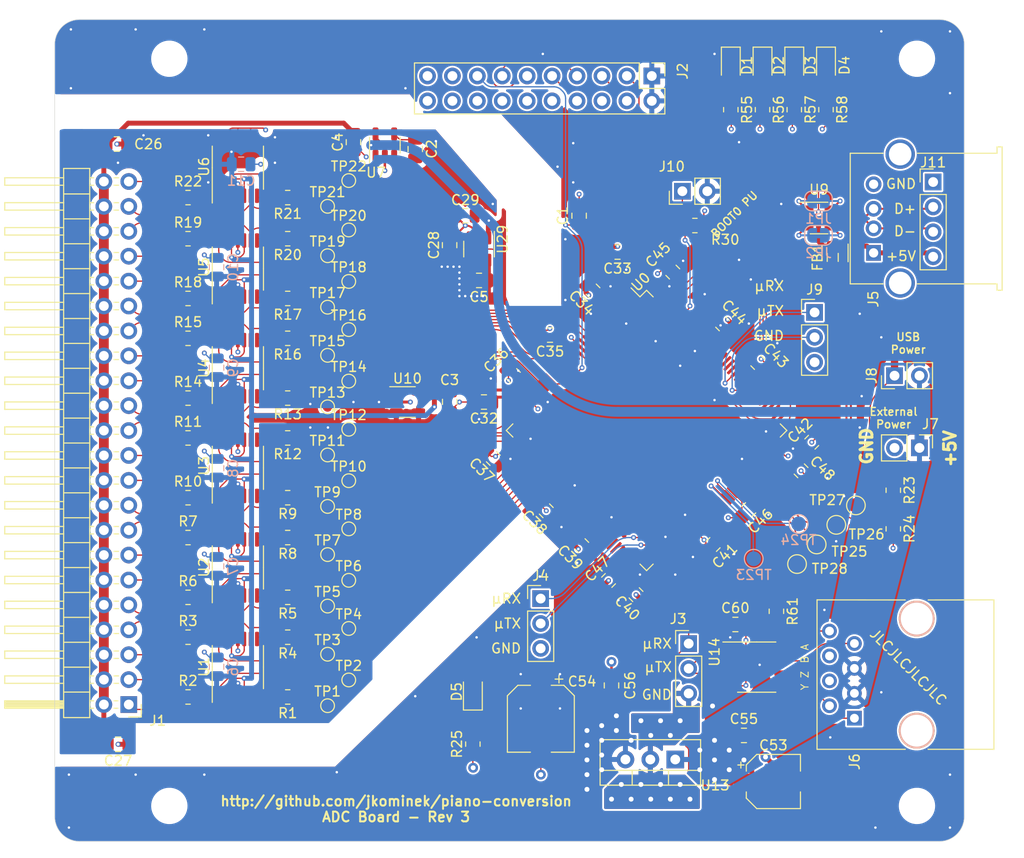
<source format=kicad_pcb>
(kicad_pcb (version 20211014) (generator pcbnew)
  (layers (0 "F.Cu" signal) (1 "In1.Cu" signal) (2 "In2.Cu" signal) (31 "B.Cu" signal) (34 "B.Paste" user) (35 "F.Paste" user) (36 "B.SilkS" user "B.Silkscreen") (37 "F.SilkS" user "F.Silkscreen") (38 "B.Mask" user) (39 "F.Mask" user) (44 "Edge.Cuts" user))
  (net 0 "")
  (net 1 "+3.3VA")
  (net 2 "GND")
  (net 3 "+5V")
  (net 4 "/VREF+")
  (net 5 "+3V3")
  (net 6 "/VCAP1")
  (net 7 "/VCAP2")
  (net 8 "/LED1")
  (net 9 "Net-(D1-Pad1)")
  (net 10 "Net-(D2-Pad1)")
  (net 11 "/LED2")
  (net 12 "/LED3")
  (net 13 "Net-(D3-Pad1)")
  (net 14 "Net-(D4-Pad1)")
  (net 15 "/LED4")
  (net 16 "/Analog Input/Sen22R")
  (net 17 "/Analog Input/Sen21R")
  (net 18 "/Analog Input/Sen20R")
  (net 19 "/Analog Input/Sen19R")
  (net 20 "/Analog Input/Sen18R")
  (net 21 "/Analog Input/Sen17R")
  (net 22 "/Analog Input/Sen16R")
  (net 23 "/Analog Input/Sen15R")
  (net 24 "/Analog Input/Sen14R")
  (net 25 "/Analog Input/Sen13R")
  (net 26 "/Analog Input/Sen12R")
  (net 27 "/Analog Input/Sen11R")
  (net 28 "/Analog Input/Sen10R")
  (net 29 "/Analog Input/Sen9R")
  (net 30 "/Analog Input/Sen8R")
  (net 31 "/Analog Input/Sen7R")
  (net 32 "/Analog Input/Sen6R")
  (net 33 "/Analog Input/Sen5R")
  (net 34 "/Analog Input/Sen4R")
  (net 35 "/Analog Input/Sen3R")
  (net 36 "/Analog Input/Sen2R")
  (net 37 "/Analog Input/Sen1R")
  (net 38 "/NRST")
  (net 39 "/JTDO")
  (net 40 "/JTCK")
  (net 41 "/JTMS")
  (net 42 "/JTDI")
  (net 43 "/JNTRST")
  (net 44 "/USART1_TX")
  (net 45 "/USART1_RX")
  (net 46 "/USB_D-")
  (net 47 "/USB_D+")
  (net 48 "/RS485/A")
  (net 49 "/RS485/B")
  (net 50 "/RS485/Z")
  (net 51 "/RS485/Y")
  (net 52 "/BOOT0")
  (net 53 "/Sen1")
  (net 54 "/Sen2")
  (net 55 "/Sen3")
  (net 56 "/Sen4")
  (net 57 "/Sen5")
  (net 58 "/Sen6")
  (net 59 "/Sen7")
  (net 60 "/Sen8")
  (net 61 "/Sen9")
  (net 62 "/Sen10")
  (net 63 "/Sen11")
  (net 64 "/Sen12")
  (net 65 "/Sen13")
  (net 66 "/Sen14")
  (net 67 "/Sen15")
  (net 68 "/Sen16")
  (net 69 "/Sen17")
  (net 70 "/Sen18")
  (net 71 "/Sen19")
  (net 72 "/Sen20")
  (net 73 "/Sen21")
  (net 74 "/Sen22")
  (net 75 "Net-(TP23-Pad1)")
  (net 76 "Net-(TP24-Pad1)")
  (net 77 "Net-(TP25-Pad1)")
  (net 78 "Net-(TP26-Pad1)")
  (net 79 "Net-(TP27-Pad1)")
  (net 80 "Net-(TP28-Pad1)")
  (net 81 "/USB_OTG_FS_D+")
  (net 82 "/USB_OTG_FS_D-")
  (net 83 "/USB_VBUS")
  (net 84 "/VBUS_SENSE")
  (net 85 "/USART3_TX")
  (net 86 "/USART3_RX")
  (net 87 "/USART2_TX")
  (net 88 "/USART2_RX")
  (net 89 "Net-(FB1-Pad2)")
  (net 90 "Net-(D5-Pad1)")
  (net 164 "Net-(C2-Pad1)")
  (net 165 "+4V")
  (net 167 "Net-(C5-Pad2)")
  (footprint "Capacitor_SMD:C_0805_2012Metric" (layer "F.Cu") (at 38.084 59.69 180)
    (fp_text reference "C26")
    (fp_text value "1uF")
  )
  (footprint "Capacitor_SMD:C_0805_2012Metric" (layer "F.Cu") (at 38.211 120.904 180)
    (fp_text reference "C27")
    (fp_text value "1uF")
  )
  (footprint "Capacitor_SMD:C_0805_2012Metric" (layer "F.Cu") (at 72 70 90)
    (fp_text reference "C28")
    (fp_text value "1uF")
  )
  (footprint "Capacitor_SMD:C_0805_2012Metric" (layer "F.Cu") (at 73.6 67 180)
    (fp_text reference "C29")
    (fp_text value "1uF")
  )
  (footprint "Capacitor_SMD:C_0805_2012Metric" (layer "F.Cu") (at 75.5 86 180)
    (fp_text reference "C32")
    (fp_text value "DC33")
  )
  (footprint "Capacitor_SMD:C_0805_2012Metric" (layer "F.Cu") (at 89.1148 70.705 180)
    (fp_text reference "C33")
    (fp_text value "4.7uF")
  )
  (footprint "Capacitor_SMD:C_0805_2012Metric" (layer "F.Cu") (at 86.614 74.676 135)
    (fp_text reference "C34")
    (fp_text value "DC6")
  )
  (footprint "Capacitor_SMD:C_0805_2012Metric" (layer "F.Cu") (at 82.2325 79.1723 180)
    (fp_text reference "C35")
    (fp_text value "DC17")
  )
  (footprint "Capacitor_SMD:C_0805_2012Metric" (layer "F.Cu") (at 78.5 83.3 135)
    (fp_text reference "C36")
    (fp_text value "DC30")
  )
  (footprint "Capacitor_SMD:C_0805_2012Metric" (layer "F.Cu") (at 76.454 91.7575 135)
    (fp_text reference "C37")
    (fp_text value "DC39")
  )
  (footprint "Capacitor_SMD:C_0805_2012Metric" (layer "F.Cu") (at 81.8515 97.0915 135)
    (fp_text reference "C38")
    (fp_text value "DC52")
  )
  (footprint "Capacitor_SMD:C_0805_2012Metric" (layer "F.Cu") (at 85.471 100.6475 135)
    (fp_text reference "C39")
    (fp_text value "DC62")
  )
  (footprint "Capacitor_SMD:C_0805_2012Metric" (layer "F.Cu") (at 91 105.646446 -45)
    (fp_text reference "C40")
    (fp_text value "DC72")
  )
  (footprint "Capacitor_SMD:C_0805_2012Metric" (layer "F.Cu") (at 98.860893 100.529107 -135)
    (fp_text reference "C41")
    (fp_text value "DC84")
  )
  (footprint "Capacitor_SMD:C_0805_2012Metric" (layer "F.Cu") (at 108.911107 90.097893 45)
    (fp_text reference "C42")
    (fp_text value "DC108")
  )
  (footprint "Capacitor_SMD:C_0805_2012Metric" (layer "F.Cu") (at 103.407493 81.969893 -45)
    (fp_text reference "C43")
    (fp_text value "DC121")
  )
  (footprint "Capacitor_SMD:C_0805_2012Metric" (layer "F.Cu") (at 99.826093 78.032893 -45)
    (fp_text reference "C44")
    (fp_text value "DC131")
  )
  (footprint "Capacitor_SMD:C_0805_2012Metric" (layer "F.Cu") (at 94.746093 72.749693 135)
    (fp_text reference "C45")
    (fp_text value "DC144")
  )
  (footprint "Capacitor_SMD:C_0805_2012Metric" (layer "F.Cu") (at 102.5 96.973107 -135)
    (fp_text reference "C46")
    (fp_text value "DC95")
  )
  (footprint "Capacitor_SMD:C_0805_2012Metric" (layer "F.Cu") (at 88.2 104.2 -135)
    (fp_text reference "C47")
    (fp_text value "2.2uF")
  )
  (footprint "Capacitor_SMD:C_0805_2012Metric" (layer "F.Cu") (at 107.823 93.0148 -45)
    (fp_text reference "C48")
    (fp_text value "2.2uF")
  )
  (footprint "Capacitor_SMD:C_0805_2012Metric" (layer "F.Cu") (at 101.1268 108.6866)
    (fp_text reference "C60")
    (fp_text value "DC")
  )
  (footprint "LED_SMD:LED_0805_2012Metric_Pad1.15x1.40mm_HandSolder" (layer "F.Cu") (at 100.6602 51.6674 -90)
    (fp_text reference "D1")
    (fp_text value "LED")
  )
  (footprint "LED_SMD:LED_0805_2012Metric_Pad1.15x1.40mm_HandSolder" (layer "F.Cu") (at 103.894466 51.6674 -90)
    (fp_text reference "D2")
    (fp_text value "LED")
  )
  (footprint "LED_SMD:LED_0805_2012Metric_Pad1.15x1.40mm_HandSolder" (layer "F.Cu") (at 107.128732 51.6674 -90)
    (fp_text reference "D3")
    (fp_text value "LED")
  )
  (footprint "LED_SMD:LED_0805_2012Metric_Pad1.15x1.40mm_HandSolder" (layer "F.Cu") (at 110.363 51.6674 -90)
    (fp_text reference "D4")
    (fp_text value "LED")
  )
  (footprint "Pin_Headers:Pin_Header_Angled_2x22_Pitch2.54mm" (layer "F.Cu") (at 39.3 116.85 180)
    (fp_text reference "J1")
    (fp_text value "BHR-44-HUA")
  )
  (footprint "Pin_Headers:Pin_Header_Straight_2x10_Pitch2.54mm" (layer "F.Cu") (at 92.6084 52.75 -90)
    (fp_text reference "J2")
    (fp_text value "ST-LINK/V2")
  )
  (footprint "usbconnectors:USB_A_Molex_67643_Horizontal" (layer "F.Cu") (at 115.2144 70.7898 90)
    (fp_text reference "J5")
    (fp_text value "UE27AC5410H")
  )
  (footprint "Connectors:RJ45_8" (layer "F.Cu") (at 113.2586 118.2456 90)
    (fp_text reference "J6")
    (fp_text value "54601-908WPLF")
  )
  (footprint "Resistor_SMD:R_0805_2012Metric" (layer "F.Cu") (at 97 68)
    (fp_text reference "R30")
    (fp_text value "10k")
  )
  (footprint "Resistor_SMD:R_0805_2012Metric" (layer "F.Cu") (at 100.6602 56.1848 -90)
    (fp_text reference "R55")
    (fp_text value "CL")
  )
  (footprint "Resistor_SMD:R_0805_2012Metric" (layer "F.Cu") (at 103.894466 56.1848 -90)
    (fp_text reference "R56")
    (fp_text value "CL")
  )
  (footprint "Resistor_SMD:R_0805_2012Metric" (layer "F.Cu") (at 107.128732 56.1848 -90)
    (fp_text reference "R57")
    (fp_text value "CL")
  )
  (footprint "Resistor_SMD:R_0805_2012Metric" (layer "F.Cu") (at 110.363 56.1848 -90)
    (fp_text reference "R58")
    (fp_text value "CL")
  )
  (footprint "Resistor_SMD:R_0805_2012Metric" (layer "F.Cu") (at 105.3084 107.3404 -90)
    (fp_text reference "R61")
    (fp_text value "120")
  )
  (footprint "TestPoint:TestPoint_Pad_D1.5mm" (layer "F.Cu") (at 109.412 100.524)
    (fp_text reference "TP25")
    (fp_text value "TestPoint_Small")
  )
  (footprint "TestPoint:TestPoint_Pad_D1.5mm" (layer "F.Cu") (at 111.412 98.524)
    (fp_text reference "TP26")
    (fp_text value "TestPoint_Small")
  )
  (footprint "TestPoint:TestPoint_Pad_D1.5mm" (layer "F.Cu") (at 107.412 102.524)
    (fp_text reference "TP28")
    (fp_text value "TestPoint_Small")
  )
  (footprint "Package_QFP:TQFP-144_20x20mm_P0.5mm" (layer "F.Cu") (at 92.075 88.9 -45)
    (fp_text reference "U0")
    (fp_text value "STM32H743ZITx")
  )
  (footprint "Package_TO_SOT_SMD:SOT-23-6_Handsoldering" (layer "F.Cu") (at 109.6518 67.2338)
    (fp_text reference "U9")
    (fp_text value "USBLC6-2SC6")
  )
  (footprint "TO_SOT_Packages_THT:TO-220-3_Vertical" (layer "F.Cu") (at 95 122.4534 180)
    (fp_text reference "U13")
    (fp_text value "3.3V Reg")
  )
  (footprint "Resistor_SMD:R_0805_2012Metric" (layer "F.Cu") (at 45.339 109.982)
    (fp_text reference "R3")
    (fp_text value "1800")
  )
  (footprint "Resistor_SMD:R_0805_2012Metric" (layer "F.Cu") (at 45.339 105.918)
    (fp_text reference "R6")
    (fp_text value "1800")
  )
  (footprint "Resistor_SMD:R_0805_2012Metric" (layer "F.Cu") (at 45.339 89.662)
    (fp_text reference "R11")
    (fp_text value "1800")
  )
  (footprint "Resistor_SMD:R_0805_2012Metric" (layer "F.Cu") (at 45.339 95.758)
    (fp_text reference "R10")
    (fp_text value "1800")
  )
  (footprint "Resistor_SMD:R_0805_2012Metric" (layer "F.Cu") (at 55.499 95.758 180)
    (fp_text reference "R9")
    (fp_text value "1800")
  )
  (footprint "Resistor_SMD:R_0805_2012Metric" (layer "F.Cu") (at 55.499 99.822 180)
    (fp_text reference "R8")
    (fp_text value "1800")
  )
  (footprint "Resistor_SMD:R_0805_2012Metric" (layer "F.Cu") (at 45.339 99.822)
    (fp_text reference "R7")
    (fp_text value "1800")
  )
  (footprint "Resistor_SMD:R_0805_2012Metric" (layer "F.Cu") (at 55.499 109.982 180)
    (fp_text reference "R4")
    (fp_text value "1800")
  )
  (footprint "Resistor_SMD:R_0805_2012Metric" (layer "F.Cu") (at 55.499 105.918 180)
    (fp_text reference "R5")
    (fp_text value "1800")
  )
  (footprint "Resistor_SMD:R_0805_2012Metric" (layer "F.Cu") (at 45.339 69.342)
    (fp_text reference "R19")
    (fp_text value "1800")
  )
  (footprint "Resistor_SMD:R_0805_2012Metric" (layer "F.Cu") (at 45.339 79.502)
    (fp_text reference "R15")
    (fp_text value "1800")
  )
  (footprint "Resistor_SMD:R_0805_2012Metric" (layer "F.Cu") (at 55.499 69.342 180)
    (fp_text reference "R20")
    (fp_text value "1800")
  )
  (footprint "Resistor_SMD:R_0805_2012Metric" (layer "F.Cu") (at 55.499 85.598 180)
    (fp_text reference "R13")
    (fp_text value "1800")
  )
  (footprint "Resistor_SMD:R_0805_2012Metric" (layer "F.Cu") (at 55.499 75.438 180)
    (fp_text reference "R17")
    (fp_text value "1800")
  )
  (footprint "Resistor_SMD:R_0805_2012Metric" (layer "F.Cu") (at 55.499 79.502 180)
    (fp_text reference "R16")
    (fp_text value "1800")
  )
  (footprint "Resistor_SMD:R_0805_2012Metric" (layer "F.Cu") (at 55.499 89.662 180)
    (fp_text reference "R12")
    (fp_text value "1800")
  )
  (footprint "Resistor_SMD:R_0805_2012Metric" (layer "F.Cu") (at 45.339 75.438)
    (fp_text reference "R18")
    (fp_text value "1800")
  )
  (footprint "Resistor_SMD:R_0805_2012Metric" (layer "F.Cu") (at 45.339 85.598)
    (fp_text reference "R14")
    (fp_text value "1800")
  )
  (footprint "Resistor_SMD:R_0805_2012Metric" (layer "F.Cu") (at 55.499 116.078 180)
    (fp_text reference "R1")
    (fp_text value "1800")
  )
  (footprint "Resistor_SMD:R_0805_2012Metric" (layer "F.Cu") (at 45.339 116.078)
    (fp_text reference "R2")
    (fp_text value "1800")
  )
  (footprint "Resistor_SMD:R_0805_2012Metric" (layer "F.Cu") (at 55.499 65.151 180)
    (fp_text reference "R21")
    (fp_text value "1800")
  )
  (footprint "Resistor_SMD:R_0805_2012Metric" (layer "F.Cu") (at 45.339 65.151)
    (fp_text reference "R22")
    (fp_text value "1800")
  )
  (footprint "TestPoint:TestPoint_Pad_D1.0mm" (layer "F.Cu") (at 59.563 116.967)
    (fp_text reference "TP1")
    (fp_text value "TestPoint")
  )
  (footprint "TestPoint:TestPoint_Pad_D1.0mm" (layer "F.Cu") (at 61.722 114.342332)
    (fp_text reference "TP2")
    (fp_text value "TestPoint")
  )
  (footprint "TestPoint:TestPoint_Pad_D1.0mm" (layer "F.Cu") (at 59.563 111.717666)
    (fp_text reference "TP3")
    (fp_text value "TestPoint")
  )
  (footprint "TestPoint:TestPoint_Pad_D1.0mm" (layer "F.Cu") (at 61.722 109.093)
    (fp_text reference "TP4")
    (fp_text value "TestPoint")
  )
  (footprint "TestPoint:TestPoint_Pad_D1.0mm" (layer "F.Cu") (at 59.563 106.807)
    (fp_text reference "TP5")
    (fp_text value "TestPoint")
  )
  (footprint "TestPoint:TestPoint_Pad_D1.0mm" (layer "F.Cu") (at 61.722 104.182332)
    (fp_text reference "TP6")
    (fp_text value "TestPoint")
  )
  (footprint "TestPoint:TestPoint_Pad_D1.0mm" (layer "F.Cu") (at 59.563 101.557666)
    (fp_text reference "TP7")
    (fp_text value "TestPoint")
  )
  (footprint "TestPoint:TestPoint_Pad_D1.0mm" (layer "F.Cu") (at 61.722 98.933)
    (fp_text reference "TP8")
    (fp_text value "TestPoint")
  )
  (footprint "TestPoint:TestPoint_Pad_D1.0mm" (layer "F.Cu") (at 59.563 96.647)
    (fp_text reference "TP9")
    (fp_text value "TestPoint")
  )
  (footprint "TestPoint:TestPoint_Pad_D1.0mm" (layer "F.Cu") (at 61.722 94.022332)
    (fp_text reference "TP10")
    (fp_text value "TestPoint")
  )
  (footprint "TestPoint:TestPoint_Pad_D1.0mm" (layer "F.Cu") (at 61.722 88.773)
    (fp_text reference "TP12")
    (fp_text value "TestPoint")
  )
  (footprint "TestPoint:TestPoint_Pad_D1.0mm" (layer "F.Cu") (at 59.563 86.487)
    (fp_text reference "TP13")
    (fp_text value "TestPoint")
  )
  (footprint "TestPoint:TestPoint_Pad_D1.0mm" (layer "F.Cu") (at 61.722 83.862332)
    (fp_text reference "TP14")
    (fp_text value "TestPoint")
  )
  (footprint "TestPoint:TestPoint_Pad_D1.0mm" (layer "F.Cu") (at 59.563 81.237666)
    (fp_text reference "TP15")
    (fp_text value "TestPoint")
  )
  (footprint "TestPoint:TestPoint_Pad_D1.0mm" (layer "F.Cu") (at 61.722 78.613)
    (fp_text reference "TP16")
    (fp_text value "TestPoint")
  )
  (footprint "TestPoint:TestPoint_Pad_D1.0mm" (layer "F.Cu") (at 59.563 76.327)
    (fp_text reference "TP17")
    (fp_text value "TestPoint")
  )
  (footprint "TestPoint:TestPoint_Pad_D1.0mm" (layer "F.Cu") (at 61.722 73.702332)
    (fp_text reference "TP18")
    (fp_text value "TestPoint")
  )
  (footprint "TestPoint:TestPoint_Pad_D1.0mm" (layer "F.Cu") (at 59.563 71.077666)
    (fp_text reference "TP19")
    (fp_text value "TestPoint")
  )
  (footprint "TestPoint:TestPoint_Pad_D1.0mm" (layer "F.Cu") (at 61.722 68.453)
    (fp_text reference "TP20")
    (fp_text value "TestPoint")
  )
  (footprint "TestPoint:TestPoint_Pad_D1.0mm" (layer "F.Cu") (at 61.722 63.415332)
    (fp_text reference "TP22")
    (fp_text value "TestPoint")
  )
  (footprint "TestPoint:TestPoint_Pad_D1.0mm" (layer "F.Cu") (at 59.563 66.04)
    (fp_text reference "TP21")
    (fp_text value "TestPoint")
  )
  (footprint "TestPoint:TestPoint_Pad_D1.0mm" (layer "F.Cu") (at 59.563 91.397666)
    (fp_text reference "TP11")
    (fp_text value "TestPoint")
  )
  (footprint "Package_SO:SOP-8_3.9x4.9mm_P1.27mm" (layer "F.Cu") (at 103.3018 113.0336)
    (fp_text reference "U14")
    (fp_text value "ISL83490")
  )
  (footprint "Capacitor_SMD:C_0805_2012Metric" (layer "F.Cu") (at 102 120)
    (fp_text reference "C55")
    (fp_text value "DC")
  )
  (footprint "Capacitor_SMD:C_0805_2012Metric" (layer "F.Cu") (at 88.5 114.9 90)
    (fp_text reference "C56")
    (fp_text value "DC")
  )
  (footprint "Pin_Headers:Pin_Header_Straight_1x02_Pitch2.54mm" (layer "F.Cu") (at 117.348 83.312 90)
    (fp_text reference "J8")
    (fp_text value "USBPowerJumper")
  )
  (footprint "Capacitor_SMD:C_0805_2012Metric" (layer "F.Cu") (at 85.2 67 90)
    (fp_text reference "C1")
    (fp_text value "0.1uF")
  )
  (footprint "Inductor_SMD:L_0805_2012Metric_Pad1.05x1.20mm_HandSolder" (layer "F.Cu") (at 111.0488 71.25 90)
    (fp_text reference "FB1")
    (fp_text value "MPZ2012S601AT000")
  )
  (footprint "Resistor_SMD:R_0805_2012Metric" (layer "F.Cu") (at 117.221 94.996 -90)
    (fp_text reference "R23")
    (fp_text value "2200")
  )
  (footprint "Resistor_SMD:R_0805_2012Metric" (layer "F.Cu") (at 117.221 98.933 -90)
    (fp_text reference "R24")
    (fp_text value "4300")
  )
  (footprint "TestPoint:TestPoint_Pad_D1.5mm" (layer "F.Cu") (at 113.412 96.542)
    (fp_text reference "TP27")
    (fp_text value "TestPoint_Small")
  )
  (footprint "Pin_Headers:Pin_Header_Straight_1x03_Pitch2.54mm" (layer "F.Cu") (at 96.367146 110.636979)
    (fp_text reference "J3")
    (fp_text value "USART3")
  )
  (footprint "Pin_Headers:Pin_Header_Straight_1x03_Pitch2.54mm" (layer "F.Cu") (at 109.2 76.86)
    (fp_text reference "J9")
    (fp_text value "USART2")
  )
  (footprint "Pin_Headers:Pin_Header_Straight_1x02_Pitch2.54mm" (layer "F.Cu") (at 119.888 90.678 -90)
    (fp_text reference "J7")
    (fp_text value "AltPowerInput")
  )
  (footprint "LED_SMD:LED_0805_2012Metric_Pad1.15x1.40mm_HandSolder" (layer "F.Cu") (at 74.37 115.55 90)
    (fp_text reference "D5")
    (fp_text value "LED")
  )
  (footprint "Resistor_SMD:R_0805_2012Metric" (layer "F.Cu") (at 74.37 120.884 -90)
    (fp_text reference "R25")
    (fp_text value "CL")
  )
  (footprint "Pin_Headers:Pin_Header_Straight_1x02_Pitch2.54mm" (layer "F.Cu") (at 95.725 64.5 90)
    (fp_text reference "J10")
    (fp_text value "BootJumper")
  )
  (footprint "Capacitor_SMD:C_0805_2012Metric" (layer "F.Cu") (at 72.009 85.979 -90)
    (fp_text reference "C3")
    (fp_text value "22nF")
  )
  (footprint "Package_SO:TSSOP-14_4.4x5mm_P0.65mm" (layer "F.Cu") (at 50.419 113.03 90)
    (fp_text reference "U1")
    (fp_text value "Opamp_Quad_Generic")
  )
  (footprint "Package_SO:TSSOP-14_4.4x5mm_P0.65mm" (layer "F.Cu") (at 50.419 102.87 90)
    (fp_text reference "U2")
    (fp_text value "Opamp_Quad_Generic")
  )
  (footprint "Package_SO:TSSOP-14_4.4x5mm_P0.65mm" (layer "F.Cu") (at 50.419 92.71 90)
    (fp_text reference "U3")
    (fp_text value "Opamp_Quad_Generic")
  )
  (footprint "Package_SO:TSSOP-14_4.4x5mm_P0.65mm" (layer "F.Cu") (at 50.419 82.55 90)
    (fp_text reference "U4")
    (fp_text value "Opamp_Quad_Generic")
  )
  (footprint "Package_SO:TSSOP-14_4.4x5mm_P0.65mm" (layer "F.Cu") (at 50.419 72.39 90)
    (fp_text reference "U5")
    (fp_text value "Opamp_Quad_Generic")
  )
  (footprint "Package_SO:TSSOP-14_4.4x5mm_P0.65mm" (layer "F.Cu") (at 50.419 62.103 90)
    (fp_text reference "U6")
    (fp_text value "Opamp_Quad_Generic")
  )
  (footprint "Pin_Headers:Pin_Header_Straight_1x04_Pitch2.54mm" (layer "F.Cu") (at 121.285 63.5635)
    (fp_text reference "J11")
    (fp_text value "USB Header")
  )
  (footprint "Pin_Headers:Pin_Header_Straight_1x03_Pitch2.54mm" (layer "F.Cu") (at 81.28 106.045)
    (fp_text reference "J4")
    (fp_text value "USART1")
  )
  (footprint "MountingHole:MountingHole_3.2mm_M3" (layer "F.Cu") (at 43.434 50.991)
    (fp_text reference "H1" hide)
    (fp_text value "MountingHole_Pad")
  )
  (footprint "MountingHole:MountingHole_3.2mm_M3" (layer "F.Cu") (at 119.634 50.991)
    (fp_text reference "H2" hide)
    (fp_text value "MountingHole_Pad")
  )
  (footprint "MountingHole:MountingHole_3.2mm_M3" (layer "F.Cu") (at 119.634 127.191)
    (fp_text reference "H3" hide)
    (fp_text value "MountingHole_Pad")
  )
  (footprint "MountingHole:MountingHole_3.2mm_M3" (layer "F.Cu") (at 43.434 127.191)
    (fp_text reference "H4" hide)
    (fp_text value "MountingHole_Pad")
  )
  (footprint "Capacitor_SMD:CP_Elec_5x5.3" (layer "F.Cu") (at 105 124.7)
    (fp_text reference "C53")
    (fp_text value "10uF EEA-GA1V100")
  )
  (footprint "Capacitor_SMD:CP_Elec_6.3x5.3" (layer "F.Cu") (at 81.3 118.3 -90)
    (fp_text reference "C54")
    (fp_text value "22uF ECE-A1HKA220")
  )
  (footprint "Capacitor_SMD:C_0805_2012Metric" (layer "F.Cu") (at 62.2 59.5 -90)
    (fp_text reference "C4")
    (fp_text value "1uF")
  )
  (footprint "Capacitor_SMD:C_0805_2012Metric" (layer "F.Cu") (at 68.5 60.2 -90)
    (fp_text reference "C2")
    (fp_text value "1nF")
  )
  (footprint "Package_TO_SOT_SMD:SOT-23-5" (layer "F.Cu") (at 65.4 59.8 90)
    (fp_text reference "U7")
    (fp_text value "LP2985AIM5-4.5/NOPB")
  )
  (footprint "Package_TO_SOT_SMD:SOT-23-5" (layer "F.Cu") (at 67.7 86)
    (fp_text reference "U10")
    (fp_text value "LM4120IM5-2.0/NOPB")
  )
  (footprint "Capacitor_SMD:C_0805_2012Metric" (layer "F.Cu") (at 75 73.6 180)
    (fp_text reference "C5")
    (fp_text value "DNP")
  )
  (footprint "Package_TO_SOT_SMD:SOT-23-5" (layer "F.Cu") (at 75 70.4 -90)
    (fp_text reference "U29")
    (fp_text value "NCP115ASN330T2G")
  )
  (footprint "TestPoint:TestPoint_Pad_D1.5mm" (layer "B.Cu") (at 102.997 101.981)
    (fp_text reference "TP23")
    (fp_text value "TestPoint_Small")
  )
  (footprint "TestPoint:TestPoint_Pad_D1.5mm" (layer "B.Cu") (at 107.569 98.425)
    (fp_text reference "TP24")
    (fp_text value "TestPoint_Small")
  )
  (footprint "Capacitor_SMD:C_0805_2012Metric" (layer "B.Cu") (at 48.25 72.25 90)
    (fp_text reference "C10")
    (fp_text value "DC")
  )
  (footprint "Capacitor_SMD:C_0805_2012Metric" (layer "B.Cu") (at 50.75 61.75)
    (fp_text reference "C11")
    (fp_text value "DC")
  )
  (footprint "Capacitor_SMD:C_0805_2012Metric" (layer "B.Cu") (at 48.25 92.75 90)
    (fp_text reference "C8")
    (fp_text value "DC")
  )
  (footprint "Capacitor_SMD:C_0805_2012Metric" (layer "B.Cu") (at 48.25 82.5 90)
    (fp_text reference "C9")
    (fp_text value "DC")
  )
  (footprint "Jumper:SolderJumper-2_P1.3mm_Bridged_RoundedPad1.0x1.5mm" (layer "B.Cu") (at 109.6 69)
    (fp_text reference "JP2")
    (fp_text value "SolderJumper_2_Bridged")
  )
  (footprint "Capacitor_SMD:C_0805_2012Metric" (layer "B.Cu") (at 48.25 113 90)
    (fp_text reference "C6")
    (fp_text value "DC")
  )
  (footprint "Jumper:SolderJumper-2_P1.3mm_Bridged_RoundedPad1.0x1.5mm" (layer "B.Cu") (at 109.6 65.5)
    (fp_text reference "JP1")
    (fp_text value "SolderJumper_2_Bridged")
  )
  (footprint "Capacitor_SMD:C_0805_2012Metric" (layer "B.Cu") (at 48.25 102.75 90)
    (fp_text reference "C7")
    (fp_text value "DC")
  )
  (gr_line (start 31.75 128.27) (end 31.75 49.53) (layer "Edge.Cuts") (width 0.05))
  (gr_line (start 34.29 46.99) (end 121.92 46.99) (layer "Edge.Cuts") (width 0.05))
  (gr_line (start 121.92 130.81) (end 34.29 130.81) (layer "Edge.Cuts") (width 0.05))
  (gr_arc (start 124.46 128.27) (mid 123.716051 130.066051) (end 121.92 130.81) (layer "Edge.Cuts") (width 0.05))
  (gr_arc (start 121.92 46.99) (mid 123.716051 47.733949) (end 124.46 49.53) (layer "Edge.Cuts") (width 0.05))
  (gr_arc (start 31.75 49.53) (mid 32.493949 47.733949) (end 34.29 46.99) (layer "Edge.Cuts") (width 0.05))
  (gr_arc (start 34.29 130.81) (mid 32.493949 130.066051) (end 31.75 128.27) (layer "Edge.Cuts") (width 0.05))
  (gr_line (start 124.46 49.53) (end 124.46 128.27) (layer "Edge.Cuts") (width 0.05))
  (gr_text "USB\nPower" (at 118.745 80.01) (layer "F.SilkS") (effects (font (size 0.8 0.8))))
  (gr_text "μTX" (at 94.742 113.03) (layer "F.SilkS") (effects (font (size 1 1)) (justify right)))
  (gr_text "μRX" (at 94.742 110.636979) (layer "F.SilkS") (effects (font (size 1 1)) (justify right)))
  (gr_text "GND" (at 106.172 79.248) (layer "F.SilkS") (effects (font (size 1 1)) (justify right)))
  (gr_text "μRX" (at 106.172 74.168) (layer "F.SilkS") (effects (font (size 1 1)) (justify right)))
  (gr_text "μTX" (at 106.172 76.708) (layer "F.SilkS") (effects (font (size 1 1)) (justify right)))
  (gr_text "Y" (at 108.204 115.062 90) (layer "F.SilkS") (effects (font (size 0.75 0.75) (thickness 0.1))))
  (gr_text "B" (at 108.204 112.268 90) (layer "F.SilkS") (effects (font (size 0.75 0.75) (thickness 0.1))))
  (gr_text "A" (at 108.204 110.998 90) (layer "F.SilkS") (effects (font (size 0.75 0.75) (thickness 0.1))))
  (gr_text "+5V" (at 119.634 71.12) (layer "F.SilkS") (effects (font (size 1 1)) (justify right)))
  (gr_text "D-" (at 119.634 68.58) (layer "F.SilkS") (effects (font (size 1 1)) (justify right)))
  (gr_text "D+" (at 119.634 66.294) (layer "F.SilkS") (effects (font (size 1 1)) (justify right)))
  (gr_text "GND" (at 114.5 90.5 90) (layer "F.SilkS") (effects (font (size 1.2 1.2) (thickness 0.3))))
  (gr_text "+5V" (at 123 90.75 90) (layer "F.SilkS") (effects (font (size 1.2 1.2) (thickness 0.3))))
  (gr_text "GND" (at 94.742 115.845528) (layer "F.SilkS") (effects (font (size 1 1)) (justify right)))
  (gr_text "BOOT0 PU" (at 98.806 69.088 45) (layer "F.SilkS") (effects (font (size 0.8 0.8)) (justify left)))
  (gr_text "Z" (at 108.204 113.792 90) (layer "F.SilkS") (effects (font (size 0.75 0.75) (thickness 0.1))))
  (gr_text "μRX" (at 79.375 106.045) (layer "F.SilkS") (effects (font (size 1 1)) (justify right)))
  (gr_text "JLCJLCJLCJLC" (at 118.745 113.03 315) (layer "F.SilkS") (effects (font (size 1 1) (thickness 0.1524))))
  (gr_text "GND" (at 119.634 63.754) (layer "F.SilkS") (effects (font (size 1 1)) (justify right)))
  (gr_text "http://github.com/jkominek/piano-conversion\nADC Board - Rev 3" (at 66.548 127.508) (layer "F.SilkS") (effects (font (size 1 1) (thickness 0.2))))
  (gr_text "μTX" (at 79.375 108.585) (layer "F.SilkS") (effects (font (size 1 1)) (justify right)))
  (gr_text "External\nPower" (at 117.25 87.63) (layer "F.SilkS") (effects (font (size 0.8 0.8))))
  (gr_text "GND" (at 79.375 111.125) (layer "F.SilkS") (effects (font (size 1 1)) (justify right)))
  (segment (start 50.419 65.053) (end 50.419 63.754) (width 0.13) (layer "F.Cu") (net 1))
  (segment (start 72.55 70.95) (end 72 70.95) (width 0.13) (layer "F.Cu") (net 1))
  (segment (start 78.421951 85.5) (end 76.95 85.5) (width 0.3) (layer "F.Cu") (net 1))
  (segment (start 50.419 85.5) (end 50.419 84.201) (width 0.13) (layer "F.Cu") (net 1))
  (segment (start 75 71.203425) (end 74.382055 70.58548) (width 0.2) (layer "F.Cu") (net 1))
  (segment (start 74.8 75.2) (end 75 75) (width 0.13) (layer "F.Cu") (net 1))
  (segment (start 51.069 59.2405) (end 51.069 60.431) (width 0.13) (layer "F.Cu") (net 1))
  (segment (start 50.419 105.82) (end 50.419 104.521) (width 0.13) (layer "F.Cu") (net 1))
  (segment (start 79.382433 86.460482) (end 78.421951 85.5) (width 0.13) (layer "F.Cu") (net 1))
  (segment (start 74.382055 70.58548) (end 72.36452 70.58548) (width 0.2) (layer "F.Cu") (net 1))
  (segment (start 50.419 95.66) (end 50.419 94.361) (width 0.13) (layer "F.Cu") (net 1))
  (segment (start 50.419 115.98) (end 50.419 114.681) (width 0.13) (layer "F.Cu") (net 1))
  (segment (start 75 87.75) (end 75.75 87.75) (width 0.5) (layer "F.Cu") (net 1))
  (segment (start 75 75) (end 75 71.203425) (width 0.2) (layer "F.Cu") (net 1))
  (segment (start 75.665423 71.252923) (end 75.95 71.5375) (width 0.13) (layer "F.Cu") (net 1))
  (segment (start 50.419 75.34) (end 50.419 74.041) (width 0.13) (layer "F.Cu") (net 1))
  (segment (start 66.5125 86.9) (end 66.5625 86.95) (width 0.13) (layer "F.Cu") (net 1))
  (segment (start 49.769 59.2405) (end 49.769 60.481) (width 0.13) (layer "F.Cu") (net 1))
  (segment (start 72.36452 70.58548) (end 72 70.95) (width 0.2) (layer "F.Cu") (net 1))
  (segment (start 76.45 87.05) (end 76.45 86) (width 0.5) (layer "F.Cu") (net 1))
  (segment (start 76.95 85.5) (end 76.45 86) (width 0.13) (layer "F.Cu") (net 1))
  (segment (start 75.75 87.75) (end 76.45 87.05) (width 0.5) (layer "F.Cu") (net 1))
  (via (at 50.419 63.754) (size 0.5) (drill 0.25) (layers "F.Cu" "B.Cu") (net 1))
  (via (at 74.2 75.2) (size 0.5) (drill 0.25) (layers "F.Cu" "B.Cu") (net 1))
  (via (at 74.8 75.2) (size 0.5) (drill 0.25) (layers "F.Cu" "B.Cu") (net 1))
  (via (at 71.2 72.2) (size 0.5) (drill 0.25) (layers "F.Cu" "B.Cu") (net 1))
  (via (at 73 72.8) (size 0.5) (drill 0.25) (layers "F.Cu" "B.Cu") (net 1))
  (via (at 50.419 94.361) (size 0.5) (drill 0.25) (layers "F.Cu" "B.Cu") (net 1))
  (via (at 75.4 75.2) (size 0.5) (drill 0.25) (layers "F.Cu" "B.Cu") (net 1))
  (via (at 54.2 59) (size 0.5) (drill 0.25) (layers "F.Cu" "B.Cu") (net 1))
  (via (at 49.769 60.481) (size 0.5) (drill 0.25) (layers "F.Cu" "B.Cu") (net 1))
  (via (at 73 74) (size 0.5) (drill 0.25) (layers "F.Cu" "B.Cu") (net 1))
  (via (at 50.419 74.041) (size 0.5) (drill 0.25) (layers "F.Cu" "B.Cu") (net 1))
  (via (at 73 74.6) (size 0.5) (drill 0.25) (layers "F.Cu" "B.Cu") (net 1))
  (via (at 76.4 65.8) (size 0.5) (drill 0.25) (layers "F.Cu" "B.Cu") (net 1))
  (via (at 47.4 58.8) (size 0.5) (drill 0.25) (layers "F.Cu" "B.Cu") (net 1))
  (via (at 57.8 86.2) (size 0.5) (drill 0.25) (layers "F.Cu" "B.Cu") (net 1))
  (via (at 57.8 88.6) (size 0.5) (drill 0.25) (layers "F.Cu" "B.Cu") (net 1))
  (via (at 73 73.4) (size 0.5) (drill 0.25) (layers "F.Cu" "B.Cu") (net 1))
  (via (at 40.8 58.8) (size 0.5) (drill 0.25) (layers "F.Cu" "B.Cu") (net 1))
  (via (at 50.419 104.521) (size 0.5) (drill 0.25) (layers "F.Cu" "B.Cu") (net 1))
  (via (at 70.6 59.4) (size 0.5) (drill 0.25) (layers "F.Cu" "B.Cu") (net 1))
  (via (at 62.2 86) (size 0.5) (drill 0.25) (layers "F.Cu" "B.Cu") (net 1))
  (via (at 60.4 59) (size 0.5) (drill 0.25) (layers "F.Cu" "B.Cu") (net 1))
  (via (at 50.419 84.201) (size 0.5) (drill 0.25) (layers "F.Cu" "B.Cu") (net 1))
  (via (at 73 72.2) (size 0.5) (drill 0.25) (layers "F.Cu" "B.Cu") (net 1))
  (via (at 76.2 83.6) (size 0.5) (drill 0.25) (layers "F.Cu" "B.Cu") (net 1))
  (via (at 47.4 63.6) (size 0.5) (drill 0.25) (layers "F.Cu" "B.Cu") (net 1))
  (via (at 72.4 72.2) (size 0.5) (drill 0.25) (layers "F.Cu" "B.Cu") (net 1))
  (via (at 73.591566 75.196257) (size 0.5) (drill 0.25) (layers "F.Cu" "B.Cu") (net 1))
  (via (at 38.2 61.6) (size 0.5) (drill 0.25) (layers "F.Cu" "B.Cu") (net 1))
  (via (at 73 75.2) (size 0.5) (drill 0.25) (layers "F.Cu" "B.Cu") (net 1))
  (via (at 50.419 114.681) (size 0.5) (drill 0.25) (layers "F.Cu" "B.Cu") (net 1))
  (via (at 59.6 88.6) (size 0.5) (drill 0.25) (layers "F.Cu" "B.Cu") (net 1))
  (via (at 64.8 86) (size 0.5) (drill 0.25) (layers "F.Cu" "B.Cu") (net 1))
  (via (at 75 87.75) (size 0.5) (drill 0.25) (layers "F.Cu" "B.Cu") (net 1))
  (via (at 71.8 72.2) (size 0.5) (drill 0.25) (layers "F.Cu" "B.Cu") (net 1))
  (via (at 54.2 61.6) (size 0.5) (drill 0.25) (layers "F.Cu" "B.Cu") (net 1))
  (segment (start 49.8 62.306573) (end 49.8 61.75) (width 0.13) (layer "B.Cu") (net 1))
  (segment (start 50.273787 114.535787) (end 50.419 114.681) (width 0.13) (layer "B.Cu") (net 1))
  (segment (start 49.769 61.719) (end 49.8 61.75) (width 0.13) (layer "B.Cu") (net 1))
  (segment (start 48.25 93.7) (end 48.929573 93.7) (width 0.13) (layer "B.Cu") (net 1))
  (segment (start 48.25 103.7) (end 48.769573 103.7) (width 0.13) (layer "B.Cu") (net 1))
  (segment (start 50.419 63.754) (end 50.385786 63.720786) (width 0.13) (layer "B.Cu") (net 1))
  (segment (start 49.769 60.481) (end 49.769 61.719) (width 0.13) (layer "B.Cu") (net 1))
  (segment (start 50.183787 104.285787) (end 50.419 104.521) (width 0.13) (layer "B.Cu") (net 1))
  (segment (start 48.25 83.45) (end 48.839573 83.45) (width 0.13) (layer "B.Cu") (net 1))
  (segment (start 48.25 73.2) (end 48.749573 73.2) (width 0.13) (layer "B.Cu") (net 1))
  (segment (start 50.163787 73.785787) (end 50.419 74.041) (width 0.13) (layer "B.Cu") (net 1))
  (segment (start 48.25 113.95) (end 48.859573 113.95) (width 0.13) (layer "B.Cu") (net 1))
  (segment (start 50.253787 84.035787) (end 50.419 84.201) (width 0.13) (layer "B.Cu") (net 1))
  (segment (start 50.343787 94.285787) (end 50.419 94.361) (width 0.13) (layer "B.Cu") (net 1))
  (arc (start 48.859573 113.95) (mid 49.62494 114.102241) (end 50.273787 114.535787) (width 0.13) (layer "B.Cu") (net 1))
  (arc (start 48.929573 93.7) (mid 49.69494 93.852241) (end 50.343787 94.285787) (width 0.13) (layer "B.Cu") (net 1))
  (arc (start 50.385786 63.720786) (mid 49.952241 63.07194) (end 49.8 62.306573) (width 0.13) (layer "B.Cu") (net 1))
  (arc (start 48.749573 73.2) (mid 49.51494 73.352241) (end 50.163787 73.785787) (width 0.13) (layer "B.Cu") (net 1))
  (arc (start 48.839573 83.45) (mid 49.60494 83.602241) (end 50.253787 84.035787) (width 0.13) (layer "B.Cu") (net 1))
  (arc (start 48.769573 103.7) (mid 49.53494 103.852241) (end 50.183787 104.285787) (width 0.13) (layer "B.Cu") (net 1))
  (segment (start 88.5212 70.2986) (end 88.1148 70.705) (width 0.13) (layer "F.Cu") (net 2))
  (segment (start 76.6826 91.5416) (end 76.901719 91.322481) (width 0.13) (layer "F.Cu") (net 2))
  (segment (start 107.2 124.7) (end 106.7 124.7) (width 0.13) (layer "F.Cu") (net 2))
  (segment (start 84.4 79.4) (end 84.4 79.457233) (width 0.13) (layer "F.Cu") (net 2))
  (segment (start 81.533297 95.995489) (end 81.144393 96.384393) (width 0.13) (layer "F.Cu") (net 2))
  (segment (start 78 82.8) (end 77.828249 82.628249) (width 0.13) (layer "F.Cu") (net 2))
  (segment (start 50.419 59.2405) (end 50.419 58.081) (width 0.13) (layer "F.Cu") (net 2))
  (segment (start 91 105.646446) (end 91.707107 106.353553) (width 0.5) (layer "F.Cu") (net 2))
  (segment (start 106.934 57.329532) (end 107.128732 57.1348) (width 0.13) (layer "F.Cu") (net 2))
  (segment (start 88.2 104.2) (end 87.492893 104.907107) (width 0.5) (layer "F.Cu") (net 2))
  (segment (start 72.65 67.05) (end 73.6 68) (width 0.2) (layer "F.Cu") (net 2))
  (segment (start 51.684991 58.065009) (end 50.434991 58.065009) (width 0.13) (layer "F.Cu") (net 2))
  (segment (start 81.144393 96.384393) (end 81.8515 97.0915) (width 0.13) (layer "F.Cu") (net 2))
  (segment (start 88.5 112.5) (end 88.5 113.95) (width 0.25) (layer "F.Cu") (net 2))
  (segment (start 102.0768 108.6866) (end 102.2 108.8098) (width 0.13) (layer "F.Cu") (net 2))
  (segment (start 51.719 59.2405) (end 51.719 58.099018) (width 0.13) (layer "F.Cu") (net 2))
  (segment (start 51.719 58.099018) (end 51.684991 58.065009) (width 0.13) (layer "F.Cu") (net 2))
  (segment (start 85.2 66.05) (end 85.2 64.8) (width 0.13) (layer "F.Cu") (net 2))
  (segment (start 88.6898 70.13) (end 88.1148 70.705) (width 0.5) (layer "F.Cu") (net 2))
  (segment (start 99.81502 78.685107) (end 100.656107 78.685107) (width 0.13) (layer "F.Cu") (net 2))
  (segment (start 81.7278 78.677) (end 81.2325 79.1723) (width 0.13) (layer "F.Cu") (net 2))
  (segment (start 39.211 120.904) (end 38.211 120.904) (width 0.5) (layer "F.Cu") (net 2))
  (segment (start 117.221 99.8455) (end 117.221 100.879) (width 0.13) (layer "F.Cu") (net 2))
  (segment (start 72.009 86.979) (end 72.021 86.979) (width 0.13) (layer "F.Cu") (net 2))
  (segment (start 103.632 58.166) (end 103.632 57.397266) (width 0.13) (layer "F.Cu") (net 2))
  (segment (start 50.419 58.081) (end 50.434991 58.065009) (width 0.13) (layer "F.Cu") (net 2))
  (segment (start 106.934 58.166) (end 106.934 57.329532) (width 0.13) (layer "F.Cu") (net 2))
  (segment (start 98.1217 100.25) (end 98.1217 101.133416) (width 0.13) (layer "F.Cu") (net 2))
  (segment (start 93.252284 72.9) (end 94.074342 72.077942) (width 0.13) (layer "F.Cu") (net 2))
  (segment (start 106.5 91.5) (end 106.207233 91.5) (width 0.13) (layer "F.Cu") (net 2))
  (segment (start 52.961456 58.065009) (end 51.684991 58.065009) (width 0.13) (layer "F.Cu") (net 2))
  (segment (start 78 83.8) (end 78 82.8) (width 0.13) (layer "F.Cu") (net 2))
  (segment (start 72 69.05) (end 72.55 69.05) (width 0.13) (layer "F.Cu") (net 2))
  (segment (start 97.93585 100.06415) (end 98.1217 100.25) (width 0.13) (layer "F.Cu") (net 2))
  (segment (start 110.363 57.1348) (end 110.363 57.785) (width 0.13) (layer "F.Cu") (net 2))
  (segment (start 105.474674 90.767441) (end 105.474674 90.632412) (width 0.13) (layer "F.Cu") (net 2))
  (segment (start 50.419 110.08) (end 50.419 111.379) (width 0.13) (layer "F.Cu") (net 2))
  (segment (start 75 69.2625) (end 75 68.977923) (width 0.13) (layer "F.Cu") (net 2))
  (segment (start 98.1217 101.133416) (end 98.189142 101.200858) (width 0.13) (layer "F.Cu") (net 2))
  (segment (start 50.419 99.92) (end 50.419 101.219) (width 0.13) (layer "F.Cu") (net 2))
  (segment (start 81.3 121.1) (end 81.3 124) (width 0.13) (layer "F.Cu") (net 2))
  (segment (start 102.2 108.8098) (end 102.2 110.3) (width 0.13) (layer "F.Cu") (net 2))
  (segment (start 100.656107 78.685107) (end 100.656107 77.923107) (width 0.5) (layer "F.Cu") (net 2))
  (segment (start 101.912623 83.658571) (end 102.92955 82.641644) (width 0.13) (layer "F.Cu") (net 2))
  (segment (start 104.1146 82.677) (end 104.1146 81.9658) (width 0.13) (layer "F.Cu") (net 2))
  (segment (start 73.6 68) (end 73.657361 68) (width 0.2) (layer "F.Cu") (net 2))
  (segment (start 50.419 69.44) (end 50.419 70.739) (width 0.13) (layer "F.Cu") (net 2))
  (segment (start 72.65 67) (end 72.65 67.05) (width 0.13) (layer "F.Cu") (net 2))
  (segment (start 50.419 89.76) (end 50.419 91.059) (width 0.13) (layer "F.Cu") (net 2))
  (segment (start 108.494751 93.686551) (end 107.823 93.0148) (width 0.13) (layer "F.Cu") (net 2))
  (segment (start 85.595445 99.975749) (end 84.799249 99.975749) (width 0.13) (layer "F.Cu") (net 2))
  (segment (start 53.25 58.25) (end 53.138232 58.138232) (width 0.13) (layer "F.Cu") (net 2))
  (segment (start 97.9125 66.5875) (end 98 66.5) (width 0.13) (layer "F.Cu") (net 2))
  (segment (start 102.95 120.95) (end 104.2 122.2) (width 0.5) (layer "F.Cu") (net 2))
  (segment (start 72.021 86.979) (end 73 86) (width 0.13) (layer "F.Cu") (net 2))
  (segment (start 108.9662 67.2338) (end 109.6 66.6) (width 0.13) (layer "F.Cu") (net 2))
  (segment (start 66.5625 86) (end 68 86) (width 0.3) (layer "F.Cu") (net 2))
  (segment (start 97.9125 68) (end 97.9125 66.5875) (width 0.13) (layer "F.Cu") (net 2))
  (segment (start 121.0587 63.7898) (end 121.285 63.5635) (width 0.13) (layer "F.Cu") (net 2))
  (segment (start 74.37 121.7965) (end 74.37 123.27) (width 0.13) (layer "F.Cu") (net 2))
  (segment (start 103.632 57.397266) (end 103.894466 57.1348) (width 0.13) (layer "F.Cu") (net 2))
  (segment (start 75 68.928425) (end 75 69.2625) (width 0.2) (layer "F.Cu") (net 2))
  (segment (start 85.906893 74.836893) (end 86.18 75.11) (width 0.5) (layer "F.Cu") (net 2))
  (segment (start 110.363 57.785) (end 109.982 58.166) (width 0.13) (layer "F.Cu") (net 2))
  (segment (start 102.92955 82.641644) (end 104.079244 82.641644) (width 0.13) (layer "F.Cu") (net 2))
  (segment (start 100.4 97.8) (end 101.673107 97.8) (width 0.13) (layer "F.Cu") (net 2))
  (segment (start 117.221 100.879) (end 117.2 100.9) (width 0.13) (layer "F.Cu") (net 2))
  (segment (start 63.5 61) (end 62.95 60.45) (width 0.13) (layer "F.Cu") (net 2))
  (segment (start 80.116057 85.779891) (end 80.116057 85.816057) (width 0.13) (layer "F.Cu") (net 2))
  (segment (start 84.763893 99.940393) (end 84.763893 100.638893) (width 0.5) (layer "F.Cu") (net 2))
  (segment (start 62.95 60.45) (end 62.2 60.45) (width 0.13) (layer "F.Cu") (net 2))
  (segment (start 100.6768 114.9386) (end 102.1614 114.9386) (width 0.13) (layer "F.Cu") (net 2))
  (segment (start 100.878479 95.228606) (end 101.792893 96.14302) (width 0.13) (layer "F.Cu") (net 2))
  (segment (start 93.2 72.9) (end 93.252284 72.9) (width 0.13) (layer "F.Cu") (net 2))
  (segment (start 49.559178 58.211456) (end 49.119 58.651634) (width 0.13) (layer "F.Cu") (net 2))
  (segment (start 102.95 120) (end 102.95 120.95) (width 0.5) (layer "F.Cu") (net 2))
  (segment (start 76.901719 91.322481) (end 77.985257 91.322481) (width 0.13) (layer "F.Cu") (net 2))
  (segment (start 39.084 59.69) (end 38.084 59.69) (width 0.5) (layer "F.Cu") (net 2))
  (segment (start 82.2198 78.677) (end 81.7278 78.677) (width 0.13) (layer "F.Cu") (net 2))
  (segment (start 77.985257 91.322481) (end 78.675326 90.632412) (width 0.13) (layer "F.Cu") (net 2))
  (segment (start 84.4 79.457233) (end 85.419357 80.47659) (width 0.13) (layer "F.Cu") (net 2))
  (segment (start 101.673107 97.8) (end 101.828249 97.644858) (width 0.13) (layer "F.Cu") (net 2))
  (segment (start 96.962876 99.091176) (end 97.93585 100.06415) (width 0.13) (layer "F.Cu") (net 2))
  (segment (start 106.207233 91.5) (end 105.474674 90.767441) (width 0.13) (layer "F.Cu") (net 2))
  (segment (start 102.1614 114.9386) (end 102.2 114.9) (width 0.13) (layer "F.Cu") (net 2))
  (segment (start 83.298037 95.202089) (end 82.080377 96.419749) (width 0.13) (layer "F.Cu") (net 2))
  (segment (start 50.434991 58.065009) (end 49.912732 58.065009) (width 0.13) (layer "F.Cu") (net 2))
  (segment (start 106.7 124.7) (end 104.2 122.2) (width 0.5) (layer "F.Cu") (net 2))
  (segment (start 50.419 79.6) (end 50.419 80.899) (width 0.13) (layer "F.Cu") (net 2))
  (segment (start 84.763893 100.638893) (end 85.1154 100.9904) (width 0.5) (layer "F.Cu") (net 2))
  (segment (start 100.711 58.166) (end 100.711 57.1856) (width 0.13) (layer "F.Cu") (net 2))
  (segment (start 100.711 57.1856) (end 100.6602 57.1348) (width 0.13) (layer "F.Cu") (net 2))
  (segment (start 76.2381 91.5416) (end 75.746893 91.050393) (width 0.13) (layer "F.Cu") (net 2))
  (segment (start 101.792893 96.14302) (end 101.792893 97.680214) (width 0.13) (layer "F.Cu") (net 2))
  (segment (start 82.080377 96.419749) (end 81.179749 96.419749) (width 0.13) (layer "F.Cu") (net 2))
  (segment (start 49.119 58.651634) (end 49.119 59.2405) (width 0.13) (layer "F.Cu") (net 2))
  (segment (start 80.116057 85.816057) (end 81 86.7) (width 0.13) (layer "F.Cu") (net 2))
  (segment (start 65.4 60.9375) (end 65.4 62.4) (width 0.25) (layer "F.Cu") (net 2))
  (segment (start 100.656107 77.923107) (end 100.33 77.597) (width 0.5) (layer "F.Cu") (net 2))
  (segment (start 104.1146 81.9658) (end 103.759 81.6102) (width 0.13) (layer "F.Cu") (net 2))
  (segment (start 98.403606 80.096521) (end 99.81502 78.685107) (width 0.13) (layer "F.Cu") (net 2))
  (segment (start 74.364468 68.292893) (end 75 68.928425) (width 0.2) (layer "F.Cu") (net 2))
  (segment (start 72.55 69.05) (end 73.6 68) (width 0.2) (layer "F.Cu") (net 2))
  (segment (start 85.906893 73.968893) (end 85.906893 74.836893) (width 0.5) (layer "F.Cu") (net 2))
  (segment (start 89.1308 70.13) (end 88.6898 70.13) (width 0.5) (layer "F.Cu") (net 2))
  (segment (start 86.833571 98.737623) (end 85.595445 99.975749) (width 0.13) (layer "F.Cu") (net 2))
  (segment (start 108.3018 67.2338) (end 108.9662 67.2338) (width 0.13) (layer "F.Cu") (net 2))
  (segment (start 108.911107 90.097893) (end 109.618214 89.390786) (width 0.13) (layer "F.Cu") (net 2))
  (segment (start 74.5 86) (end 73 86) (width 0.13) (layer "F.Cu") (net 2))
  (segment (start 76.6826 91.5416) (end 76.2381 91.5416) (width 0.13) (layer "F.Cu") (net 2))
  (segment (start 102.2 110.3) (end 102.2 114.9) (width 0.13) (layer "F.Cu") (net 2))
  (segment (start 109.6 66.6) (end 109.6 64.1) (width 0.13) (layer "F.Cu") (net 2))
  (segment (start 74.37 123.27) (end 74.4 123.3) (width 0.13) (layer "F.Cu") (net 2))
  (via (at 38.084 59.69) (size 0.5) (drill 0.3) (layers "F.Cu" "B.Cu") (net 2))
  (via (at 38.211 120.904) (size 0.5) (drill 0.3) (layers "F.Cu" "B.Cu") (net 2))
  (via (at 89.1308 70.13) (size 0.5) (drill 0.25) (layers "F.Cu" "B.Cu") (net 2))
  (via (at 89.5 125) (size 1) (drill 0.5) (layers "F.Cu" "B.Cu") (net 2))
  (via (at 90.5 126.5) (size 1) (drill 0.5) (layers "F.Cu" "B.Cu") (net 2))
  (via (at 92.5 126.5) (size 1) (drill 0.5) (layers "F.Cu" "B.Cu") (net 2))
  (via (at 93.5 125) (size 1) (drill 0.5) (layers "F.Cu" "B.Cu") (net 2))
  (via (at 88.5 126.5) (size 1) (drill 0.5) (layers "F.Cu" "B.Cu") (net 2))
  (via (at 88.5 112.5) (size 1) (drill 0.5) (layers "F.Cu" "B.Cu") (net 2))
  (via (at 82.2198 78.51) (size 0.5) (drill 0.25) (layers "F.Cu" "B.Cu") (net 2))
  (via (at 100.711 58.166) (size 0.5) (drill 0.25) (layers "F.Cu" "B.Cu") (net 2))
  (via (at 53.25 58.25) (size 0.5) (drill 0.25) (layers "F.Cu" "B.Cu") (net 2))
  (via (at 104.2 122.2) (size 1) (drill 0.5) (layers "F.Cu" "B.Cu") (net 2))
  (via (at 81.3 124) (size 1) (drill 0.5) (layers "F.Cu" "B.Cu") (net 2))
  (via (at 88.2 104.2) (size 0.5) (drill 0.25) (layers "F.Cu" "B.Cu") (net 2))
  (via (at 95.5 125) (size 1) (drill 0.5) (layers "F.Cu" "B.Cu") (net 2))
  (via (at 97.93585 100.06415) (size 0.5) (drill 0.25) (layers "F.Cu" "B.Cu") (net 2))
  (via (at 95.5 118.5) (size 1) (drill 0.5) (layers "F.Cu" "B.Cu") (net 2))
  (via (at 85.1154 100.9904) (size 0.5) (drill 0.25) (layers "F.Cu" "B.Cu") (net 2))
  (via (at 91.5 125) (size 1) (drill 0.5) (layers "F.Cu" "B.Cu") (net 2))
  (via (at 78 83.8) (size 0.5) (drill 0.25) (layers "F.Cu" "B.Cu") (net 2))
  (via (at 102.2 114.9) (size 0.5) (drill 0.25) (layers "F.Cu" "B.Cu") (net 2))
  (via (at 81 86.7) (size 0.5) (drill 0.25) (layers "F.Cu" "B.Cu") (net 2))
  (via (at 50.419 70.739) (size 0.5) (drill 0.25) (layers "F.Cu" "B.Cu") (net 2))
  (via (at 103.632 58.166) (size 0.5) (drill 0.25) (layers "F.Cu" "B.Cu") (net 2))
  (via (at 50.419 91.059) (size 0.5) (drill 0.25) (layers "F.Cu" "B.Cu") (net 2))
  (via (at 73.6 68) (size 0.5) (drill 0.25) (layers "F.Cu" "B.Cu") (net 2))
  (via (at 107.823 93.0148) (size 0.5) (drill 0.25) (layers "F.Cu" "B.Cu") (net 2))
  (via (at 93.2 72.9) (size 0.5) (drill 0.25) (layers "F.Cu" "B.Cu") (net 2))
  (via (at 47 101.5) (size 0.5) (drill 0.25) (layers "F.Cu" "B.Cu") (net 2))
  (via (at 84.4 79.4) (size 0.5) (drill 0.25) (layers "F.Cu" "B.Cu") (net 2))
  (via (at 73 86) (size 0.5) (drill 0.25) (layers "F.Cu" "B.Cu") (net 2))
  (via (at 93.5 118.5) (size 1) (drill 0.5) (layers "F.Cu" "B.Cu") (net 2))
  (via (at 47 91) (size 0.5) (drill 0.25) (layers "F.Cu" "B.Cu") (net 2))
  (via (at 91.5 118.5) (size 1) (drill 0.5) (layers "F.Cu" "B.Cu") (net 2))
  (via (at 65.4 62.4) (size 0.5) (drill 0.25) (layers "F.Cu" "B.Cu") (net 2))
  (via (at 50.419 80.899) (size 0.5) (drill 0.25) (layers "F.Cu" "B.Cu") (net 2))
  (via (at 92.5 120) (size 1) (drill 0.5) (layers "F.Cu" "B.Cu") (net 2))
  (via (at 102.2 110.3) (size 0.5) (drill 0.25) (layers "F.Cu" "B.Cu") (net 2))
  (via (at 103.759 81.6102) (size 0.5) (drill 0.25) (layers "F.Cu" "B.Cu") (net 2))
  (via (at 68 86) (size 0.5) (drill 0.25) (layers "F.Cu" "B.Cu") (net 2))
  (via (at 100.4 97.8) (size 0.5) (drill 0.25) (layers "F.Cu" "B.Cu") (net 2))
  (via (at 91 105.646446) (size 0.5) (drill 0.25) (layers "F.Cu" "B.Cu") (net 2))
  (via (at 52.75 61.75) (size 0.5) (drill 0.25) (layers "F.Cu" "B.Cu") (net 2))
  (via (at 47 111.5) (size 0.5) (drill 0.25) (layers "F.Cu" "B.Cu") (net 2))
  (via (at 96.5 126.5) (size 1) (drill 0.5) (layers "F.Cu" "B.Cu") (net 2))
  (via (at 117.2 100.9) (size 0.5) (drill 0.25) (layers "F.Cu" "B.Cu") (net 2))
  (via (at 106.5 91.5) (size 0.5) (drill 0.25) (layers "F.Cu" "B.Cu") (net 2))
  (via (at 94.5 126.5) (size 1) (drill 0.5) (layers "F.Cu" "B.Cu") (net 2))
  (via (at 109.6 66.6) (size 0.5) (drill 0.25) (layers "F.Cu" "B.Cu") (net 2))
  (via (at 74.4 123.3) (size 1) (drill 0.5) (layers "F.Cu" "B.Cu") (net 2))
  (via (at 47 81) (size 0.5) (drill 0.25) (layers "F.Cu" "B.Cu") (net 2))
  (via (at 47 71) (size 0.5) (drill 0.25) (layers "F.Cu" "B.Cu") (net 2))
  (via (at 50.419 111.379) (size 0.5) (drill 0.25) (layers "F.Cu" "B.Cu") (net 2))
  (via (at 50.419 101.219) (size 0.5) (drill 0.25) (layers "F.Cu" "B.Cu") (net 2))
  (via (at 100.33 77.597) (size 0.5) (drill 0.25) (layers "F.Cu" "B.Cu") (net 2))
  (via (at 98 66.5) (size 0.5) (drill 0.25) (layers "F.Cu" "B.Cu") (net 2))
  (via (at 86.18 75.11) (size 0.5) (drill 0.25) (layers "F.Cu" "B.Cu") (net 2))
  (via (at 76.6826 91.5416) (size 0.5) (drill 0.25) (layers "F.Cu" "B.Cu") (net 2))
  (via (at 109.982 58.166) (size 0.5) (drill 0.25) (layers "F.Cu" "B.Cu") (net 2))
  (via (at 106.934 58.166) (size 0.5) (drill 0.25) (layers "F.Cu" "B.Cu") (net 2))
  (via (at 81.8515 97.0915) (size 0.5) (drill 0.25) (layers "F.Cu" "B.Cu") (net 2))
  (via (at 63.5 61) (size 0.5) (drill 0.25) (layers "F.Cu" "B.Cu") (net 2))
  (via (at 108.911107 90.097893) (size 0.5) (drill 0.25) (layers "F.Cu" "B.Cu") (net 2))
  (via (at 85.2 64.8) (size 0.5) (drill 0.25) (layers "F.Cu" "B.Cu") (net 2))
  (via (at 94.5 120) (size 1) (drill 0.5) (layers "F.Cu" "B.Cu") (net 2))
  (arc (start 73.657361 68) (mid 74.040044 68.07612) (end 74.364468 68.292893) (width 0.2) (layer "F.Cu") (net 2))
  (arc (start 49.559178 58.211456) (mid 49.72139 58.103069) (end 49.912732 58.065009) (width 0.13) (layer "F.Cu") (net 2))
  (arc (start 53.138232 58.138232) (mid 53.057126 58.084039) (end 52.961456 58.065009) (width 0.13) (layer "F.Cu") (net 2))
  (segment (start 47.3 71.3) (end 47 71) (width 0.13) (layer "B.Cu") (net 2))
  (segment (start 47.8 91.8) (end 48.25 91.8) (width 0.13) (layer "B.Cu") (net 2))
  (segment (start 48.25 112.05) (end 47.55 112.05) (width 0.13) (layer "B.Cu") (net 2))
  (segment (start 48.25 71.3) (end 47.3 71.3) (width 0.13) (layer "B.Cu") (net 2))
  (segment (start 47.55 112.05) (end 47 111.5) (width 0.13) (layer "B.Cu") (net 2))
  (segment (start 48.25 81.55) (end 47.55 81.55) (width 0.13) (layer "B.Cu") (net 2))
  (segment (start 47.3 101.8) (end 47 101.5) (width 0.13) (layer "B.Cu") (net 2))
  (segment (start 47 91) (end 47.8 91.8) (width 0.13) (layer "B.Cu") (net 2))
  (segment (start 51.7 61.75) (end 52.75 61.75) (width 0.13) (layer "B.Cu") (net 2))
  (segment (start 47.55 81.55) (end 47 81) (width 0.13) (layer "B.Cu") (net 2))
  (segment (start 48.25 101.8) (end 47.3 101.8) (width 0.13) (layer "B.Cu") (net 2))
  (segment (start 75.95 69.2625) (end 75.95 67.55) (width 0.5) (layer "F.Cu") (net 3))
  (segment (start 64.45 60.25) (end 64 59.8) (width 0.25) (layer "F.Cu") (net 3))
  (segment (start 75.95 67.55) (end 76 67.5) (width 0.5) (layer "F.Cu") (net 3))
  (segment (start 75.792893 67.292893) (end 76 67.5) (width 0.5) (layer "F.Cu") (net 3))
  (segment (start 74.55 67) (end 75.085786 67) (width 0.5) (layer "F.Cu") (net 3))
  (segment (start 64.45 60.9375) (end 64.45 60.25) (width 0.25) (layer "F.Cu") (net 3))
  (via (at 100.5 121.5) (size 1) (drill 0.5) (layers "F.Cu" "B.Cu") (net 3))
  (via (at 100.5 123.5) (size 1) (drill 0.5) (layers "F.Cu" "B.Cu") (net 3))
  (via (at 97.5 123.5) (size 1) (drill 0.5) (layers "F.Cu" "B.Cu") (net 3))
  (via (at 97.5 121.5) (size 1) (drill 0.5) (layers "F.Cu" "B.Cu") (net 3))
  (via (at 76 67.5) (size 0.5) (drill 0.25) (layers "F.Cu" "B.Cu") (net 3))
  (via (at 102 122.5) (size 1) (drill 0.5) (layers "F.Cu" "B.Cu") (net 3))
  (via (at 99 124.5) (size 1) (drill 0.5) (layers "F.Cu" "B.Cu") (net 3))
  (via (at 98.998652 122.498652) (size 1) (drill 0.5) (layers "F.Cu" "B.Cu") (net 3))
  (via (at 64 59.8) (size 0.5) (drill 0.25) (layers "F.Cu" "B.Cu") (net 3))
  (via (at 99 120.5) (size 1) (drill 0.5) (layers "F.Cu" "B.Cu") (net 3))
  (arc (start 75.792893 67.292893) (mid 75.46847 67.07612) (end 75.085786 67) (width 0.5) (layer "F.Cu") (net 3))
  (segment (start 119.888 88.638) (end 119.888 90.678) (width 1) (layer "B.Cu") (net 3))
  (segment (start 79.868451 81.832121) (end 82.107398 84.071068) (width 1) (layer "B.Cu") (net 3))
  (segment (start 118.25 87) (end 119.888 88.638) (width 1) (layer "B.Cu") (net 3))
  (segment (start 76 67.5) (end 76.353732 67.853732) (width 1) (layer "B.Cu") (net 3))
  (segment (start 76.939519 69.267946) (end 76.939519 74.761053) (width 1) (layer "B.Cu") (net 3))
  (segment (start 69.764466 61.264466) (end 76 67.5) (width 1) (layer "B.Cu") (net 3))
  (segment (start 89.178466 87) (end 118.25 87) (width 1) (layer "B.Cu") (net 3))
  (segment (start 66.228932 59.8) (end 64 59.8) (width 1) (layer "B.Cu") (net 3))
  (arc (start 82.107398 84.071068) (mid 85.351632 86.238796) (end 89.178466 87) (width 1) (layer "B.Cu") (net 3))
  (arc (start 69.764466 61.264466) (mid 68.142349 60.180602) (end 66.228932 59.8) (width 1) (layer "B.Cu") (net 3))
  (arc (start 76.353732 67.853732) (mid 76.787278 68.502579) (end 76.939519 69.267946) (width 1) (layer "B.Cu") (net 3))
  (arc (start 79.868451 81.832121) (mid 77.700723 78.587887) (end 76.939519 74.761053) (width 1) (layer "B.Cu") (net 3))
  (segment (start 51.069 65.053) (end 51.069 63.261) (width 0.13) (layer "F.Cu") (net 4))
  (segment (start 51.069 63.261) (end 51.054 63.246) (width 0.13) (layer "F.Cu") (net 4))
  (segment (start 49.769 65.053) (end 49.769 63.656598) (width 0.13) (layer "F.Cu") (net 4))
  (segment (start 49.769 63.656598) (end 50.179598 63.246) (width 0.13) (layer "F.Cu") (net 4))
  (segment (start 50.179598 63.246) (end 51.054 63.246) (width 0.13) (layer "F.Cu") (net 4))
  (segment (start 50.451295 71.247) (end 49.784 71.247) (width 0.13) (layer "F.Cu") (net 4))
  (segment (start 49.769 111.872) (end 49.784 111.887) (width 0.13) (layer "F.Cu") (net 4))
  (segment (start 49.769 105.82) (end 49.769 104.630705) (width 0.13) (layer "F.Cu") (net 4))
  (segment (start 51.069 95.66) (end 51.069 93.868) (width 0.13) (layer "F.Cu") (net 4))
  (segment (start 51.069 85.5) (end 51.069 83.708) (width 0.13) (layer "F.Cu") (net 4))
  (segment (start 49.769 79.6) (end 49.769 81.392) (width 0.13) (layer "F.Cu") (net 4))
  (segment (start 50.386705 83.693) (end 51.054 83.693) (width 0.13) (layer "F.Cu") (net 4))
  (segment (start 50.386705 104.013) (end 51.054 104.013) (width 0.13) (layer "F.Cu") (net 4))
  (segment (start 49.769 115.98) (end 49.769 114.790705) (width 0.13) (layer "F.Cu") (net 4))
  (segment (start 51.069 99.92) (end 51.069 101.109295) (width 0.13) (layer "F.Cu") (net 4))
  (segment (start 50.386705 93.853) (end 51.054 93.853) (width 0.13) (layer "F.Cu") (net 4))
  (segment (start 51.069 79.6) (end 51.069 80.789295) (width 0.13) (layer "F.Cu") (net 4))
  (segment (start 49.915447 114.437151) (end 50.033152 114.319446) (width 0.13) (layer "F.Cu") (net 4))
  (segment (start 50.922553 70.982849) (end 50.804848 71.100554) (width 0.13) (layer "F.Cu") (net 4))
  (segment (start 49.769 99.92) (end 49.769 101.712) (width 0.13) (layer "F.Cu") (net 4))
  (segment (start 49.769 89.76) (end 49.769 91.552) (width 0.13) (layer "F.Cu") (net 4))
  (segment (start 72.212501 84.775499) (end 72.009 84.979) (width 0.13) (layer "F.Cu") (net 4))
  (segment (start 51.069 93.868) (end 51.054 93.853) (width 0.13) (layer "F.Cu") (net 4))
  (segment (start 49.769 81.392) (end 49.784 81.407) (width 0.13) (layer "F.Cu") (net 4))
  (segment (start 70.45 85.05) (end 71.988 85.05) (width 0.5) (layer "F.Cu") (net 4))
  (segment (start 70.45 86.5) (end 70.45 85.05) (width 0.5) (layer "F.Cu") (net 4))
  (segment (start 51.069 75.34) (end 51.069 73.548) (width 0.13) (layer "F.Cu") (net 4))
  (segment (start 79.601651 86.106928) (end 78.270222 84.775499) (width 0.13) (layer "F.Cu") (net 4))
  (segment (start 50.922553 91.302849) (end 50.804848 91.420554) (width 0.13) (layer "F.Cu") (net 4))
  (segment (start 51.069 104.028) (end 51.054 104.013) (width 0.13) (layer "F.Cu") (net 4))
  (segment (start 50.451295 81.407) (end 49.784 81.407) (width 0.13) (layer "F.Cu") (net 4))
  (segment (start 50.451295 111.887) (end 49.784 111.887) (width 0.13) (layer "F.Cu") (net 4))
  (segment (start 51.069 69.44) (end 51.069 70.629295) (width 0.13) (layer "F.Cu") (net 4))
  (segment (start 49.769 69.44) (end 49.769 71.232) (width 0.13) (layer "F.Cu") (net 4))
  (segment (start 50.386705 73.533) (end 51.054 73.533) (width 0.13) (layer "F.Cu") (net 4))
  (segment (start 51.069 73.548) (end 51.054 73.533) (width 0.13) (layer "F.Cu") (net 4))
  (segment (start 78.270222 84.775499) (end 72.212501 84.775499) (width 0.3) (layer "F.Cu") (net 4))
  (segment (start 49.915447 73.797151) (end 50.033152 73.679446) (width 0.13) (layer "F.Cu") (net 4))
  (segment (start 51.069 110.08) (end 51.069 111.269295) (width 0.13) (layer "F.Cu") (net 4))
  (segment (start 51.069 83.708) (end 51.054 83.693) (width 0.13) (layer "F.Cu") (net 4))
  (segment (start 50.451295 101.727) (end 49.784 101.727) (width 0.13) (layer "F.Cu") (net 4))
  (segment (start 49.769 75.34) (end 49.769 74.150705) (width 0.13) (layer "F.Cu") (net 4))
  (segment (start 49.769 71.232) (end 49.784 71.247) (width 0.13) (layer "F.Cu") (net 4))
  (segment (start 49.769 95.66) (end 49.769 94.470705) (width 0.13) (layer "F.Cu") (net 4))
  (segment (start 50.922553 111.622849) (end 50.804848 111.740554) (width 0.13) (layer "F.Cu") (net 4))
  (segment (start 49.915447 104.277151) (end 50.033152 104.159446) (width 0.13) (layer "F.Cu") (net 4))
  (segment (start 50.386705 114.173) (end 51.054 114.173) (width 0.13) (layer "F.Cu") (net 4))
  (segment (start 51.069 114.188) (end 51.054 114.173) (width 0.13) (layer "F.Cu") (net 4))
  (segment (start 49.769 85.5) (end 49.769 84.310705) (width 0.13) (layer "F.Cu") (net 4))
  (segment (start 71.988 85.05) (end 72.009 85.029) (width 0.5) (layer "F.Cu") (net 4))
  (segment (start 49.915447 94.117151) (end 50.033152 93.999446) (width 0.13) (layer "F.Cu") (net 4))
  (segment (start 51.069 105.82) (end 51.069 104.028) (width 0.13) (layer "F.Cu") (net 4))
  (segment (start 49.769 110.08) (end 49.769 111.872) (width 0.13) (layer "F.Cu") (net 4))
  (segment (start 51.069 115.98) (end 51.069 114.188) (width 0.13) (layer "F.Cu") (net 4))
  (segment (start 50.922553 81.142849) (end 50.804848 81.260554) (width 0.13) (layer "F.Cu") (net 4))
  (segment (start 49.769 91.552) (end 49.784 91.567) (width 0.13) (layer "F.Cu") (net 4))
  (segment (start 68.8375 85.05) (end 70.45 85.05) (width 0.5) (layer "F.Cu") (net 4))
  (segment (start 50.451295 91.567) (end 49.784 91.567) (width 0.13) (layer "F.Cu") (net 4))
  (segment (start 50.922553 101.462849) (end 50.804848 101.580554) (width 0.13) (layer "F.Cu") (net 4))
  (segment (start 51.069 89.76) (end 51.069 90.949295) (width 0.13) (layer "F.Cu") (net 4))
  (segment (start 49.915447 83.957151) (end 50.033152 83.839446) (width 0.13) (layer "F.Cu") (net 4))
  (segment (start 79.735987 86.106928) (end 79.601651 86.106928) (width 0.13) (layer "F.Cu") (net 4))
  (segment (start 49.769 101.712) (end 49.784 101.727) (width 0.13) (layer "F.Cu") (net 4))
  (via (at 51.054 63.246) (size 0.5) (drill 0.25) (layers "F.Cu" "B.Cu") (net 4))
  (via (at 49.784 91.567) (size 0.5) (drill 0.25) (layers "F.Cu" "B.Cu") (net 4))
  (via (at 51.054 83.693) (size 0.5) (drill 0.25) (layers "F.Cu" "B.Cu") (net 4))
  (via (at 51.054 104.013) (size 0.5) (drill 0.25) (layers "F.Cu" "B.Cu") (net 4))
  (via (at 51.054 93.853) (size 0.5) (drill 0.25) (layers "F.Cu" "B.Cu") (net 4))
  (via (at 70.45 86.5) (size 0.5) (drill 0.25) (layers "F.Cu" "B.Cu") (net 4))
  (via (at 49.784 81.407) (size 0.5) (drill 0.25) (layers "F.Cu" "B.Cu") (net 4))
  (via (at 49.784 71.247) (size 0.5) (drill 0.25) (layers "F.Cu" "B.Cu") (net 4))
  (via (at 49.784 101.727) (size 0.5) (drill 0.25) (layers "F.Cu" "B.Cu") (net 4))
  (via (at 49.784 111.887) (size 0.5) (drill 0.25) (layers "F.Cu" "B.Cu") (net 4))
  (via (at 51.054 114.173) (size 0.5) (drill 0.25) (layers "F.Cu" "B.Cu") (net 4))
  (via (at 51.054 73.533) (size 0.5) (drill 0.25) (layers "F.Cu" "B.Cu") (net 4))
  (arc (start 50.033152 83.839446) (mid 50.195364 83.73106) (end 50.386705 83.693) (width 0.13) (layer "F.Cu") (net 4))
  (arc (start 50.451295 81.407) (mid 50.642636 81.36894) (end 50.804848 81.260554) (width 0.13) (layer "F.Cu") (net 4))
  (arc (start 49.915447 114.437151) (mid 49.80706 114.599363) (end 49.769 114.790705) (width 0.13) (layer "F.Cu") (net 4))
  (arc (start 50.922553 111.622849) (mid 51.03094 111.460637) (end 51.069 111.269295) (width 0.13) (layer "F.Cu") (net 4))
  (arc (start 49.915447 83.957151) (mid 49.80706 84.119363) (end 49.769 84.310705) (width 0.13) (layer "F.Cu") (net 4))
  (arc (start 49.769 74.150705) (mid 49.80706 73.959363) (end 49.915447 73.797151) (width 0.13) (layer "F.Cu") (net 4))
  (arc (start 49.915447 94.117151) (mid 49.80706 94.279363) (end 49.769 94.470705) (width 0.13) (layer "F.Cu") (net 4))
  (arc (start 50.922553 81.142849) (mid 51.03094 80.980637) (end 51.069 80.789295) (width 0.13) (layer "F.Cu") (net 4))
  (arc (start 50.451295 71.247) (mid 50.642636 71.20894) (end 50.804848 71.100554) (width 0.13) (layer "F.Cu") (net 4))
  (arc (start 50.804848 101.580554) (mid 50.642636 101.68894) (end 50.451295 101.727) (width 0.13) (layer "F.Cu") (net 4))
  (arc (start 50.033152 93.999446) (mid 50.195364 93.89106) (end 50.386705 93.853) (width 0.13) (layer "F.Cu") (net 4))
  (arc (start 51.069 90.949295) (mid 51.03094 91.140637) (end 50.922553 91.302849) (width 0.13) (layer "F.Cu") (net 4))
  (arc (start 50.451295 91.567) (mid 50.642636 91.52894) (end 50.804848 91.420554) (width 0.13) (layer "F.Cu") (net 4))
  (arc (start 49.915447 104.277151) (mid 49.80706 104.439363) (end 49.769 104.630705) (width 0.13) (layer "F.Cu") (net 4))
  (arc (start 50.033152 104.159446) (mid 50.195364 104.05106) (end 50.386705 104.013) (width 0.13) (layer "F.Cu") (net 4))
  (arc (start 50.451295 111.887) (mid 50.642636 111.84894) (end 50.804848 111.740554) (width 0.13) (layer "F.Cu") (net 4))
  (arc (start 50.386705 73.533) (mid 50.195364 73.57106) (end 50.033152 73.679446) (width 0.13) (layer "F.Cu") (net 4))
  (arc (start 51.069 70.629295) (mid 51.03094 70.820637) (end 50.922553 70.982849) (width 0.13) (layer "F.Cu") (net 4))
  (arc (start 50.033152 114.319446) (mid 50.195364 114.21106) (end 50.386705 114.173) (width 0.13) (layer "F.Cu") (net 4))
  (arc (start 50.922553 101.462849) (mid 51.03094 101.300637) (end 51.069 101.109295) (width 0.13) (layer "F.Cu") (net 4))
  (segment (start 51.689 83.693) (end 51.816 83.566) (width 0.5) (layer "B.Cu") (net 4))
  (segment (start 51.689 104.013) (end 51.816 103.886) (width 0.5) (layer "B.Cu") (net 4))
  (segment (start 51.811999 112.136999) (end 51.816 112.141) (width 0.5) (layer "B.Cu") (net 4))
  (segment (start 49.784 101.727) (end 49.966001 101.909001) (width 0.5) (layer "B.Cu") (net 4))
  (segment (start 51.816 93.853) (end 51.816 91.694) (width 0.5) (layer "B.Cu") (net 4))
  (segment (start 51.816 101.854) (end 51.816 93.853) (width 0.5) (layer "B.Cu") (net 4))
  (segment (start 51.693001 81.656999) (end 51.816 81.534) (width 0.5) (layer "B.Cu") (net 4))
  (segment (start 51.760999 101.909001) (end 51.816 101.854) (width 0.5) (layer "B.Cu") (net 4))
  (segment (start 50.033999 112.136999) (end 51.811999 112.136999) (width 0.5) (layer "B.Cu") (net 4))
  (segment (start 51.816 83.312) (end 51.816 81.534) (width 0.5) (layer "B.Cu") (net 4))
  (segment (start 51.816 83.566) (end 51.816 83.312) (width 0.5) (layer "B.Cu") (net 4))
  (segment (start 51.054 104.013) (end 51.689 104.013) (width 0.5) (layer "B.Cu") (net 4))
  (segment (start 49.784 111.887) (end 50.033999 112.136999) (width 0.5) (layer "B.Cu") (net 4))
  (segment (start 51.816 112.141) (end 51.816 103.886) (width 0.5) (layer "B.Cu") (net 4))
  (segment (start 51.816 91.694) (end 51.816 87.63) (width 0.5) (layer "B.Cu") (net 4))
  (segment (start 49.784 81.407) (end 50.033999 81.656999) (width 0.5) (layer "B.Cu") (net 4))
  (segment (start 51.816 114.173) (end 51.816 112.141) (width 0.5) (layer "B.Cu") (net 4))
  (segment (start 50.033999 91.816999) (end 51.693001 91.816999) (width 0.5) (layer "B.Cu") (net 4))
  (segment (start 49.784 91.567) (end 50.033999 91.816999) (width 0.5) (layer "B.Cu") (net 4))
  (segment (start 50.033999 71.496999) (end 51.811999 71.496999) (width 0.5) (layer "B.Cu") (net 4))
  (segment (start 51.054 114.173) (end 51.816 114.173) (width 0.5) (layer "B.Cu") (net 4))
  (segment (start 51.816 73.406) (end 51.816 71.501) (width 0.5) (layer "B.Cu") (net 4))
  (segment (start 51.811999 71.496999) (end 51.816 71.501) (width 0.5) (layer "B.Cu") (net 4))
  (segment (start 50.033999 81.656999) (end 51.693001 81.656999) (width 0.5) (layer "B.Cu") (net 4))
  (segment (start 51.816 81.534) (end 51.816 73.406) (width 0.5) (layer "B.Cu") (net 4))
  (segment (start 49.784 71.247) (end 50.033999 71.496999) (width 0.5) (layer "B.Cu") (net 4))
  (segment (start 51.054 73.533) (end 51.689 73.533) (width 0.5) (layer "B.Cu") (net 4))
  (segment (start 51.816 103.886) (end 51.816 101.854) (width 0.5) (layer "B.Cu") (net 4))
  (segment (start 51.816 87.63) (end 51.816 87.384) (width 0.5) (layer "B.Cu") (net 4))
  (segment (start 51.054 93.853) (end 51.816 93.853) (width 0.5) (layer "B.Cu") (net 4))
  (segment (start 49.966001 101.909001) (end 51.760999 101.909001) (width 0.5) (layer "B.Cu") (net 4))
  (segment (start 51.816 71.501) (end 51.816 63.246) (width 0.5) (layer "B.Cu") (net 4))
  (segment (start 51.054 83.693) (end 51.689 83.693) (width 0.5) (layer "B.Cu") (net 4))
  (segment (start 51.816 63.246) (end 51.054 63.246) (width 0.5) (layer "B.Cu") (net 4))
  (segment (start 51.816 87.384) (end 69.566 87.384) (width 0.5) (layer "B.Cu") (net 4))
  (segment (start 51.816 87.384) (end 51.816 85.471) (width 0.5) (layer "B.Cu") (net 4))
  (segment (start 69.566 87.384) (end 70.45 86.5) (width 0.5) (layer "B.Cu") (net 4))
  (segment (start 51.693001 91.816999) (end 51.816 91.694) (width 0.5) (layer "B.Cu") (net 4))
  (segment (start 51.689 73.533) (end 51.816 73.406) (width 0.5) (layer "B.Cu") (net 4))
  (segment (start 51.816 85.471) (end 51.816 83.566) (width 0.5) (layer "B.Cu") (net 4))
  (segment (start 78 92) (end 77.555002 92) (width 0.13) (layer "F.Cu") (net 5))
  (segment (start 77.4 75.578679) (end 77.4 71.614214) (width 0.13) (layer "F.Cu") (net 5))
  (segment (start 93.780895 75.526843) (end 95.417844 73.889894) (width 0.13) (layer "F.Cu") (net 5))
  (segment (start 98.535141 99.822) (end 99.568 99.822) (width 0.13) (layer "F.Cu") (net 5))
  (segment (start 99.241893 77.270893) (end 99.241893 77.804293) (width 0.13) (layer "F.Cu") (net 5))
  (segment (start 83.65159 95.555643) (end 84.807233 94.4) (width 0.13) (layer "F.Cu") (net 5))
  (segment (start 86.178107 100.211607) (end 86.178107 100.402107) (width 0.13) (layer "F.Cu") (net 5))
  (segment (start 83.65159 95.555643) (end 83.65159 95.54841) (width 0.13) (layer "F.Cu") (net 5))
  (segment (start 106.354369 90.805) (end 105.828227 90.278858) (width 0.13) (layer "F.Cu") (net 5))
  (segment (start 99.241893 78.551126) (end 99.248874 78.551126) (width 0.13) (layer "F.Cu") (net 5))
  (segment (start 85.065804 80.830144) (end 86.1 81.86434) (width 0.13) (layer "F.Cu") (net 5))
  (segment (start 98.023536 79.776464) (end 98.023536 79.769484) (width 0.13) (layer "F.Cu") (net 5))
  (segment (start 82.523251 96.683982) (end 82.523251 97.763251) (width 0.13) (layer "F.Cu") (net 5))
  (segment (start 77.546447 75.932233) (end 77.783749 76.169535) (width 0.13) (layer "F.Cu") (net 5))
  (segment (start 93.427342 75.17329) (end 95.179188 73.421444) (width 0.13) (layer "F.Cu") (net 5))
  (segment (start 86.178107 100.402107) (end 86.178107 101.354607) (width 0.13) (layer "F.Cu") (net 5))
  (segment (start 99.248874 78.551126) (end 99.6188 78.1812) (width 0.13) (layer "F.Cu") (net 5))
  (segment (start 87.160608 99.117693) (end 86.178107 100.100194) (width 0.13) (layer "F.Cu") (net 5))
  (segment (start 79.055396 90.959449) (end 79.040551 90.959449) (width 0.13) (layer "F.Cu") (net 5))
  (segment (start 101.585586 83.278501) (end 102.700386 82.163701) (width 0.13) (layer "F.Cu") (net 5))
  (segment (start 83.65159 95.555643) (end 82.523251 96.683982) (width 0.13) (layer "F.Cu") (net 5))
  (segment (start 97.342946 98.76414) (end 97.477281 98.76414) (width 0.13) (layer "F.Cu") (net 5))
  (segment (start 87.208824 99.091176) (end 88.6 97.7) (width 0.13) (layer "F.Cu") (net 5))
  (segment (start 106.2 89.854052) (end 106.254052 89.8) (width 0.13) (layer "F.Cu") (net 5))
  (segment (start 90.722658 102.62671) (end 90.72671 102.62671) (width 0.13) (layer "F.Cu") (net 5))
  (segment (start 90.72671 102.62671) (end 91.4 103.3) (width 0.13) (layer "F.Cu") (net 5))
  (segment (start 99.241893 78.551126) (end 98.050052 79.742967) (width 0.13) (layer "F.Cu") (net 5))
  (segment (start 79.75 90.25) (end 80.2 89.8) (width 0.13) (layer "F.Cu") (net 5))
  (segment (start 83.1825 79.1723) (end 83.40796 79.1723) (width 0.13) (layer "F.Cu") (net 5))
  (segment (start 102.700386 82.163701) (end 102.700386 81.262786) (width 0.13) (layer "F.Cu") (net 5))
  (segment (start 86.610414 76.023088) (end 87.285751 75.347751) (width 0.13) (layer "F.Cu") (net 5))
  (segment (start 100.3 93.94302) (end 100.3 93.9) (width 0.13) (layer "F.Cu") (net 5))
  (segment (start 81.623796 85.923796) (end 81.823796 85.923796) (width 0.13) (layer "F.Cu") (net 5))
  (segment (start 101.232033 94.875052) (end 102.622981 96.266) (width 0.13) (layer "F.Cu") (net 5))
  (segment (start 77.107107 70.907107) (end 76.892893 70.692893) (width 0.13) (layer "F.Cu") (net 5))
  (segment (start 102.622981 96.266) (end 103.207107 96.266) (width 0.13) (layer "F.Cu") (net 5))
  (segment (start 87.187124 99.091176) (end 87.208824 99.091176) (width 0.13) (layer "F.Cu") (net 5))
  (segment (start 103.207107 96.266) (end 103.234 96.266) (width 0.13) (layer "F.Cu") (net 5))
  (segment (start 101.205516 94.848536) (end 100.3 93.94302) (width 0.13) (layer "F.Cu") (net 5))
  (segment (start 76.185786 70.4) (end 75.066084 70.4) (width 0.13) (layer "F.Cu") (net 5))
  (segment (start 97.316429 98.737623) (end 97.316429 98.716429) (width 0.13) (layer "F.Cu") (net 5))
  (segment (start 107.305 90.805) (end 106.354369 90.805) (width 0.13) (layer "F.Cu") (net 5))
  (segment (start 97 80.8) (end 98.023536 79.776464) (width 0.13) (layer "F.Cu") (net 5))
  (segment (start 79.055396 90.959449) (end 79.75 90.264845) (width 0.13) (layer "F.Cu") (net 5))
  (segment (start 88.954891 76.941057) (end 88.954891 76.954891) (width 0.13) (layer "F.Cu") (net 5))
  (segment (start 79.75 90.264845) (end 79.75 90.25) (width 0.13) (layer "F.Cu") (net 5))
  (segment (start 77.555002 92) (end 77.125751 92.429251) (width 0.13) (layer "F.Cu") (net 5))
  (segment (start 83.40796 79.1723) (end 85.065804 80.830144) (width 0.13) (layer "F.Cu") (net 5))
  (segment (start 80.46961 85.426338) (end 79.171751 84.128479) (width 0.13) (layer "F.Cu") (net 5))
  (segment (start 108.204 90.805) (end 107.305 90.805) (width 0.13) (layer "F.Cu") (net 5))
  (segment (start 79 82.8) (end 79 83.8) (width 0.13) (layer "F.Cu") (net 5))
  (segment (start 100.6768 109.1866) (end 100.1768 108.6866) (width 0.13) (layer "F.Cu") (net 5))
  (segment (start 74.05 69.79813) (end 74.05 69.2625) (width 0.13) (layer "F.Cu") (net 5))
  (segment (start 79 83.8) (end 79.171751 83.971751) (width 0.13) (layer "F.Cu") (net 5))
  (segment (start 88.954891 76.954891) (end 89.9 77.9) (width 0.13) (layer "F.Cu") (net 5))
  (segment (start 79.171751 84.128479) (end 79.171751 83.971751) (width 0.13) (layer "F.Cu") (net 5))
  (segment (start 74.358977 70.107107) (end 74.05 69.79813) (width 0.13) (layer "F.Cu") (net 5))
  (segment (start 97.316429 98.716429) (end 96.2 97.6) (width 0.13) (layer "F.Cu") (net 5))
  (segment (start 105.80171 90.252342) (end 106.2 89.854052) (width 0.13) (layer "F.Cu") (net 5))
  (segment (start 86.178107 100.100194) (end 86.178107 100.211607) (width 0.13) (layer "F.Cu") (net 5))
  (segment (start 80.46961 85.426338) (end 80.967068 85.923796) (width 0.13) (layer "F.Cu") (net 5))
  (segment (start 88.928375 76.91454) (end 87.3332 75.319365) (width 0.13) (layer "F.Cu") (net 5))
  (segment (start 79.040551 90.959449) (end 78.2 91.8) (width 0.13) (layer "F.Cu") (net 5))
  (segment (start 95.417844 73.889894) (end 95.417844 73.421444) (width 0.13) (layer "F.Cu") (net 5))
  (segment (start 78.137302 76.315981) (end 85.903307 76.315981) (width 0.13) (layer "F.Cu") (net 5))
  (segment (start 80.967068 85.923796) (end 81.623796 85.923796) (width 0.13) (layer "F.Cu") (net 5))
  (segment (start 82.788 79.6168) (end 83.2325 79.1723) (width 0.13) (layer "F.Cu") (net 5))
  (segment (start 78.2 91.8) (end 78 92) (width 0.13) (layer "F.Cu") (net 5))
  (segment (start 95.179188 73.421444) (end 95.417844 73.421444) (width 0.13) (layer "F.Cu") (net 5))
  (segment (start 99.241893 77.804293) (end 99.6188 78.1812) (width 0.13) (layer "F.Cu") (net 5))
  (segment (start 100.6768 111.1286) (end 100.6768 109.1866) (width 0.13) (layer "F.Cu") (net 5))
  (segment (start 97.477281 98.76414) (end 98.535141 99.822) (width 0.13) (layer "F.Cu") (net 5))
  (via (at 94.4 74.2) (size 0.5) (drill 0.25) (layers "F.Cu" "B.Cu") (net 5))
  (via (at 116 115.6) (size 0.5) (drill 0.25) (layers "F.Cu" "B.Cu") (net 5))
  (via (at 86.4 77) (size 0.5) (drill 0.25) (layers "F.Cu" "B.Cu") (net 5))
  (via (at 81.2 103.8) (size 0.5) (drill 0.25) (layers "F.Cu" "B.Cu") (net 5))
  (via (at 89.2 106.2) (size 0.5) (drill 0.25) (layers "F.Cu" "B.Cu") (net 5))
  (via (at 33.2 129.4) (size 0.5) (drill 0.25) (layers "F.Cu" "B.Cu") (net 5))
  (via (at 102.5 78) (size 0.5) (drill 0.25) (layers "F.Cu" "B.Cu") (net 5))
  (via (at 83.8 69.397127) (size 0.5) (drill 0.25) (layers "F.Cu" "B.Cu") (net 5))
  (via (at 123 124) (size 0.5) (drill 0.25) (layers "F.Cu" "B.Cu") (net 5))
  (via (at 102.7 73.5) (size 0.5) (drill 0.25) (layers "F.Cu" "B.Cu") (net 5))
  (via (at 95.8 71.6) (size 0.5) (drill 0.25) (layers "F.Cu" "B.Cu") (net 5))
  (via (at 33.4 54) (size 0.5) (drill 0.25) (layers "F.Cu" "B.Cu") (net 5))
  (via (at 79.25 117.25) (size 0.5) (drill 0.25) (layers "F.Cu" "B.Cu") (net 5))
  (via (at 95 103.6) (size 0.5) (drill 0.25) (layers "F.Cu" "B.Cu") (net 5))
  (via (at 86 124) (size 1) (drill 0.5) (layers "F.Cu" "B.Cu") (net 5))
  (via (at 92.999026 79.79405) (size 0.5) (drill 0.25) (layers "F.Cu" "B.Cu") (net 5))
  (via (at 112.2 95.6) (size 0.5) (drill 0.25) (layers "F.Cu" "B.Cu") (net 5))
  (via (at 60.5 123.75) (size 0.5) (drill 0.25) (layers "F.Cu" "B.Cu") (net 5))
  (via (at 79.25 113.75) (size 0.5) (drill 0.25) (layers "F.Cu" "B.Cu") (net 5))
  (via (at 98.8 117) (size 1) (drill 0.5) (layers "F.Cu" "B.Cu") (net 5))
  (via (at 96 97.5) (size 0.5) (drill 0.25) (layers "F.Cu" "B.Cu") (net 5))
  (via (at 123 129.4) (size 0.5) (drill 0.25) (layers "F.Cu" "B.Cu") (net 5))
  (via (at 99 85.8) (size 0.5) (drill 0.25) (layers "F.Cu" "B.Cu") (net 5))
  (via (at 89 119.5) (size 1) (drill 0.5) (layers "F.Cu" "B.Cu") (net 5))
  (via (at 90 78) (size 0.5) (drill 0.25) (layers "F.Cu" "B.Cu") (net 5))
  (via (at 87.5 120.5) (size 1) (drill 0.5) (layers "F.Cu" "B.Cu") (net 5))
  (via (at 78.2 91.8) (size 0.5) (drill 0.25) (layers "F.Cu" "B.Cu") (net 5))
  (via (at 90.5 120.5) (size 1) (drill 0.5) (layers "F.Cu" "B.Cu") (net 5))
  (via (at 40 124) (size 0.5) (drill 0.25) (layers "F.Cu" "B.Cu") (net 5))
  (via (at 86 125.5) (size 1) (drill 0.5) (layers "F.Cu" "B.Cu") (net 5))
  (via (at 84.6 63.6) (size 0.5) (drill 0.25) (layers "F.Cu" "B.Cu") (net 5))
  (via (at 40 48) (size 0.5) (drill 0.25) (layers "F.Cu" "B.Cu") (net 5))
  (via (at 79 82.8) (size 0.5) (drill 0.25) (layers "F.Cu" "B.Cu") (net 5))
  (via (at 95.5 82.3) (size 0.5) (drill 0.25) (layers "F.Cu" "B.Cu") (net 5))
  (via (at 83.25 113.75) (size 0.5) (drill 0.25) (layers "F.Cu" "B.Cu") (net 5))
  (via (at 88.5 97.75) (size 0.5) (drill 0.25) (layers "F.Cu" "B.Cu") (net 5))
  (via (at 107 90.75) (size 0.5) (drill 0.25) (layers "F.Cu" "B.Cu") (net 5))
  (via (at 90 72.5) (size 0.5) (drill 0.25) (layers "F.Cu" "B.Cu") (net 5))
  (via (at 47 124) (size 0.5) (drill 0.25) (layers "F.Cu" "B.Cu") (net 5))
  (via (at 83.8 75.59405) (size 0.5) (drill 0.25) (layers "F.Cu" "B.Cu") (net 5))
  (via (at 83.25 117.25) (size 0.5) (drill 0.25) (layers "F.Cu" "B.Cu") (net 5))
  (via (at 81.5 50.5) (size 0.5) (drill 0.25) (layers "F.Cu" "B.Cu") (net 5))
  (via (at 88.4 74.2) (size 0.5) (drill 0.25) (layers "F.Cu" "B.Cu") (net 5))
  (via (at 83.4 98.75) (size 0.5) (drill 0.25) (layers "F.Cu" "B.Cu") (net 5))
  (via (at 47 48) (size 0.5) (drill 0.25) (layers "F.Cu" "B.Cu") (net 5))
  (via (at 91.4 103.6) (size 0.5) (drill 0.25) (layers "F.Cu" "B.Cu") (net 5))
  (via (at 89 118) (size 1) (drill 0.5) (layers "F.Cu" "B.Cu") (net 5))
  (via (at 83 62) (size 0.5) (drill 0.25) (layers "F.Cu" "B.Cu") (net 5))
  (via (at 114 85.4) (size 0.5) (drill 0.25) (layers "F.Cu" "B.Cu") (net 5))
  (via (at 100.6 110) (size 0.5) (drill 0.25) (layers "F.Cu" "B.Cu") (net 5))
  (via (at 123 54.5) (size 0.5) (drill 0.25) (layers "F.Cu" "B.Cu") (net 5))
  (via (at 86 119.5) (size 1) (drill 0.5) (layers "F.Cu" "B.Cu") (net 5))
  (via (at 85 102.4) (size 0.5) (drill 0.25) (layers "F.Cu" "B.Cu") (net 5))
  (via (at 113.8 88.6) (size 0.5) (drill 0.25) (layers "F.Cu" "B.Cu") (net 5))
  (via (at 86 122.5) (size 1) (drill 0.5) (layers "F.Cu" "B.Cu") (net 5))
  (via (at 101.8 91.8) (size 0.5) (drill 0.25) (layers "F.Cu" "B.Cu") (net 5))
  (via (at 94 99.75) (size 0.5) (drill 0.25) (layers "F.Cu" "B.Cu") (net 5))
  (via (at 105.2 73.5) (size 0.5) (drill 0.25) (layers "F.Cu" "B.Cu") (net 5))
  (via (at 87.5 123.5) (size 1) (drill 0.5) (layers "F.Cu" "B.Cu") (net 5))
  (via (at 116 48.2) (size 0.5) (drill 0.25) (layers "F.Cu" "B.Cu") (net 5))
  (via (at 104.5 97.5) (size 0.5) (drill 0.25) (layers "F.Cu" "B.Cu") (net 5))
  (via (at 67.5 54) (size 0.5) (drill 0.25) (layers "F.Cu" "B.Cu") (net 5))
  (via (at 80.25 89.75) (size 0.5) (drill 0.25) (layers "F.Cu" "B.Cu") (net 5))
  (via (at 105.8 65.8) (size 0.5) (drill 0.25) (layers "F.Cu" "B.Cu") (net 5))
  (via (at 33.4 48) (size 0.5) (drill 0.25) (layers "F.Cu" "B.Cu") (net 5))
  (via (at 86 121) (size 1) (drill 0.5) (layers "F.Cu" "B.Cu") (net 5))
  (via (at 68.5 116) (size 0.5) (drill 0.25) (layers "F.Cu" "B.Cu") (net 5))
  (via (at 116 79.4) (size 0.5) (drill 0.25) (layers "F.Cu" "B.Cu") (net 5))
  (via (at 87.5 119) (size 1) (drill 0.5) (layers "F.Cu" "B.Cu") (net 5))
  (via (at 105.4 80) (size 0.5) (drill 0.25) (layers "F.Cu" "B.Cu") (net 5))
  (via (at 103.6 112.8) (size 0.5) (drill 0.25) (layers "F.Cu" "B.Cu") (net 5))
  (via (at 99 50.5) (size 0.5) (drill 0.25) (layers "F.Cu" "B.Cu") (net 5))
  (via (at 115.4 129.4) (size 0.5) (drill 0.25) (layers "F.Cu" "B.Cu") (net 5))
  (via (at 123 48.2) (size 0.5) (drill 0.25) (layers "F.Cu" "B.Cu") (net 5))
  (via (at 33.2 124) (size 0.5) (drill 0.25) (layers "F.Cu" "B.Cu") (net 5))
  (via (at 101.5 71.5) (size 0.5) (drill 0.25) (layers "F.Cu" "B.Cu") (net 5))
  (via (at 99.6188 78.1812) (size 0.5) (drill 0.25) (layers "F.Cu" "B.Cu") (net 5))
  (via (at 84.75 94.5) (size 0.5) (drill 0.25) (layers "F.Cu" "B.Cu") (net 5))
  (via (at 84.6 59.6) (size 0.5) (drill 0.25) (layers "F.Cu" "B.Cu") (net 5))
  (via (at 111.4 100.2) (size 0.5) (drill 0.25) (layers "F.Cu" "B.Cu") (net 5))
  (via (at 101.5 59.5) (size 0.5) (drill 0.25) (layers "F.Cu" "B.Cu") (net 5))
  (via (at 104.25 89) (size 0.5) (drill 0.25) (layers "F.Cu" "B.Cu") (net 5))
  (via (at 110.8 120.2) (size 0.5) (drill 0.25) (layers "F.Cu" "B.Cu") (net 5))
  (via (at 110.2 107.2) (size 0.5) (drill 0.25) (layers "F.Cu" "B.Cu") (net 5))
  (via (at 101 101.5) (size 0.5) (drill 0.25) (layers "F.Cu" "B.Cu") (net 5))
  (via (at 98 75) (size 0.5) (drill 0.25) (layers "F.Cu" "B.Cu") (net 5))
  (via (at 87.5 122) (size 1) (drill 0.5) (layers "F.Cu" "B.Cu") (net 5))
  (via (at 96.8 101.8) (size 0.5) (drill 0.25) (layers "F.Cu" "B.Cu") (net 5))
  (via (at 113.8 77) (size 0.5) (drill 0.25) (layers "F.Cu" "B.Cu") (net 5))
  (via (at 74.75 110) (size 0.5) (drill 0.25) (layers "F.Cu" "B.Cu") (net 5))
  (via (at 97 80.8) (size 0.5) (drill 0.25) (layers "F.Cu" "B.Cu") (net 5))
  (via (at 110.5 93.75) (size 0.5) (drill 0.25) (layers "F.Cu" "B.Cu") (net 5))
  (via (at 82 86) (size 0.5) (drill 0.25) (layers "F.Cu" "B.Cu") (net 5))
  (arc (start 74.358977 70.107107) (mid 74.6834 70.32388) (end 75.066084 70.4) (width 0.13) (layer "F.Cu") (net 5))
  (arc (start 78.137302 76.315981) (mid 77.945961 76.277921) (end 77.783749 76.169535) (width 0.13) (layer "F.Cu") (net 5))
  (arc (start 85.903307 76.315981) (mid 86.28599 76.239861) (end 86.610414 76.023088) (width 0.13) (layer "F.Cu") (net 5))
  (arc (start 77.546447 75.932233) (mid 77.43806 75.770021) (end 77.4 75.578679) (width 0.13) (layer "F.Cu") (net 5))
  (arc (start 76.892893 70.692893) (mid 76.56847 70.47612) (end 76.185786 70.4) (width 0.13) (layer "F.Cu") (net 5))
  (arc (start 77.107107 70.907107) (mid 77.32388 71.23153) (end 77.4 71.614214) (width 0.13) (layer "F.Cu") (net 5))
  (segment (start 102.7 73.5) (end 105.2 73.5) (width 0.5) (layer "B.Cu") (net 5))
  (segment (start 90.369105 102.273157) (end 89.114013 103.528249) (width 0.13) (layer "F.Cu") (net 6))
  (segment (start 88.955369 103.686893) (end 88.591107 103.686893) (width 0.13) (layer "F.Cu") (net 6))
  (segment (start 89.114013 103.528249) (end 88.871751 103.528249) (width 0.13) (layer "F.Cu") (net 6))
  (segment (start 106.315848 92.180693) (end 106.963493 92.180693) (width 0.13) (layer "F.Cu") (net 7))
  (segment (start 105.12112 90.985965) (end 106.315848 92.180693) (width 0.13) (layer "F.Cu") (net 7))
  (segment (start 102.620426 65.323351) (end 102.620426 55.03464) (width 0.13) (layer "F.Cu") (net 8))
  (segment (start 94.134449 75.880396) (end 101.15596 68.858885) (width 0.13) (layer "F.Cu") (net 8))
  (segment (start 102.327533 54.327533) (end 100.6924 52.6924) (width 0.13) (layer "F.Cu") (net 8))
  (segment (start 100.6924 52.6924) (end 100.6602 52.6924) (width 0.13) (layer "F.Cu") (net 8))
  (arc (start 102.620426 55.03464) (mid 102.544306 54.651957) (end 102.327533 54.327533) (width 0.13) (layer "F.Cu") (net 8))
  (arc (start 102.620426 65.323351) (mid 102.239824 67.236768) (end 101.15596 68.858885) (width 0.13) (layer "F.Cu") (net 8))
  (segment (start 100.085787 51.216813) (end 100.6602 50.6424) (width 0.13) (layer "F.Cu") (net 9))
  (segment (start 99.5 53.283673) (end 99.5 52.631027) (width 0.13) (layer "F.Cu") (net 9))
  (segment (start 100.6602 55.2723) (end 100.085786 54.697886) (width 0.13) (layer "F.Cu") (net 9))
  (arc (start 100.085787 51.216813) (mid 99.652241 51.86566) (end 99.5 52.631027) (width 0.13) (layer "F.Cu") (net 9))
  (arc (start 100.085786 54.697886) (mid 99.652241 54.04904) (end 99.5 53.283673) (width 0.13) (layer "F.Cu") (net 9))
  (segment (start 103.894466 50.6424) (end 104.525174 51.273108) (width 0.13) (layer "F.Cu") (net 10))
  (segment (start 104.525173 54.641593) (end 103.894466 55.2723) (width 0.13) (layer "F.Cu") (net 10))
  (segment (start 105.11096 52.687321) (end 105.11096 53.227379) (width 0.13) (layer "F.Cu") (net 10))
  (arc (start 104.525173 54.641593) (mid 104.958719 53.992746) (end 105.11096 53.227379) (width 0.13) (layer "F.Cu") (net 10))
  (arc (start 104.525174 51.273108) (mid 104.958719 51.921954) (end 105.11096 52.687321) (width 0.13) (layer "F.Cu") (net 10))
  (segment (start 101.47548 69.246472) (end 94.488002 76.23395) (width 0.13) (layer "F.Cu") (net 11))
  (segment (start 102.939946 54.061134) (end 102.939946 65.710938) (width 0.13) (layer "F.Cu") (net 11))
  (segment (start 103.894466 52.6924) (end 103.232839 53.354027) (width 0.13) (layer "F.Cu") (net 11))
  (arc (start 101.47548 69.246472) (mid 102.559344 67.624355) (end 102.939946 65.710938) (width 0.13) (layer "F.Cu") (net 11))
  (arc (start 103.232839 53.354027) (mid 103.016066 53.67845) (end 102.939946 54.061134) (width 0.13) (layer "F.Cu") (net 11))
  (segment (start 105.75 57.921573) (end 105.75 54.485346) (width 0.13) (layer "F.Cu") (net 12))
  (segment (start 104.414013 86.106928) (end 105.018659 85.502282) (width 0.13) (layer "F.Cu") (net 12))
  (segment (start 105.018658 82.122456) (end 104.215271 81.319069) (width 0.13) (layer "F.Cu") (net 12))
  (segment (start 103.629485 79.904856) (end 103.629485 61.698942) (width 0.13) (layer "F.Cu") (net 12))
  (segment (start 104.215272 60.284728) (end 105.164214 59.335786) (width 0.13) (layer "F.Cu") (net 12))
  (segment (start 105.165105 85.148729) (end 105.165105 82.47601) (width 0.13) (layer "F.Cu") (net 12))
  (segment (start 106.042893 53.778239) (end 107.128732 52.6924) (width 0.13) (layer "F.Cu") (net 12))
  (arc (start 105.165105 85.148729) (mid 105.127045 85.34007) (end 105.018659 85.502282) (width 0.13) (layer "F.Cu") (net 12))
  (arc (start 104.215271 81.319069) (mid 103.781726 80.670223) (end 103.629485 79.904856) (width 0.13) (layer "F.Cu") (net 12))
  (arc (start 105.018658 82.122456) (mid 105.127045 82.284668) (end 105.165105 82.47601) (width 0.13) (layer "F.Cu") (net 12))
  (arc (start 105.75 54.485346) (mid 105.82612 54.102663) (end 106.042893 53.778239) (width 0.13) (layer "F.Cu") (net 12))
  (arc (start 103.629485 61.698942) (mid 103.781726 60.933575) (end 104.215272 60.284728) (width 0.13) (layer "F.Cu") (net 12))
  (arc (start 105.75 57.921573) (mid 105.597759 58.68694) (end 105.164214 59.335786) (width 0.13) (layer "F.Cu") (net 12))
  (segment (start 108.25 53.322605) (end 108.25 52.592095) (width 0.13) (layer "F.Cu") (net 13))
  (segment (start 107.664213 51.177881) (end 107.128732 50.6424) (width 0.13) (layer "F.Cu") (net 13))
  (segment (start 107.128732 55.2723) (end 107.664214 54.736818) (width 0.13) (layer "F.Cu") (net 13))
  (arc (start 108.25 52.592095) (mid 108.097759 51.826728) (end 107.664213 51.177881) (width 0.13) (layer "F.Cu") (net 13))
  (arc (start 107.664214 54.736818) (mid 108.097759 54.087972) (end 108.25 53.322605) (width 0.13) (layer "F.Cu") (net 13))
  (segment (start 110.363 50.6424) (end 110.914214 51.193614) (width 0.13) (layer "F.Cu") (net 14))
  (segment (start 110.914213 54.721087) (end 110.363 55.2723) (width 0.13) (layer "F.Cu") (net 14))
  (segment (start 111.5 52.607827) (end 111.5 53.306873) (width 0.13) (layer "F.Cu") (net 14))
  (arc (start 111.5 53.306873) (mid 111.347759 54.07224) (end 110.914213 54.721087) (width 0.13) (layer "F.Cu") (net 14))
  (arc (start 111.5 52.607827) (mid 111.347759 51.84246) (end 110.914214 51.193614) (width 0.13) (layer "F.Cu") (net 14))
  (segment (start 105.094604 86.840551) (end 105.78033 86.154825) (width 0.13) (layer "F.Cu") (net 15))
  (segment (start 108.712 56.923359) (end 108.712 55.911041) (width 0.13) (layer "F.Cu") (net 15))
  (segment (start 105.78033 82.431566) (end 104.535281 81.186517) (width 0.13) (layer "F.Cu") (net 15))
  (segment (start 109.59068 53.78972) (end 110.363 53.0174) (width 0.13) (layer "F.Cu") (net 15))
  (segment (start 105.12112 86.814035) (end 105.12112 86.679701) (width 0.13) (layer "F.Cu") (net 15))
  (segment (start 106 85.624495) (end 106 82.961896) (width 0.13) (layer "F.Cu") (net 15))
  (segment (start 104.828175 62.049825) (end 107.833321 59.044679) (width 0.13) (layer "F.Cu") (net 15))
  (segment (start 103.949495 79.772304) (end 103.949495 64.171146) (width 0.13) (layer "F.Cu") (net 15))
  (arc (start 103.949495 64.171146) (mid 104.177856 63.023095) (end 104.828175 62.049825) (width 0.13) (layer "F.Cu") (net 15))
  (arc (start 105.78033 82.431566) (mid 105.94291 82.674883) (end 106 82.961896) (width 0.13) (layer "F.Cu") (net 15))
  (arc (start 105.78033 86.154825) (mid 105.94291 85.911508) (end 106 85.624495) (width 0.13) (layer "F.Cu") (net 15))
  (arc (start 108.712 55.911041) (mid 108.940361 54.76299) (end 109.59068 53.78972) (width 0.13) (layer "F.Cu") (net 15))
  (arc (start 104.535281 81.186517) (mid 104.101736 80.537671) (end 103.949495 79.772304) (width 0.13) (layer "F.Cu") (net 15))
  (arc (start 107.833321 59.044679) (mid 108.483639 58.071409) (end 108.712 56.923359) (width 0.13) (layer "F.Cu") (net 15))
  (segment (start 43.040893 63.802893) (end 44.389 65.151) (width 0.13) (layer "F.Cu") (net 16))
  (segment (start 44.4265 65.151) (end 45.088127 65.812627) (width 0.13) (layer "F.Cu") (net 16))
  (segment (start 45.795234 66.10552) (end 48.703353 66.10552) (width 0.13) (layer "F.Cu") (net 16))
  (segment (start 49.119 65.689873) (end 49.119 64.9655) (width 0.13) (layer "F.Cu") (net 16))
  (segment (start 48.858917 66.041083) (end 49.054564 65.845436) (width 0.13) (layer "F.Cu") (net 16))
  (segment (start 39.3 63.51) (end 42.333786 63.51) (width 0.13) (layer "F.Cu") (net 16))
  (arc (start 45.088127 65.812627) (mid 45.41255 66.0294) (end 45.795234 66.10552) (width 0.13) (layer "F.Cu") (net 16))
  (arc (start 48.703353 66.10552) (mid 48.787544 66.088773) (end 48.858917 66.041083) (width 0.13) (layer "F.Cu") (net 16))
  (arc (start 42.333786 63.51) (mid 42.716469 63.58612) (end 43.040893 63.802893) (width 0.13) (layer "F.Cu") (net 16))
  (arc (start 49.119 65.689873) (mid 49.102254 65.774063) (end 49.054564 65.845436) (width 0.13) (layer "F.Cu") (net 16))
  (segment (start 39.857106 66.607106) (end 39.3 66.05) (width 0.13) (layer "F.Cu") (net 17))
  (segment (start 50.216789 66.899999) (end 40.564213 66.899999) (width 0.13) (layer "F.Cu") (net 17))
  (segment (start 54.898286 66.25) (end 52.571212 66.25) (width 0.13) (layer "F.Cu") (net 17))
  (segment (start 51.719 65.812002) (end 50.923896 66.607106) (width 0.13) (layer "F.Cu") (net 17))
  (segment (start 51.864105 65.957107) (end 51.719 65.812002) (width 0.13) (layer "F.Cu") (net 17))
  (segment (start 56.4115 65.151) (end 55.605393 65.957107) (width 0.13) (layer "F.Cu") (net 17))
  (segment (start 51.719 65.053) (end 51.719 65.812002) (width 0.13) (layer "F.Cu") (net 17))
  (arc (start 50.216789 66.899999) (mid 50.599472 66.823879) (end 50.923896 66.607106) (width 0.13) (layer "F.Cu") (net 17))
  (arc (start 39.857106 66.607106) (mid 40.181529 66.823879) (end 40.564213 66.899999) (width 0.13) (layer "F.Cu") (net 17))
  (arc (start 52.571212 66.25) (mid 52.188529 66.17388) (end 51.864105 65.957107) (width 0.13) (layer "F.Cu") (net 17))
  (arc (start 54.898286 66.25) (mid 55.280969 66.17388) (end 55.605393 65.957107) (width 0.13) (layer "F.Cu") (net 17))
  (segment (start 55.612393 68.542893) (end 56.4115 69.342) (width 0.13) (layer "F.Cu") (net 18))
  (segment (start 51.070896 68.032894) (end 51.719 68.680998) (width 0.13) (layer "F.Cu") (net 18))
  (segment (start 40.564213 67.740001) (end 50.363789 67.740001) (width 0.13) (layer "F.Cu") (net 18))
  (segment (start 52.564212 68.25) (end 54.905286 68.25) (width 0.13) (layer "F.Cu") (net 18))
  (segment (start 39.3 68.59) (end 39.857106 68.032894) (width 0.13) (layer "F.Cu") (net 18))
  (segment (start 51.719 68.680998) (end 51.857105 68.542893) (width 0.13) (layer "F.Cu") (net 18))
  (segment (start 51.719 68.680998) (end 51.719 69.44) (width 0.13) (layer "F.Cu") (net 18))
  (arc (start 50.363789 67.740001) (mid 50.746472 67.816121) (end 51.070896 68.032894) (width 0.13) (layer "F.Cu") (net 18))
  (arc (start 52.564212 68.25) (mid 52.181529 68.32612) (end 51.857105 68.542893) (width 0.13) (layer "F.Cu") (net 18))
  (arc (start 40.564213 67.740001) (mid 40.18153 67.816121) (end 39.857106 68.032894) (width 0.13) (layer "F.Cu") (net 18))
  (arc (start 55.612393 68.542893) (mid 55.28797 68.32612) (end 54.905286 68.25) (width 0.13) (layer "F.Cu") (net 18))
  (segment (start 48.016152 68.25) (end 45.932714 68.25) (width 0.13) (layer "F.Cu") (net 19))
  (segment (start 42.893893 70.837107) (end 44.389 69.342) (width 0.13) (layer "F.Cu") (net 19))
  (segment (start 39.3 71.13) (end 42.186786 71.13) (width 0.13) (layer "F.Cu") (net 19))
  (segment (start 49.119 69.5275) (end 49.119 68.938634) (width 0.13) (layer "F.Cu") (net 19))
  (segment (start 49.119 68.938634) (end 48.723259 68.542893) (width 0.13) (layer "F.Cu") (net 19))
  (segment (start 45.225607 68.542893) (end 44.4265 69.342) (width 0.13) (layer "F.Cu") (net 19))
  (arc (start 42.893893 70.837107) (mid 42.56947 71.05388) (end 42.186786 71.13) (width 0.13) (layer "F.Cu") (net 19))
  (arc (start 48.016152 68.25) (mid 48.398835 68.32612) (end 48.723259 68.542893) (width 0.13) (layer "F.Cu") (net 19))
  (arc (start 45.932714 68.25) (mid 45.550031 68.32612) (end 45.225607 68.542893) (width 0.13) (layer "F.Cu") (net 19))
  (segment (start 48.855396 76.144604) (end 48.763604 76.236396) (width 0.13) (layer "F.Cu") (net 20))
  (segment (start 42.913893 73.962893) (end 44.389 75.438) (width 0.13) (layer "F.Cu") (net 20))
  (segment (start 49.119 75.2525) (end 49.119 75.508208) (width 0.13) (layer "F.Cu") (net 20))
  (segment (start 48.127208 76.5) (end 45.902714 76.5) (width 0.13) (layer "F.Cu") (net 20))
  (segment (start 45.195607 76.207107) (end 44.4265 75.438) (width 0.13) (layer "F.Cu") (net 20))
  (segment (start 39.3 73.67) (end 42.206786 73.67) (width 0.13) (layer "F.Cu") (net 20))
  (arc (start 45.902714 76.5) (mid 45.520031 76.42388) (end 45.195607 76.207107) (width 0.13) (layer "F.Cu") (net 20))
  (arc (start 42.913893 73.962893) (mid 42.58947 73.74612) (end 42.206786 73.67) (width 0.13) (layer "F.Cu") (net 20))
  (arc (start 48.127208 76.5) (mid 48.471623 76.431492) (end 48.763604 76.236396) (width 0.13) (layer "F.Cu") (net 20))
  (arc (start 49.119 75.508208) (mid 49.050492 75.852623) (end 48.855396 76.144604) (width 0.13) (layer "F.Cu") (net 20))
  (segment (start 51.146894 76.767106) (end 51.719 76.195) (width 0.13) (layer "F.Cu") (net 21))
  (segment (start 39.3 76.21) (end 39.857106 76.767106) (width 0.13) (layer "F.Cu") (net 21))
  (segment (start 55.45698 76.39252) (end 56.4115 75.438) (width 0.13) (layer "F.Cu") (net 21))
  (segment (start 52.020073 76.39252) (end 55.45698 76.39252) (width 0.13) (layer "F.Cu") (net 21))
  (segment (start 51.719 76.195) (end 51.843297 76.319297) (width 0.13) (layer "F.Cu") (net 21))
  (segment (start 40.564213 77.059999) (end 50.439787 77.059999) (width 0.13) (layer "F.Cu") (net 21))
  (segment (start 51.719 76.195) (end 51.719 75.34) (width 0.13) (layer "F.Cu") (net 21))
  (arc (start 39.857106 76.767106) (mid 40.181529 76.983879) (end 40.564213 77.059999) (width 0.13) (layer "F.Cu") (net 21))
  (arc (start 50.439787 77.059999) (mid 50.82247 76.983879) (end 51.146894 76.767106) (width 0.13) (layer "F.Cu") (net 21))
  (arc (start 51.843297 76.319297) (mid 51.924403 76.37349) (end 52.020073 76.39252) (width 0.13) (layer "F.Cu") (net 21))
  (segment (start 56.4115 79.502) (end 55.702393 78.792893) (width 0.13) (layer "F.Cu") (net 22))
  (segment (start 51.890776 78.573224) (end 51.719 78.745) (width 0.13) (layer "F.Cu") (net 22))
  (segment (start 51.166894 78.192894) (end 51.719 78.745) (width 0.13) (layer "F.Cu") (net 22))
  (segment (start 40.564213 77.900001) (end 50.459787 77.900001) (width 0.13) (layer "F.Cu") (net 22))
  (segment (start 54.995286 78.5) (end 52.067553 78.5) (width 0.13) (layer "F.Cu") (net 22))
  (segment (start 51.719 78.745) (end 51.719 79.6) (width 0.13) (layer "F.Cu") (net 22))
  (segment (start 39.3 78.75) (end 39.857106 78.192894) (width 0.13) (layer "F.Cu") (net 22))
  (arc (start 55.702393 78.792893) (mid 55.37797 78.57612) (end 54.995286 78.5) (width 0.13) (layer "F.Cu") (net 22))
  (arc (start 39.857106 78.192894) (mid 40.181529 77.976121) (end 40.564213 77.900001) (width 0.13) (layer "F.Cu") (net 22))
  (arc (start 52.067553 78.5) (mid 51.971882 78.51903) (end 51.890776 78.573224) (width 0.13) (layer "F.Cu") (net 22))
  (arc (start 50.459787 77.900001) (mid 50.84247 77.976121) (end 51.166894 78.192894) (width 0.13) (layer "F.Cu") (net 22))
  (segment (start 48.900201 78.600201) (end 49.066279 78.766279) (width 0.13) (layer "F.Cu") (net 23))
  (segment (start 45.088127 78.840373) (end 44.4265 79.502) (width 0.13) (layer "F.Cu") (net 23))
  (segment (start 39.3 81.29) (end 42.186786 81.29) (width 0.13) (layer "F.Cu") (net 23))
  (segment (start 42.893893 80.997107) (end 44.389 79.502) (width 0.13) (layer "F.Cu") (net 23))
  (segment (start 49.119 78.893558) (end 49.119 79.6875) (width 0.13) (layer "F.Cu") (net 23))
  (segment (start 45.795234 78.54748) (end 48.772922 78.54748) (width 0.13) (layer "F.Cu") (net 23))
  (arc (start 49.119 78.893558) (mid 49.105298 78.824675) (end 49.066279 78.766279) (width 0.13) (layer "F.Cu") (net 23))
  (arc (start 48.772922 78.54748) (mid 48.841805 78.561182) (end 48.900201 78.600201) (width 0.13) (layer "F.Cu") (net 23))
  (arc (start 45.795234 78.54748) (mid 45.412551 78.6236) (end 45.088127 78.840373) (width 0.13) (layer "F.Cu") (net 23))
  (arc (start 42.893893 80.997107) (mid 42.56947 81.21388) (end 42.186786 81.29) (width 0.13) (layer "F.Cu") (net 23))
  (segment (start 39.3 83.83) (end 42.206786 83.83) (width 0.13) (layer "F.Cu") (net 24))
  (segment (start 45.795234 86.55252) (end 48.643927 86.55252) (width 0.13) (layer "F.Cu") (net 24))
  (segment (start 48.820704 86.479296) (end 49.045777 86.254223) (width 0.13) (layer "F.Cu") (net 24))
  (segment (start 42.913893 84.122893) (end 44.389 85.598) (width 0.13) (layer "F.Cu") (net 24))
  (segment (start 49.119 86.077447) (end 49.119 85.4125) (width 0.13) (layer "F.Cu") (net 24))
  (segment (start 44.4265 85.598) (end 45.088127 86.259627) (width 0.13) (layer "F.Cu") (net 24))
  (arc (start 49.119 86.077447) (mid 49.09997 86.173118) (end 49.045777 86.254223) (width 0.13) (layer "F.Cu") (net 24))
  (arc (start 48.643927 86.55252) (mid 48.739598 86.53349) (end 48.820704 86.479296) (width 0.13) (layer "F.Cu") (net 24))
  (arc (start 42.206786 83.83) (mid 42.589469 83.90612) (end 42.913893 84.122893) (width 0.13) (layer "F.Cu") (net 24))
  (arc (start 45.088127 86.259627) (mid 45.41255 86.4764) (end 45.795234 86.55252) (width 0.13) (layer "F.Cu") (net 24))
  (segment (start 51.719 86.259002) (end 51.719625 86.259627) (width 0.13) (layer "F.Cu") (net 25))
  (segment (start 39.3 86.37) (end 39.857106 86.927106) (width 0.13) (layer "F.Cu") (net 25))
  (segment (start 51.719 86.259002) (end 51.719 85.5) (width 0.13) (layer "F.Cu") (net 25))
  (segment (start 55.749873 86.259627) (end 56.4115 85.598) (width 0.13) (layer "F.Cu") (net 25))
  (segment (start 52.426732 86.55252) (end 55.042766 86.55252) (width 0.13) (layer "F.Cu") (net 25))
  (segment (start 51.050896 86.927106) (end 51.719 86.259002) (width 0.13) (layer "F.Cu") (net 25))
  (segment (start 40.564213 87.219999) (end 50.343789 87.219999) (width 0.13) (layer "F.Cu") (net 25))
  (arc (start 55.749873 86.259627) (mid 55.42545 86.4764) (end 55.042766 86.55252) (width 0.13) (layer "F.Cu") (net 25))
  (arc (start 51.719625 86.259627) (mid 52.044048 86.4764) (end 52.426732 86.55252) (width 0.13) (layer "F.Cu") (net 25))
  (arc (start 40.564213 87.219999) (mid 40.18153 87.143879) (end 39.857106 86.927106) (width 0.13) (layer "F.Cu") (net 25))
  (arc (start 50.343789 87.219999) (mid 50.726472 87.143879) (end 51.050896 86.927106) (width 0.13) (layer "F.Cu") (net 25))
  (segment (start 55.011286 88.676) (end 51.719 88.676) (width 0.13) (layer "F.Cu") (net 26))
  (segment (start 51.719 88.676) (end 51.719 89.76) (width 0.13) (layer "F.Cu") (net 26))
  (segment (start 40.564213 88.060001) (end 50.688787 88.060001) (width 0.13) (layer "F.Cu") (net 26))
  (segment (start 56.4115 89.662) (end 55.718393 88.968893) (width 0.13) (layer "F.Cu") (net 26))
  (segment (start 51.395894 88.352894) (end 51.719 88.676) (width 0.13) (layer "F.Cu") (net 26))
  (segment (start 39.3 88.91) (end 39.857106 88.352894) (width 0.13) (layer "F.Cu") (net 26))
  (arc (start 55.011286 88.676) (mid 55.393969 88.75212) (end 55.718393 88.968893) (width 0.13) (layer "F.Cu") (net 26))
  (arc (start 50.688787 88.060001) (mid 51.07147 88.136121) (end 51.395894 88.352894) (width 0.13) (layer "F.Cu") (net 26))
  (arc (start 40.564213 88.060001) (mid 40.18153 88.136121) (end 39.857106 88.352894) (width 0.13) (layer "F.Cu") (net 26))
  (segment (start 48.823224 88.573224) (end 49.045777 88.795777) (width 0.13) (layer "F.Cu") (net 27))
  (segment (start 39.3 91.45) (end 42.186786 91.45) (width 0.13) (layer "F.Cu") (net 27))
  (segment (start 49.119 88.972553) (end 49.119 89.8475) (width 0.13) (layer "F.Cu") (net 27))
  (segment (start 46.002714 88.5) (end 48.646447 88.5) (width 0.13) (layer "F.Cu") (net 27))
  (segment (start 42.893893 91.157107) (end 44.389 89.662) (width 0.13) (layer "F.Cu") (net 27))
  (segment (start 44.4265 89.662) (end 45.295607 88.792893) (width 0.13) (layer "F.Cu") (net 27))
  (arc (start 42.186786 91.45) (mid 42.569469 91.37388) (end 42.893893 91.157107) (width 0.13) (layer "F.Cu") (net 27))
  (arc (start 48.823224 88.573224) (mid 48.742118 88.519031) (end 48.646447 88.5) (width 0.13) (layer "F.Cu") (net 27))
  (arc (start 49.045777 88.795777) (mid 49.09997 88.876883) (end 49.119 88.972553) (width 0.13) (layer "F.Cu") (net 27))
  (arc (start 46.002714 88.5) (mid 45.620031 88.57612) (end 45.295607 88.792893) (width 0.13) (layer "F.Cu") (net 27))
  (segment (start 49.119 96.289873) (end 49.119 95.5725) (width 0.13) (layer "F.Cu") (net 28))
  (segment (start 48.851917 96.648083) (end 49.054564 96.445436) (width 0.13) (layer "F.Cu") (net 28))
  (segment (start 42.913893 94.282893) (end 44.389 95.758) (width 0.13) (layer "F.Cu") (net 28))
  (segment (start 45.795234 96.71252) (end 48.696353 96.71252) (width 0.13) (layer "F.Cu") (net 28))
  (segment (start 39.3 93.99) (end 42.206786 93.99) (width 0.13) (layer "F.Cu") (net 28))
  (segment (start 44.4265 95.758) (end 45.088127 96.419627) (width 0.13) (layer "F.Cu") (net 28))
  (arc (start 48.696353 96.71252) (mid 48.780544 96.695773) (end 48.851917 96.648083) (width 0.13) (layer "F.Cu") (net 28))
  (arc (start 42.206786 93.99) (mid 42.589469 94.06612) (end 42.913893 94.282893) (width 0.13) (layer "F.Cu") (net 28))
  (arc (start 49.119 96.289873) (mid 49.102254 96.374063) (end 49.054564 96.445436) (width 0.13) (layer "F.Cu") (net 28))
  (arc (start 45.795234 96.71252) (mid 45.412551 96.6364) (end 45.088127 96.419627) (width 0.13) (layer "F.Cu") (net 28))
  (segment (start 55.712393 96.457107) (end 56.4115 95.758) (width 0.13) (layer "F.Cu") (net 29))
  (segment (start 51.719 96.419002) (end 51.757105 96.457107) (width 0.13) (layer "F.Cu") (net 29))
  (segment (start 52.464212 96.75) (end 55.005286 96.75) (width 0.13) (layer "F.Cu") (net 29))
  (segment (start 51.719 96.419002) (end 51.719 95.66) (width 0.13) (layer "F.Cu") (net 29))
  (segment (start 40.564213 97.379999) (end 50.343789 97.379999) (width 0.13) (layer "F.Cu") (net 29))
  (segment (start 39.3 96.53) (end 39.857106 97.087106) (width 0.13) (layer "F.Cu") (net 29))
  (segment (start 51.050896 97.087106) (end 51.719 96.419002) (width 0.13) (layer "F.Cu") (net 29))
  (arc (start 40.564213 97.379999) (mid 40.18153 97.303879) (end 39.857106 97.087106) (width 0.13) (layer "F.Cu") (net 29))
  (arc (start 50.343789 97.379999) (mid 50.726472 97.303879) (end 51.050896 97.087106) (width 0.13) (layer "F.Cu") (net 29))
  (arc (start 55.712393 96.457107) (mid 55.38797 96.67388) (end 55.005286 96.75) (width 0.13) (layer "F.Cu") (net 29))
  (arc (start 51.757105 96.457107) (mid 52.081528 96.67388) (end 52.464212 96.75) (width 0.13) (layer "F.Cu") (net 29))
  (segment (start 39.3 99.07) (end 39.857106 98.512894) (width 0.13) (layer "F.Cu") (net 30))
  (segment (start 51.268894 98.512894) (end 51.719 98.963) (width 0.13) (layer "F.Cu") (net 30))
  (segment (start 54.925286 98.75) (end 52.039696 98.75) (width 0.13) (layer "F.Cu") (net 30))
  (segment (start 51.855848 98.826152) (end 51.719 98.963) (width 0.13) (layer "F.Cu") (net 30))
  (segment (start 51.719 99.065) (end 51.719 99.92) (width 0.13) (layer "F.Cu") (net 30))
  (segment (start 40.564213 98.220001) (end 50.561787 98.220001) (width 0.13) (layer "F.Cu") (net 30))
  (segment (start 51.719 98.963) (end 51.719 99.92) (width 0.13) (layer "F.Cu") (net 30))
  (segment (start 56.4115 99.822) (end 55.632393 99.042893) (width 0.13) (layer "F.Cu") (net 30))
  (arc (start 40.564213 98.220001) (mid 40.18153 98.296121) (end 39.857106 98.512894) (width 0.13) (layer "F.Cu") (net 30))
  (arc (start 52.039696 98.75) (mid 51.940198 98.769791) (end 51.855848 98.826152) (width 0.13) (layer "F.Cu") (net 30))
  (arc (start 54.925286 98.75) (mid 55.307969 98.82612) (end 55.632393 99.042893) (width 0.13) (layer "F.Cu") (net 30))
  (arc (start 51.268894 98.512894) (mid 50.944471 98.296121) (end 50.561787 98.220001) (width 0.13) (layer "F.Cu") (net 30))
  (segment (start 49.119 99.310127) (end 49.119 100.0075) (width 0.13) (layer "F.Cu") (net 31))
  (segment (start 44.4265 99.822) (end 45.088127 99.160373) (width 0.13) (layer "F.Cu") (net 31))
  (segment (start 48.831917 98.931917) (end 49.054564 99.154564) (width 0.13) (layer "F.Cu") (net 31))
  (segment (start 39.3 101.61) (end 42.186786 101.61) (width 0.13) (layer "F.Cu") (net 31))
  (segment (start 42.893893 101.317107) (end 44.389 99.822) (width 0.13) (layer "F.Cu") (net 31))
  (segment (start 45.795234 98.86748) (end 48.676353 98.86748) (width 0.13) (layer "F.Cu") (net 31))
  (arc (start 45.088127 99.160373) (mid 45.412551 98.9436) (end 45.795234 98.86748) (width 0.13) (layer "F.Cu") (net 31))
  (arc (start 42.893893 101.317107) (mid 42.56947 101.53388) (end 42.186786 101.61) (width 0.13) (layer "F.Cu") (net 31))
  (arc (start 48.676353 98.86748) (mid 48.760544 98.884227) (end 48.831917 98.931917) (width 0.13) (layer "F.Cu") (net 31))
  (arc (start 49.119 99.310127) (mid 49.102254 99.225937) (end 49.054564 99.154564) (width 0.13) (layer "F.Cu") (net 31))
  (segment (start 42.913893 104.442893) (end 44.389 105.918) (width 0.13) (layer "F.Cu") (net 32))
  (segment (start 45.795234 106.87252) (end 48.619784 106.87252) (width 0.13) (layer "F.Cu") (net 32))
  (segment (start 44.4265 105.918) (end 45.088127 106.579627) (width 0.13) (layer "F.Cu") (net 32))
  (segment (start 48.803632 106.796368) (end 49.042848 106.557152) (width 0.13) (layer "F.Cu") (net 32))
  (segment (start 39.3 104.15) (end 42.206786 104.15) (width 0.13) (layer "F.Cu") (net 32))
  (segment (start 49.119 106.373304) (end 49.119 105.7325) (width 0.13) (layer "F.Cu") (net 32))
  (arc (start 49.119 106.373304) (mid 49.099209 106.472802) (end 49.042848 106.557152) (width 0.13) (layer "F.Cu") (net 32))
  (arc (start 45.088127 106.579627) (mid 45.41255 106.7964) (end 45.795234 106.87252) (width 0.13) (layer "F.Cu") (net 32))
  (arc (start 42.913893 104.442893) (mid 42.58947 104.22612) (end 42.206786 104.15) (width 0.13) (layer "F.Cu") (net 32))
  (arc (start 48.803632 106.796368) (mid 48.719282 106.852729) (end 48.619784 106.87252) (width 0.13) (layer "F.Cu") (net 32))
  (segment (start 51.719 106.579002) (end 51.847105 106.707107) (width 0.13) (layer "F.Cu") (net 33))
  (segment (start 51.719 106.579002) (end 51.719 105.82) (width 0.13) (layer "F.Cu") (net 33))
  (segment (start 51.050896 107.247106) (end 51.719 106.579002) (width 0.13) (layer "F.Cu") (net 33))
  (segment (start 55.622393 106.707107) (end 56.4115 105.918) (width 0.13) (layer "F.Cu") (net 33))
  (segment (start 52.554212 107) (end 54.915286 107) (width 0.13) (layer "F.Cu") (net 33))
  (segment (start 40.564213 107.539999) (end 50.343789 107.539999) (width 0.13) (layer "F.Cu") (net 33))
  (segment (start 39.3 106.69) (end 39.857106 107.247106) (width 0.13) (layer "F.Cu") (net 33))
  (arc (start 51.050896 107.247106) (mid 50.726473 107.463879) (end 50.343789 107.539999) (width 0.13) (layer "F.Cu") (net 33))
  (arc (start 51.847105 106.707107) (mid 52.171528 106.92388) (end 52.554212 107) (width 0.13) (layer "F.Cu") (net 33))
  (arc (start 54.915286 107) (mid 55.297969 106.92388) (end 55.622393 106.707107) (width 0.13) (layer "F.Cu") (net 33))
  (arc (start 39.857106 107.247106) (mid 40.181529 107.463879) (end 40.564213 107.539999) (width 0.13) (layer "F.Cu") (net 33))
  (segment (start 39.3 109.23) (end 39.857106 108.672894) (width 0.13) (layer "F.Cu") (net 34))
  (segment (start 51.166894 108.672894) (end 51.719 109.225) (width 0.13) (layer "F.Cu") (net 34))
  (segment (start 52.151107 109) (end 55.015286 109) (width 0.13) (layer "F.Cu") (net 34))
  (segment (start 40.564213 108.380001) (end 50.459787 108.380001) (width 0.13) (layer "F.Cu") (net 34))
  (segment (start 51.719 109.225) (end 51.797554 109.146446) (width 0.13) (layer "F.Cu") (net 34))
  (segment (start 55.722393 109.292893) (end 56.4115 109.982) (width 0.13) (layer "F.Cu") (net 34))
  (segment (start 51.719 109.320998) (end 51.719 110.08) (width 0.13) (layer "F.Cu") (net 34))
  (segment (start 51.719 109.225) (end 51.719 110.08) (width 0.13) (layer "F.Cu") (net 34))
  (arc (start 51.166894 108.672894) (mid 50.842471 108.456121) (end 50.459787 108.380001) (width 0.13) (layer "F.Cu") (net 34))
  (arc (start 40.564213 108.380001) (mid 40.18153 108.456121) (end 39.857106 108.672894) (width 0.13) (layer "F.Cu") (net 34))
  (arc (start 52.151107 109) (mid 51.959766 109.03806) (end 51.797554 109.146446) (width 0.13) (layer "F.Cu") (net 34))
  (arc (start 55.015286 109) (mid 55.397969 109.07612) (end 55.722393 109.292893) (width 0.13) (layer "F.Cu") (net 34))
  (segment (start 49.119 110.1675) (end 49.119 109.472553) (width 0.13) (layer "F.Cu") (net 35))
  (segment (start 42.893893 111.477107) (end 44.389 109.982) (width 0.13) (layer "F.Cu") (net 35))
  (segment (start 48.646447 109) (end 45.822714 109) (width 0.13) (layer "F.Cu") (net 35))
  (segment (start 49.045776 109.295776) (end 48.823223 109.073223) (width 0.13) (layer "F.Cu") (net 35))
  (segment (start 45.115607 109.292893) (end 44.4265 109.982) (width 0.13) (layer "F.Cu") (net 35))
  (segment (start 39.3 111.77) (end 42.186786 111.77) (width 0.13) (layer "F.Cu") (net 35))
  (arc (start 42.893893 111.477107) (mid 42.56947 111.69388) (end 42.186786 111.77) (width 0.13) (layer "F.Cu") (net 35))
  (arc (start 45.822714 109) (mid 45.440031 109.07612) (end 45.115607 109.292893) (width 0.13) (layer "F.Cu") (net 35))
  (arc (start 48.823223 109.073223) (mid 48.742117 109.01903) (end 48.646447 109) (width 0.13) (layer "F.Cu") (net 35))
  (arc (start 49.045776 109.295776) (mid 49.099969 109.376882) (end 49.119 109.472553) (width 0.13) (layer "F.Cu") (net 35))
  (segment (start 45.795234 117.03252) (end 48.63079 117.03252) (width 0.13) (layer "F.Cu") (net 36))
  (segment (start 48.864135 116.935865) (end 49.022345 116.777655) (width 0.13) (layer "F.Cu") (net 36))
  (segment (start 39.3 114.31) (end 42.206786 114.31) (width 0.13) (layer "F.Cu") (net 36))
  (segment (start 42.913893 114.602893) (end 44.389 116.078) (width 0.13) (layer "F.Cu") (net 36))
  (segment (start 49.119 116.54431) (end 49.119 115.8925) (width 0.13) (layer "F.Cu") (net 36))
  (segment (start 44.4265 116.078) (end 45.088127 116.739627) (width 0.13) (layer "F.Cu") (net 36))
  (arc (start 42.913893 114.602893) (mid 42.58947 114.38612) (end 42.206786 114.31) (width 0.13) (layer "F.Cu") (net 36))
  (arc (start 48.63079 117.03252) (mid 48.757076 117.0074) (end 48.864135 116.935865) (width 0.13) (layer "F.Cu") (net 36))
  (arc (start 49.119 116.54431) (mid 49.09388 116.670596) (end 49.022345 116.777655) (width 0.13) (layer "F.Cu") (net 36))
  (arc (start 45.795234 117.03252) (mid 45.412551 116.9564) (end 45.088127 116.739627) (width 0.13) (layer "F.Cu") (net 36))
  (segment (start 51.719 115.8925) (end 51.719 116.719) (width 0.13) (layer "F.Cu") (net 37))
  (segment (start 39.80204 117.35204) (end 39.3 116.85) (width 0.13) (layer "F.Cu") (net 37))
  (segment (start 55.042766 117.03252) (end 52.446734 117.03252) (width 0.13) (layer "F.Cu") (net 37))
  (segment (start 56.4115 116.078) (end 55.749873 116.739627) (width 0.13) (layer "F.Cu") (net 37))
  (segment (start 51.739627 116.739627) (end 51.719 116.719) (width 0.13) (layer "F.Cu") (net 37))
  (segment (start 50.671746 117.35204) (end 39.80204 117.35204) (width 0.13) (layer "F.Cu") (net 37))
  (segment (start 51.719 116.719) (end 51.378853 117.059147) (width 0.13) (layer "F.Cu") (net 37))
  (segment (start 51.719 115.8925) (end 51.719 116.481366) (width 0.13) (layer "F.Cu") (net 37))
  (arc (start 51.739627 116.739627) (mid 52.06405 116.9564) (end 52.446734 117.03252) (width 0.13) (layer "F.Cu") (net 37))
  (arc (start 51.378853 117.059147) (mid 51.05443 117.27592) (end 50.671746 117.35204) (width 0.13) (layer "F.Cu") (net 37))
  (arc (start 55.749873 116.739627) (mid 55.42545 116.9564) (end 55.042766 117.03252) (width 0.13) (layer "F.Cu") (net 37))
  (segment (start 84.136864 83.863136) (end 85.5 82.5) (width 0.13) (layer "F.Cu") (net 38))
  (segment (start 82.734835 84.156029) (end 83.429757 84.156029) (width 0.13) (layer "F.Cu") (net 38))
  (segment (start 85.195 67.945) (end 85.2 67.95) (width 0.13) (layer "F.Cu") (net 38))
  (segment (start 83.82 67.945) (end 85.195 67.945) (width 0.13) (layer "F.Cu") (net 38))
  (segment (start 82.237377 83.658571) (end 82.734835 84.156029) (width 0.13) (layer "F.Cu") (net 38))
  (via (at 83.82 67.945) (size 0.5) (drill 0.25) (layers "F.Cu" "B.Cu") (net 38))
  (via (at 85.5 82.5) (size 0.5) (drill 0.25) (layers "F.Cu" "B.Cu") (net 38))
  (arc (start 84.136864 83.863136) (mid 83.812441 84.079909) (end 83.429757 84.156029) (width 0.13) (layer "F.Cu") (net 38))
  (segment (start 76.347125 53.854511) (end 82.650297 53.854511) (width 0.13) (layer "B.Cu") (net 38))
  (segment (start 83.357404 54.147404) (end 83.527107 54.317107) (width 0.13) (layer "B.Cu") (net 38))
  (segment (start 84.914213 69.039213) (end 83.82 67.945) (width 0.13) (layer "B.Cu") (net 38))
  (segment (start 74.8284 52.75) (end 75.640018 53.561618) (width 0.13) (layer "B.Cu") (net 38))
  (segment (start 83.82 55.024214) (end 83.82 67.945) (width 0.13) (layer "B.Cu") (net 38))
  (segment (start 85.5 82.5) (end 85.5 70.453427) (width 0.13) (layer "B.Cu") (net 38))
  (arc (start 76.347125 53.854511) (mid 75.964442 53.778391) (end 75.640018 53.561618) (width 0.13) (layer "B.Cu") (net 38))
  (arc (start 84.914213 69.039213) (mid 85.347759 69.68806) (end 85.5 70.453427) (width 0.13) (layer "B.Cu") (net 38))
  (arc (start 83.82 55.024214) (mid 83.74388 54.641531) (end 83.527107 54.317107) (width 0.13) (layer "B.Cu") (net 38))
  (arc (start 82.650297 53.854511) (mid 83.03298 53.930631) (end 83.357404 54.147404) (width 0.13) (layer "B.Cu") (net 38))
  (segment (start 97.342946 79.03586) (end 97.75203 78.626776) (width 0.13) (layer "F.Cu") (net 39))
  (segment (start 103.92004 49.312399) (end 80.916028 49.312399) (width 0.13) (layer "F.Cu") (net 39))
  (segment (start 97.898476 78.273223) (end 97.898476 77.437889) (width 0.13) (layer "F.Cu") (net 39))
  (segment (start 77.3684 52.0316) (end 77.3684 52.75) (width 0.13) (layer "F.Cu") (net 39))
  (segment (start 103.309475 70.784249) (end 103.309475 61.518952) (width 0.13) (layer "F.Cu") (net 39))
  (segment (start 103.895262 60.104738) (end 104.844694 59.155306) (width 0.13) (layer "F.Cu") (net 39))
  (segment (start 79.501814 49.898186) (end 77.3684 52.0316) (width 0.13) (layer "F.Cu") (net 39))
  (segment (start 98.191369 76.730782) (end 102.723689 72.198462) (width 0.13) (layer "F.Cu") (net 39))
  (segment (start 105.43048 57.741093) (end 105.43048 50.822839) (width 0.13) (layer "F.Cu") (net 39))
  (arc (start 97.898476 78.273223) (mid 97.860416 78.464564) (end 97.75203 78.626776) (width 0.13) (layer "F.Cu") (net 39))
  (arc (start 105.43048 57.741093) (mid 105.278239 58.50646) (end 104.844694 59.155306) (width 0.13) (layer "F.Cu") (net 39))
  (arc (start 80.916028 49.312399) (mid 80.150661 49.46464) (end 79.501814 49.898186) (width 0.13) (layer "F.Cu") (net 39))
  (arc (start 103.309475 70.784249) (mid 103.157234 71.549616) (end 102.723689 72.198462) (width 0.13) (layer "F.Cu") (net 39))
  (arc (start 104.9807 49.751739) (mid 104.494065 49.42658) (end 103.92004 49.312399) (width 0.13) (layer "F.Cu") (net 39))
  (arc (start 104.99114 49.762179) (mid 105.316299 50.248814) (end 105.43048 50.822839) (width 0.13) (layer "F.Cu") (net 39))
  (arc (start 97.898476 77.437889) (mid 97.974596 77.055206) (end 98.191369 76.730782) (width 0.13) (layer "F.Cu") (net 39))
  (arc (start 103.895262 60.104738) (mid 103.461716 60.753585) (end 103.309475 61.518952) (width 0.13) (layer "F.Cu") (net 39))
  (segment (start 85.907107 54.507107) (end 85.605025 54.205025) (width 0.13) (layer "F.Cu") (net 40))
  (segment (start 91.81598 76.185517) (end 91.81598 63.872834) (width 0.13) (layer "F.Cu") (net 40))
  (segment (start 85.110051 54) (end 84.112614 54) (width 0.13) (layer "F.Cu") (net 40))
  (segment (start 86.2 55.97868) (end 86.2 55.214214) (width 0.13) (layer "F.Cu") (net 40))
  (segment (start 90.644407 61.044407) (end 86.63934 57.03934) (width 0.13) (layer "F.Cu") (net 40))
  (segment (start 102.292921 87.490885) (end 92.401766 77.59973) (width 0.13) (layer "F.Cu") (net 40))
  (segment (start 83.405507 53.707107) (end 82.4484 52.75) (width 0.13) (layer "F.Cu") (net 40))
  (segment (start 105.272697 88.076672) (end 103.707135 88.076672) (width 0.13) (layer "F.Cu") (net 40))
  (segment (start 105.828227 87.521142) (end 105.272697 88.076672) (width 0.13) (layer "F.Cu") (net 40))
  (arc (start 85.605025 54.205025) (mid 85.377929 54.053285) (end 85.110051 54) (width 0.13) (layer "F.Cu") (net 40))
  (arc (start 103.707135 88.076672) (mid 102.941768 87.924431) (end 102.292921 87.490885) (width 0.13) (layer "F.Cu") (net 40))
  (arc (start 92.401766 77.59973) (mid 91.968221 76.950884) (end 91.81598 76.185517) (width 0.13) (layer "F.Cu") (net 40))
  (arc (start 85.907107 54.507107) (mid 86.12388 54.83153) (end 86.2 55.214214) (width 0.13) (layer "F.Cu") (net 40))
  (arc (start 86.2 55.97868) (mid 86.314181 56.552705) (end 86.63934 57.03934) (width 0.13) (layer "F.Cu") (net 40))
  (arc (start 91.81598 63.872834) (mid 91.511498 62.3421) (end 90.644407 61.044407) (width 0.13) (layer "F.Cu") (net 40))
  (arc (start 84.112614 54) (mid 83.729931 53.92388) (end 83.405507 53.707107) (width 0.13) (layer "F.Cu") (net 40))
  (segment (start 76.263399 52.303815) (end 76.263399 53.031873) (width 0.13) (layer "F.Cu") (net 41))
  (segment (start 106.151524 88.498905) (end 104.212036 90.438393) (width 0.13) (layer "F.Cu") (net 41))
  (segment (start 105.148185 64.269815) (end 111.721107 57.696893) (width 0.13) (layer "F.Cu") (net 41))
  (segment (start 104.855292 80.979292) (end 106.151525 82.275525) (width 0.13) (layer "F.Cu") (net 41))
  (segment (start 106.737311 83.689738) (end 106.737311 87.084691) (width 0.13) (layer "F.Cu") (net 41))
  (segment (start 77.086527 53.855001) (end 77.980271 53.855001) (width 0.13) (layer "F.Cu") (net 41))
  (segment (start 104.212036 90.783987) (end 104.767567 91.339518) (width 0.13) (layer "F.Cu") (net 41))
  (segment (start 104.269505 79.565078) (end 104.269505 66.391136) (width 0.13) (layer "F.Cu") (net 41))
  (segment (start 84.059135 51.820735) (end 84.9884 52.75) (width 0.13) (layer "F.Cu") (net 41))
  (segment (start 104.212036 90.438393) (end 104.212036 90.783987) (width 0.13) (layer "F.Cu") (net 41))
  (segment (start 110.808176 48.99239) (end 79.989037 48.99239) (width 0.13) (layer "F.Cu") (net 41))
  (segment (start 78.979135 52.043863) (end 79.202263 51.820735) (width 0.13) (layer "F.Cu") (net 41))
  (segment (start 111.721107 49.491107) (end 111.515283 49.285283) (width 0.13) (layer "F.Cu") (net 41))
  (segment (start 76.439135 53.456137) (end 76.662263 53.679265) (width 0.13) (layer "F.Cu") (net 41))
  (segment (start 78.404535 53.679265) (end 78.627663 53.456137) (width 0.13) (layer "F.Cu") (net 41))
  (segment (start 79.626527 51.644999) (end 83.634871 51.644999) (width 0.13) (layer "F.Cu") (net 41))
  (segment (start 78.803399 53.031873) (end 78.803399 52.468127) (width 0.13) (layer "F.Cu") (net 41))
  (segment (start 78.574823 49.578177) (end 76.556292 51.596708) (width 0.13) (layer "F.Cu") (net 41))
  (segment (start 112.014 56.989786) (end 112.014 50.198214) (width 0.13) (layer "F.Cu") (net 41))
  (arc (start 110.808176 48.99239) (mid 111.190859 49.06851) (end 111.515283 49.285283) (width 0.13) (layer "F.Cu") (net 41))
  (arc (start 78.574823 49.578177) (mid 79.22367 49.144631) (end 79.989037 48.99239) (width 0.13) (layer "F.Cu") (net 41))
  (arc (start 112.014 56.989786) (mid 111.93788 57.372469) (end 111.721107 57.696893) (width 0.13) (layer "F.Cu") (net 41))
  (arc (start 84.059135 51.820735) (mid 83.864481 51.690671) (end 83.634871 51.644999) (width 0.13) (layer "F.Cu") (net 41))
  (arc (start 112.014 50.198214) (mid 111.93788 49.815531) (end 111.721107 49.491107) (width 0.13) (layer "F.Cu") (net 41))
  (arc (start 76.439135 53.456137) (mid 76.309071 53.261483) (end 76.263399 53.031873) (width 0.13) (layer "F.Cu") (net 41))
  (arc (start 76.556292 51.596708) (mid 76.339519 51.921131) (end 76.263399 52.303815) (width 0.13) (layer "F.Cu") (net 41))
  (arc (start 78.803399 53.031873) (mid 78.757727 53.261483) (end 78.627663 53.456137) (width 0.13) (layer "F.Cu") (net 41))
  (arc (start 78.803399 52.468127) (mid 78.849071 52.238517) (end 78.979135 52.043863) (width 0.13) (layer "F.Cu") (net 41))
  (arc (start 79.626527 51.644999) (mid 79.396917 51.690671) (end 79.202263 51.820735) (width 0.13) (layer "F.Cu") (net 41))
  (arc (start 77.086527 53.855001) (mid 76.856917 53.809329) (end 76.662263 53.679265) (width 0.13) (layer "F.Cu") (net 41))
  (arc (start 106.737311 87.084691) (mid 106.58507 87.850058) (end 106.151524 88.498905) (width 0.13) (layer "F.Cu") (net 41))
  (arc (start 77.980271 53.855001) (mid 78.209881 53.809329) (end 78.404535 53.679265) (width 0.13) (layer "F.Cu") (net 41))
  (arc (start 104.269505 79.565078) (mid 104.421746 80.330445) (end 104.855292 80.979292) (width 0.13) (layer "F.Cu") (net 41))
  (arc (start 104.269505 66.391136) (mid 104.497867 65.243085) (end 105.148185 64.269815) (width 0.13) (layer "F.Cu") (net 41))
  (arc (start 106.151525 82.275525) (mid 106.58507 82.924371) (end 106.737311 83.689738) (width 0.13) (layer "F.Cu") (net 41))
  (segment (start 92.13599 76.052965) (end 92.13599 62.192844) (width 0.13) (layer "F.Cu") (net 42))
  (segment (start 88.8 55.543146) (end 88.8 54.435814) (width 0.13) (layer "F.Cu") (net 42))
  (segment (start 103.806144 87.723119) (end 104.808881 87.723119) (width 0.13) (layer "F.Cu") (net 42))
  (segment (start 90.964417 59.364417) (end 89.971573 58.371573) (width 0.13) (layer "F.Cu") (net 42))
  (segment (start 88.507107 53.728707) (end 87.5284 52.75) (width 0.13) (layer "F.Cu") (net 42))
  (segment (start 92.721777 77.467179) (end 102.391931 87.137333) (width 0.13) (layer "F.Cu") (net 42))
  (segment (start 104.808881 87.723119) (end 105.364412 87.167588) (width 0.13) (layer "F.Cu") (net 42))
  (arc (start 88.8 54.435814) (mid 88.72388 54.053131) (end 88.507107 53.728707) (width 0.13) (layer "F.Cu") (net 42))
  (arc (start 92.721777 77.467179) (mid 92.288231 76.818332) (end 92.13599 76.052965) (width 0.13) (layer "F.Cu") (net 42))
  (arc (start 102.391931 87.137333) (mid 103.040777 87.570878) (end 103.806144 87.723119) (width 0.13) (layer "F.Cu") (net 42))
  (arc (start 88.8 55.543146) (mid 89.104482 57.07388) (end 89.971573 58.371573) (width 0.13) (layer "F.Cu") (net 42))
  (arc (start 92.13599 62.192844) (mid 91.831508 60.66211) (end 90.964417 59.364417) (width 0.13) (layer "F.Cu") (net 42))
  (segment (start 91.007107 53.688707) (end 90.0684 52.75) (width 0.13) (layer "F.Cu") (net 43))
  (segment (start 91.3 56.785786) (end 91.3 54.395814) (width 0.13) (layer "F.Cu") (net 43))
  (segment (start 92.456 75.294911) (end 92.456 58.853056) (width 0.13) (layer "F.Cu") (net 43))
  (segment (start 96.088267 79.237838) (end 92.67567 75.825241) (width 0.13) (layer "F.Cu") (net 43))
  (segment (start 96.433861 79.237838) (end 96.088267 79.237838) (width 0.13) (layer "F.Cu") (net 43))
  (segment (start 96.989392 78.682307) (end 96.433861 79.237838) (width 0.13) (layer "F.Cu") (net 43))
  (segment (start 92.104528 58.004528) (end 91.592893 57.492893) (width 0.13) (layer "F.Cu") (net 43))
  (arc (start 92.456 58.853056) (mid 92.364655 58.393836) (end 92.104528 58.004528) (width 0.13) (layer "F.Cu") (net 43))
  (arc (start 91.3 54.395814) (mid 91.22388 54.013131) (end 91.007107 53.688707) (width 0.13) (layer "F.Cu") (net 43))
  (arc (start 91.3 56.785786) (mid 91.37612 57.168469) (end 91.592893 57.492893) (width 0.13) (layer "F.Cu") (net 43))
  (arc (start 92.67567 75.825241) (mid 92.51309 75.581924) (end 92.456 75.294911) (width 0.13) (layer "F.Cu") (net 43))
  (segment (start 91.970418 100.584) (end 91.5 100.584) (width 0.13) (layer "F.Cu") (net 44))
  (segment (start 94.134449 101.919604) (end 93.384631 101.169786) (width 0.13) (layer "F.Cu") (net 44))
  (via (at 91.5 100.584) (size 0.5) (drill 0.25) (layers "F.Cu" "B.Cu") (net 44))
  (arc (start 93.384631 101.169786) (mid 92.735785 100.736241) (end 91.970418 100.584) (width 0.13) (layer "F.Cu") (net 44))
  (segment (start 88.695213 101.169787) (end 81.28 108.585) (width 0.13) (layer "B.Cu") (net 44))
  (segment (start 90.109427 100.584) (end 91.5 100.584) (width 0.13) (layer "B.Cu") (net 44))
  (arc (start 90.109427 100.584) (mid 89.34406 100.736241) (end 88.695213 101.169787) (width 0.13) (layer "B.Cu") (net 44))
  (segment (start 91.915524 99.822) (end 90.75 99.822) (width 0.13) (layer "F.Cu") (net 45))
  (segment (start 94.514518 101.592567) (end 93.329737 100.407786) (width 0.13) (layer "F.Cu") (net 45))
  (via (at 90.75 99.822) (size 0.5) (drill 0.25) (layers "F.Cu" "B.Cu") (net 45))
  (arc (start 91.915524 99.822) (mid 92.680891 99.974241) (end 93.329737 100.407786) (width 0.13) (layer "F.Cu") (net 45))
  (segment (start 90.236427 99.822) (end 90.75 99.822) (width 0.13) (layer "B.Cu") (net 45))
  (segment (start 88.822213 100.407787) (end 83.770786 105.459214) (width 0.13) (layer "B.Cu") (net 45))
  (segment (start 82.356573 106.045) (end 81.28 106.045) (width 0.13) (layer "B.Cu") (net 45))
  (arc (start 90.236427 99.822) (mid 89.47106 99.974241) (end 88.822213 100.407787) (width 0.13) (layer "B.Cu") (net 45))
  (arc (start 83.770786 105.459214) (mid 83.12194 105.892759) (end 82.356573 106.045) (width 0.13) (layer "B.Cu") (net 45))
  (segment (start 115.2144 68.2898) (end 120.9313 68.2898) (width 0.2) (layer "F.Cu") (net 46))
  (segment (start 111.8 69) (end 111.8 68.982) (width 0.2) (layer "F.Cu") (net 46))
  (segment (start 111.8 68.982) (end 111.0018 68.1838) (width 0.2) (layer "F.Cu") (net 46))
  (segment (start 111.0018 68.1838) (end 111.964694 68.1838) (width 0.2) (layer "F.Cu") (net 46))
  (segment (start 113.7666 67.4588) (end 114.176293 67.4588) (width 0.2) (layer "F.Cu") (net 46))
  (segment (start 114.529847 67.605247) (end 115.2144 68.2898) (width 0.2) (layer "F.Cu") (net 46))
  (segment (start 120.9313 68.2898) (end 121.285 68.6435) (width 0.13) (layer "F.Cu") (net 46))
  (segment (start 112.318248 68.037353) (end 112.750355 67.605246) (width 0.2) (layer "F.Cu") (net 46))
  (segment (start 113.103908 67.4588) (end 113.7666 67.4588) (width 0.2) (layer "F.Cu") (net 46))
  (via (at 111.8 69) (size 0.5) (drill 0.25) (layers "F.Cu" "B.Cu") (net 46))
  (arc (start 112.750355 67.605246) (mid 112.912567 67.49686) (end 113.103908 67.4588) (width 0.2) (layer "F.Cu") (net 46))
  (arc (start 112.318248 68.037353) (mid 112.156036 68.14574) (end 111.964694 68.1838) (width 0.2) (layer "F.Cu") (net 46))
  (arc (start 114.529847 67.605247) (mid 114.367635 67.49686) (end 114.176293 67.4588) (width 0.2) (layer "F.Cu") (net 46))
  (segment (start 110.25 69) (end 111.8 69) (width 0.2) (layer "B.Cu") (net 46))
  (segment (start 111.8 65.5) (end 111.7856 65.5) (width 0.2) (layer "F.Cu") (net 47))
  (segment (start 111.7856 65.5) (end 111.0018 66.2838) (width 0.2) (layer "F.Cu") (net 47))
  (segment (start 113.7666 67.0088) (end 114.288293 67.0088) (width 0.2) (layer "F.Cu") (net 47))
  (segment (start 115.2144 66.2898) (end 121.0987 66.2898) (width 0.2) (layer "F.Cu") (net 47))
  (segment (start 121.0987 66.2898) (end 121.285 66.1035) (width 0.13) (layer "F.Cu") (net 47))
  (segment (start 113.103908 67.0088) (end 113.7666 67.0088) (width 0.2) (layer "F.Cu") (net 47))
  (segment (start 114.641847 66.862353) (end 115.2144 66.2898) (width 0.2) (layer "F.Cu") (net 47))
  (segment (start 112.318248 66.430247) (end 112.750355 66.862354) (width 0.2) (layer "F.Cu") (net 47))
  (segment (start 111.0018 66.2838) (end 111.964694 66.2838) (width 0.2) (layer "F.Cu") (net 47))
  (via (at 111.8 65.5) (size 0.5) (drill 0.25) (layers "F.Cu" "B.Cu") (net 47))
  (arc (start 112.318248 66.430247) (mid 112.156036 66.32186) (end 111.964694 66.2838) (width 0.2) (layer "F.Cu") (net 47))
  (arc (start 114.641847 66.862353) (mid 114.479635 66.97074) (end 114.288293 67.0088) (width 0.2) (layer "F.Cu") (net 47))
  (arc (start 113.103908 67.0088) (mid 112.912567 66.97074) (end 112.750355 66.862354) (width 0.2) (layer "F.Cu") (net 47))
  (segment (start 110.25 65.5) (end 111.8 65.5) (width 0.2) (layer "B.Cu") (net 47))
  (segment (start 106 111.0554) (end 105.9268 111.1286) (width 0.13) (layer "F.Cu") (net 48))
  (segment (start 105.3084 108.2529) (end 105.3084 109.177029) (width 0.13) (layer "F.Cu") (net 48))
  (segment (start 106 110.531371) (end 106 111.0554) (width 0.13) (layer "F.Cu") (net 48))
  (segment (start 109.86572 109.3556) (end 110.7186 109.3556) (width 0.13) (layer "F.Cu") (net 48))
  (segment (start 105.542715 109.742715) (end 105.765686 109.965686) (width 0.13) (layer "F.Cu") (net 48))
  (segment (start 107.91074 110.68926) (end 108.80506 109.79494) (width 0.13) (layer "F.Cu") (net 48))
  (segment (start 105.9268 111.1286) (end 106.85008 111.1286) (width 0.13) (layer "F.Cu") (net 48))
  (arc (start 108.80506 109.79494) (mid 109.291695 109.469781) (end 109.86572 109.3556) (width 0.13) (layer "F.Cu") (net 48))
  (arc (start 105.765686 109.965686) (mid 105.939104 110.225225) (end 106 110.531371) (width 0.13) (layer "F.Cu") (net 48))
  (arc (start 106.85008 111.1286) (mid 107.424105 111.014419) (end 107.91074 110.68926) (width 0.13) (layer "F.Cu") (net 48))
  (arc (start 105.542715 109.742715) (mid 105.369296 109.483176) (end 105.3084 109.177029) (width 0.13) (layer "F.Cu") (net 48))
  (segment (start 108.64074 111.95926) (end 109.53506 111.06494) (width 0.13) (layer "F.Cu") (net 49))
  (segment (start 110.59572 110.6256) (end 113.2586 110.6256) (width 0.13) (layer "F.Cu") (net 49))
  (segment (start 105.3986 112.3986) (end 104.79322 111.79322) (width 0.13) (layer "F.Cu") (net 49))
  (segment (start 105.9268 112.3986) (end 105.3986 112.3986) (width 0.13) (layer "F.Cu") (net 49))
  (segment (start 104.35388 110.73256) (end 104.35388 107.796634) (width 0.13) (layer "F.Cu") (net 49))
  (segment (start 105.9268 112.3986) (end 107.58008 112.3986) (width 0.13) (layer "F.Cu") (net 49))
  (segment (start 104.646773 107.089527) (end 105.3084 106.4279) (width 0.13) (layer "F.Cu") (net 49))
  (arc (start 104.79322 111.79322) (mid 104.468061 111.306585) (end 104.35388 110.73256) (width 0.13) (layer "F.Cu") (net 49))
  (arc (start 104.35388 107.796634) (mid 104.43 107.413951) (end 104.646773 107.089527) (width 0.13) (layer "F.Cu") (net 49))
  (arc (start 109.53506 111.06494) (mid 110.021695 110.739781) (end 110.59572 110.6256) (width 0.13) (layer "F.Cu") (net 49))
  (arc (start 107.58008 112.3986) (mid 108.154105 112.284419) (end 108.64074 111.95926) (width 0.13) (layer "F.Cu") (net 49))
  (segment (start 107.997387 114.254387) (end 110.7186 116.9756) (width 0.13) (layer "F.Cu") (net 50))
  (segment (start 106.4768 113.6686) (end 106.583173 113.6686) (width 0.13) (layer "F.Cu") (net 50))
  (arc (start 106.583173 113.6686) (mid 107.34854 113.820841) (end 107.997387 114.254387) (width 0.13) (layer "F.Cu") (net 50))
  (segment (start 110.612227 118.2456) (end 113.2586 118.2456) (width 0.13) (layer "F.Cu") (net 51))
  (segment (start 106.4768 114.9386) (end 109.198014 117.659814) (width 0.13) (layer "F.Cu") (net 51))
  (arc (start 110.612227 118.2456) (mid 109.84686 118.093359) (end 109.198014 117.659814) (width 0.13) (layer "F.Cu") (net 51))
  (segment (start 95.575179 77.268093) (end 95.578907 77.268093) (width 0.13) (layer "F.Cu") (net 52))
  (segment (start 96.5 76.2) (end 96.5 76.343272) (width 0.13) (layer "F.Cu") (net 52))
  (segment (start 96.5 76.343272) (end 95.548662 77.29461) (width 0.13) (layer "F.Cu") (net 52))
  (segment (start 96 68.0875) (end 96.0875 68) (width 0.13) (layer "F.Cu") (net 52))
  (segment (start 95.941053 65.941053) (end 95.871446 65.871446) (width 0.13) (layer "F.Cu") (net 52))
  (segment (start 96 69.5) (end 96 68.0875) (width 0.13) (layer "F.Cu") (net 52))
  (segment (start 95.725 65.517893) (end 95.725 64.5) (width 0.13) (layer "F.Cu") (net 52))
  (segment (start 96.0875 68) (end 96.0875 66.294607) (width 0.13) (layer "F.Cu") (net 52))
  (via (at 96 69.5) (size 0.5) (drill 0.25) (layers "F.Cu" "B.Cu") (net 52))
  (via (at 96.5 76.2) (size 0.5) (drill 0.25) (layers "F.Cu" "B.Cu") (net 52))
  (arc (start 95.941053 65.941053) (mid 96.04944 66.103265) (end 96.0875 66.294607) (width 0.13) (layer "F.Cu") (net 52))
  (arc (start 95.725 65.517893) (mid 95.76306 65.709234) (end 95.871446 65.871446) (width 0.13) (layer "F.Cu") (net 52))
  (segment (start 96.5 76.2) (end 96.5 70.414214) (width 0.13) (layer "B.Cu") (net 52))
  (segment (start 96.207107 69.707107) (end 96 69.5) (width 0.13) (layer "B.Cu") (net 52))
  (arc (start 96.207107 69.707107) (mid 96.42388 70.03153) (end 96.5 70.414214) (width 0.13) (layer "B.Cu") (net 52))
  (segment (start 57.888893 115.292893) (end 59.563 116.967) (width 0.13) (layer "F.Cu") (net 53))
  (segment (start 52.369 115.98) (end 54.451 115.98) (width 0.13) (layer "F.Cu") (net 53))
  (segment (start 62.89933 114.282404) (end 60.507627 116.674107) (width 0.13) (layer "F.Cu") (net 53))
  (segment (start 59.80052 116.967) (end 59.563 116.967) (width 0.13) (layer "F.Cu") (net 53))
  (segment (start 54.5865 116.078) (end 55.371607 115.292893) (width 0.13) (layer "F.Cu") (net 53))
  (segment (start 63.119 112.863359) (end 63.119 113.752074) (width 0.13) (layer "F.Cu") (net 53))
  (segment (start 54.451 115.98) (end 54.549 116.078) (width 0.13) (layer "F.Cu") (net 53))
  (segment (start 81.857307 93.814392) (end 63.33867 112.333029) (width 0.13) (layer "F.Cu") (net 53))
  (segment (start 56.078714 115) (end 57.181786 115) (width 0.13) (layer "F.Cu") (net 53))
  (arc (start 57.888893 115.292893) (mid 57.56447 115.07612) (end 57.181786 115) (width 0.13) (layer "F.Cu") (net 53))
  (arc (start 60.507627 116.674107) (mid 60.183204 116.89088) (end 59.80052 116.967) (width 0.13) (layer "F.Cu") (net 53))
  (arc (start 63.119 113.752074) (mid 63.06191 114.039087) (end 62.89933 114.282404) (width 0.13) (layer "F.Cu") (net 53))
  (arc (start 55.371607 115.292893) (mid 55.69603 115.07612) (end 56.078714 115) (width 0.13) (layer "F.Cu") (net 53))
  (arc (start 63.33867 112.333029) (mid 63.17609 112.576346) (end 63.119 112.863359) (width 0.13) (layer "F.Cu") (net 53))
  (segment (start 62.014893 112.9497) (end 81.503754 93.460839) (width 0.13) (layer "F.Cu") (net 54))
  (segment (start 50.340215 113.667999) (end 60.633453 113.667999) (width 0.13) (layer "F.Cu") (net 54))
  (segment (start 48.761893 114.832107) (end 49.633108 113.960892) (width 0.13) (layer "F.Cu") (net 54))
  (segment (start 48.371 116.078) (end 48.469 115.98) (width 0.13) (layer "F.Cu") (net 54))
  (segment (start 48.469 115.98) (end 48.469 115.539214) (width 0.13) (layer "F.Cu") (net 54))
  (segment (start 61.722 114.342332) (end 61.722 113.656807) (width 0.13) (layer "F.Cu") (net 54))
  (segment (start 46.289 116.078) (end 48.371 116.078) (width 0.13) (layer "F.Cu") (net 54))
  (segment (start 61.34056 113.960892) (end 61.722 114.342332) (width 0.13) (layer "F.Cu") (net 54))
  (arc (start 61.722 113.656807) (mid 61.79812 113.274124) (end 62.014893 112.9497) (width 0.13) (layer "F.Cu") (net 54))
  (arc (start 49.633108 113.960892) (mid 49.957531 113.744119) (end 50.340215 113.667999) (width 0.13) (layer "F.Cu") (net 54))
  (arc (start 48.469 115.539214) (mid 48.54512 115.156531) (end 48.761893 114.832107) (width 0.13) (layer "F.Cu") (net 54))
  (arc (start 61.34056 113.960892) (mid 61.016137 113.744119) (end 60.633453 113.667999) (width 0.13) (layer "F.Cu") (net 54))
  (segment (start 58.474451 112.392001) (end 49.606215 112.392001) (width 0.13) (layer "F.Cu") (net 55))
  (segment (start 59.563 111.717666) (end 61.711392 111.717666) (width 0.13) (layer "F.Cu") (net 55))
  (segment (start 46.289 109.982) (end 48.371 109.982) (width 0.13) (layer "F.Cu") (net 55))
  (segment (start 63.125606 111.131879) (end 81.1502 93.107285) (width 0.13) (layer "F.Cu") (net 55))
  (segment (start 48.899108 112.099108) (end 48.761893 111.961893) (width 0.13) (layer "F.Cu") (net 55))
  (segment (start 48.371 109.982) (end 48.469 110.08) (width 0.13) (layer "F.Cu") (net 55))
  (segment (start 59.563 111.717666) (end 59.181558 112.099108) (width 0.13) (layer "F.Cu") (net 55))
  (segment (start 48.469 111.254786) (end 48.469 110.1675) (width 0.13) (layer "F.Cu") (net 55))
  (arc (start 61.711392 111.717666) (mid 62.476759 111.565425) (end 63.125606 111.131879) (width 0.13) (layer "F.Cu") (net 55))
  (arc (start 48.469 111.254786) (mid 48.54512 111.637469) (end 48.761893 111.961893) (width 0.13) (layer "F.Cu") (net 55))
  (arc (start 49.606215 112.392001) (mid 49.223532 112.315881) (end 48.899108 112.099108) (width 0.13) (layer "F.Cu") (net 55))
  (arc (start 59.181558 112.099108) (mid 58.857135 112.315881) (end 58.474451 112.392001) (width 0.13) (layer "F.Cu") (net 55))
  (segment (start 65.043166 108.507213) (end 80.796647 92.753732) (width 0.13) (layer "F.Cu") (net 56))
  (segment (start 56.018714 111) (end 58.585786 111) (width 0.13) (layer "F.Cu") (net 56))
  (segment (start 59.292893 110.707107) (end 60.614107 109.385893) (width 0.13) (layer "F.Cu") (net 56))
  (segment (start 61.722 109.093) (end 63.628952 109.093) (width 0.13) (layer "F.Cu") (net 56))
  (segment (start 54.549 109.982) (end 52.467 109.982) (width 0.13) (layer "F.Cu") (net 56))
  (segment (start 54.5865 109.982) (end 55.311607 110.707107) (width 0.13) (layer "F.Cu") (net 56))
  (segment (start 61.321214 109.093) (end 61.722 109.093) (width 0.13) (layer "F.Cu") (net 56))
  (segment (start 52.467 109.982) (end 52.369 110.08) (width 0.13) (layer "F.Cu") (net 56))
  (arc (start 65.043166 108.507213) (mid 64.394319 108.940759) (end 63.628952 109.093) (width 0.13) (layer "F.Cu") (net 56))
  (arc (start 59.292893 110.707107) (mid 58.96847 110.92388) (end 58.585786 111) (width 0.13) (layer "F.Cu") (net 56))
  (arc (start 60.614107 109.385893) (mid 60.93853 109.16912) (end 61.321214 109.093) (width 0.13) (layer "F.Cu") (net 56))
  (arc (start 55.311607 110.707107) (mid 55.63603 110.92388) (end 56.018714 111) (width 0.13) (layer "F.Cu") (net 56))
  (segment (start 57.305266 104.96348) (end 55.955234 104.96348) (width 0.13) (layer "F.Cu") (net 57))
  (segment (start 52.467 105.918) (end 52.369 105.82) (width 0.13) (layer "F.Cu") (net 57))
  (segment (start 55.248127 105.256373) (end 54.5865 105.918) (width 0.13) (layer "F.Cu") (net 57))
  (segment (start 59.563 106.807) (end 65.207845 106.807) (width 0.13) (layer "F.Cu") (net 57))
  (segment (start 66.622059 106.221213) (end 80.443093 92.400179) (width 0.13) (layer "F.Cu") (net 57))
  (segment (start 59.563 106.807) (end 58.012373 105.256373) (width 0.13) (layer "F.Cu") (net 57))
  (segment (start 54.549 105.918) (end 52.467 105.918) (width 0.13) (layer "F.Cu") (net 57))
  (arc (start 57.305266 104.96348) (mid 57.687949 105.0396) (end 58.012373 105.256373) (width 0.13) (layer "F.Cu") (net 57))
  (arc (start 55.955234 104.96348) (mid 55.572551 105.0396) (end 55.248127 105.256373) (width 0.13) (layer "F.Cu") (net 57))
  (arc (start 66.622059 106.221213) (mid 65.973212 106.654759) (end 65.207845 106.807) (width 0.13) (layer "F.Cu") (net 57))
  (segment (start 61.722 104.182332) (end 67.125406 104.182332) (width 0.13) (layer "F.Cu") (net 58))
  (segment (start 48.469 105.82) (end 48.469 105.475212) (width 0.13) (layer "F.Cu") (net 58))
  (segment (start 61.34056 103.800892) (end 61.722 104.182332) (width 0.13) (layer "F.Cu") (net 58))
  (segment (start 50.436213 103.507999) (end 60.633453 103.507999) (width 0.13) (layer "F.Cu") (net 58))
  (segment (start 48.761893 104.768105) (end 49.729106 103.800892) (width 0.13) (layer "F.Cu") (net 58))
  (segment (start 48.371 105.918) (end 48.469 105.82) (width 0.13) (layer "F.Cu") (net 58))
  (segment (start 68.53962 103.596545) (end 80.08954 92.046625) (width 0.13) (layer "F.Cu") (net 58))
  (segment (start 46.289 105.918) (end 48.371 105.918) (width 0.13) (layer "F.Cu") (net 58))
  (arc (start 67.125406 104.182332) (mid 67.890773 104.030091) (end 68.53962 103.596545) (width 0.13) (layer "F.Cu") (net 58))
  (arc (start 48.761893 104.768105) (mid 48.54512 105.092528) (end 48.469 105.475212) (width 0.13) (layer "F.Cu") (net 58))
  (arc (start 60.633453 103.507999) (mid 61.016136 103.584119) (end 61.34056 103.800892) (width 0.13) (layer "F.Cu") (net 58))
  (arc (start 50.436213 103.507999) (mid 50.05353 103.584119) (end 49.729106 103.800892) (width 0.13) (layer "F.Cu") (net 58))
  (segment (start 48.469 101.054786) (end 48.469 100.0075) (width 0.13) (layer "F.Cu") (net 59))
  (segment (start 48.371 99.822) (end 48.469 99.92) (width 0.13) (layer "F.Cu") (net 59))
  (segment (start 58.474451 102.232001) (end 49.646215 102.232001) (width 0.13) (layer "F.Cu") (net 59))
  (segment (start 59.181558 101.939108) (end 59.563 101.557666) (width 0.13) (layer "F.Cu") (net 59))
  (segment (start 70.45718 100.971879) (end 79.735987 91.693072) (width 0.13) (layer "F.Cu") (net 59))
  (segment (start 48.939108 101.939108) (end 48.761893 101.761893) (width 0.13) (layer "F.Cu") (net 59))
  (segment (start 46.289 99.822) (end 48.371 99.822) (width 0.13) (layer "F.Cu") (net 59))
  (segment (start 59.563 101.557666) (end 69.042966 101.557666) (width 0.13) (layer "F.Cu") (net 59))
  (arc (start 59.181558 101.939108) (mid 58.857135 102.155881) (end 58.474451 102.232001) (width 0.13) (layer "F.Cu") (net 59))
  (arc (start 49.646215 102.232001) (mid 49.263532 102.155881) (end 48.939108 101.939108) (width 0.13) (layer "F.Cu") (net 59))
  (arc (start 48.469 101.054786) (mid 48.54512 101.437469) (end 48.761893 101.761893) (width 0.13) (layer "F.Cu") (net 59))
  (arc (start 70.45718 100.971879) (mid 69.808333 101.405425) (end 69.042966 101.557666) (width 0.13) (layer "F.Cu") (net 59))
  (segment (start 61.722 98.933) (end 70.960524 98.933) (width 0.13) (layer "F.Cu") (net 60))
  (segment (start 61.231214 98.933) (end 61.722 98.933) (width 0.13) (layer "F.Cu") (net 60))
  (segment (start 59.266373 100.483627) (end 60.524107 99.225893) (width 0.13) (layer "F.Cu") (net 60))
  (segment (start 52.467 99.822) (end 52.369 99.92) (width 0.13) (layer "F.Cu") (net 60))
  (segment (start 72.374738 98.347213) (end 79.382433 91.339518) (width 0.13) (layer "F.Cu") (net 60))
  (segment (start 55.955234 100.77652) (end 58.559266 100.77652) (width 0.13) (layer "F.Cu") (net 60))
  (segment (start 54.549 99.822) (end 52.467 99.822) (width 0.13) (layer "F.Cu") (net 60))
  (segment (start 54.5865 99.822) (end 55.248127 100.483627) (width 0.13) (layer "F.Cu") (net 60))
  (arc (start 61.231214 98.933) (mid 60.848531 99.00912) (end 60.524107 99.225893) (width 0.13) (layer "F.Cu") (net 60))
  (arc (start 72.374738 98.347213) (mid 71.725891 98.780759) (end 70.960524 98.933) (width 0.13) (layer "F.Cu") (net 60))
  (arc (start 55.955234 100.77652) (mid 55.572551 100.7004) (end 55.248127 100.483627) (width 0.13) (layer "F.Cu") (net 60))
  (arc (start 58.559266 100.77652) (mid 58.941949 100.7004) (end 59.266373 100.483627) (width 0.13) (layer "F.Cu") (net 60))
  (segment (start 54.549 95.758) (end 52.467 95.758) (width 0.13) (layer "F.Cu") (net 61))
  (segment (start 67.424573 96.647) (end 59.563 96.647) (width 0.13) (layer "F.Cu") (net 61))
  (segment (start 74.314325 90.585675) (end 68.838786 96.061214) (width 0.13) (layer "F.Cu") (net 61))
  (segment (start 52.467 95.758) (end 52.369 95.66) (width 0.13) (layer "F.Cu") (net 61))
  (segment (start 55.955234 94.80348) (end 57.305266 94.80348) (width 0.13) (layer "F.Cu") (net 61))
  (segment (start 58.012373 95.096373) (end 59.563 96.647) (width 0.13) (layer "F.Cu") (net 61))
  (segment (start 77.918539 89.999888) (end 75.728539 89.999888) (width 0.13) (layer "F.Cu") (net 61))
  (segment (start 78.321773 90.278858) (end 78.130671 90.087756) (width 0.13) (layer "F.Cu") (net 61))
  (segment (start 54.5865 95.758) (end 55.248127 95.096373) (width 0.13) (layer "F.Cu") (net 61))
  (arc (start 74.314325 90.585675) (mid 74.963172 90.152129) (end 75.728539 89.999888) (width 0.13) (layer "F.Cu") (net 61))
  (arc (start 77.918539 89.999888) (mid 78.033344 90.022724) (end 78.130671 90.087756) (width 0.13) (layer "F.Cu") (net 61))
  (arc (start 55.248127 95.096373) (mid 55.57255 94.8796) (end 55.955234 94.80348) (width 0.13) (layer "F.Cu") (net 61))
  (arc (start 58.012373 95.096373) (mid 57.68795 94.8796) (end 57.305266 94.80348) (width 0.13) (layer "F.Cu") (net 61))
  (arc (start 67.424573 96.647) (mid 68.18994 96.494759) (end 68.838786 96.061214) (width 0.13) (layer "F.Cu") (net 61))
  (segment (start 79.58441 87.369565) (end 79.58441 87.877774) (width 0.13) (layer "F.Cu") (net 62))
  (segment (start 50.340215 93.347999) (end 60.633453 93.347999) (width 0.13) (layer "F.Cu") (net 62))
  (segment (start 46.289 95.758) (end 48.371 95.758) (width 0.13) (layer "F.Cu") (net 62))
  (segment (start 79.02888 86.814035) (end 79.58441 87.369565) (width 0.13) (layer "F.Cu") (net 62))
  (segment (start 48.371 95.758) (end 48.469 95.66) (width 0.13) (layer "F.Cu") (net 62))
  (segment (start 77.467574 89.456132) (end 73.872295 89.456132) (width 0.13) (layer "F.Cu") (net 62))
  (segment (start 61.34056 93.640892) (end 61.722 94.022332) (width 0.13) (layer "F.Cu") (net 62))
  (segment (start 48.469 95.66) (end 48.469 95.219214) (width 0.13) (layer "F.Cu") (net 62))
  (segment (start 79.379384 88.372749) (end 78.881787 88.870346) (width 0.13) (layer "F.Cu") (net 62))
  (segment (start 67.649241 94.022332) (end 61.722 94.022332) (width 0.13) (layer "F.Cu") (net 62))
  (segment (start 72.458081 90.041919) (end 69.063454 93.436546) (width 0.13) (layer "F.Cu") (net 62))
  (segment (start 48.761893 94.512107) (end 49.633108 93.640892) (width 0.13) (layer "F.Cu") (net 62))
  (arc (start 72.458081 90.041919) (mid 73.106928 89.608373) (end 73.872295 89.456132) (width 0.13) (layer "F.Cu") (net 62))
  (arc (start 60.633453 93.347999) (mid 61.016136 93.424119) (end 61.34056 93.640892) (width 0.13) (layer "F.Cu") (net 62))
  (arc (start 48.469 95.219214) (mid 48.54512 94.836531) (end 48.761893 94.512107) (width 0.13) (layer "F.Cu") (net 62))
  (arc (start 79.58441 87.877774) (mid 79.531126 88.145653) (end 79.379384 88.372749) (width 0.13) (layer "F.Cu") (net 62))
  (arc (start 69.063454 93.436546) (mid 68.414608 93.870091) (end 67.649241 94.022332) (width 0.13) (layer "F.Cu") (net 62))
  (arc (start 78.881787 88.870346) (mid 78.232941 89.303891) (end 77.467574 89.456132) (width 0.13) (layer "F.Cu") (net 62))
  (arc (start 50.340215 93.347999) (mid 49.957532 93.424119) (end 49.633108 93.640892) (width 0.13) (layer "F.Cu") (net 62))
  (segment (start 48.469 90.754786) (end 48.469 89.8475) (width 0.13) (layer "F.Cu") (net 63))
  (segment (start 78.675326 87.167588) (end 79.230857 87.723119) (width 0.13) (layer "F.Cu") (net 63))
  (segment (start 79.230857 87.723119) (end 79.230857 87.94445) (width 0.13) (layer "F.Cu") (net 63))
  (segment (start 49.079108 91.779108) (end 48.761893 91.461893) (width 0.13) (layer "F.Cu") (net 63))
  (segment (start 79.142989 88.156582) (end 78.749235 88.550336) (width 0.13) (layer "F.Cu") (net 63))
  (segment (start 69.973423 89.721909) (end 68.883452 90.81188) (width 0.13) (layer "F.Cu") (net 63))
  (segment (start 59.563 91.397666) (end 59.181558 91.779108) (width 0.13) (layer "F.Cu") (net 63))
  (segment (start 77.335022 89.136122) (end 71.387637 89.136122) (width 0.13) (layer "F.Cu") (net 63))
  (segment (start 46.289 89.662) (end 48.371 89.662) (width 0.13) (layer "F.Cu") (net 63))
  (segment (start 58.474451 92.072001) (end 49.786215 92.072001) (width 0.13) (layer "F.Cu") (net 63))
  (segment (start 48.371 89.662) (end 48.469 89.76) (width 0.13) (layer "F.Cu") (net 63))
  (segment (start 67.469239 91.397666) (end 59.563 91.397666) (width 0.13) (layer "F.Cu") (net 63))
  (arc (start 49.079108 91.779108) (mid 49.403531 91.995881) (end 49.786215 92.072001) (width 0.13) (layer "F.Cu") (net 63))
  (arc (start 79.142989 88.156582) (mid 79.208021 88.059255) (end 79.230857 87.94445) (width 0.13) (layer "F.Cu") (net 63))
  (arc (start 71.387637 89.136122) (mid 70.62227 89.288363) (end 69.973423 89.721909) (width 0.13) (layer "F.Cu") (net 63))
  (arc (start 48.761893 91.461893) (mid 48.54512 91.13747) (end 48.469 90.754786) (width 0.13) (layer "F.Cu") (net 63))
  (arc (start 78.749235 88.550336) (mid 78.100389 88.983881) (end 77.335022 89.136122) (width 0.13) (layer "F.Cu") (net 63))
  (arc (start 59.181558 91.779108) (mid 58.857135 91.995881) (end 58.474451 92.072001) (width 0.13) (layer "F.Cu") (net 63))
  (arc (start 67.469239 91.397666) (mid 68.234606 91.245425) (end 68.883452 90.81188) (width 0.13) (layer "F.Cu") (net 63))
  (segment (start 56.088714 90.75) (end 58.585786 90.75) (width 0.13) (layer "F.Cu") (net 64))
  (segment (start 61.765112 88.816112) (end 61.722 88.773) (width 0.13) (layer "F.Cu") (net 64))
  (segment (start 52.467 89.662) (end 52.369 89.76) (width 0.13) (layer "F.Cu") (net 64))
  (segment (start 78.321773 87.521142) (end 77.612589 88.230326) (width 0.13) (layer "F.Cu") (net 64))
  (segment (start 61.391214 88.773) (end 61.722 88.773) (width 0.13) (layer "F.Cu") (net 64))
  (segment (start 54.5865 89.662) (end 55.381607 90.457107) (width 0.13) (layer "F.Cu") (net 64))
  (segment (start 59.292893 90.457107) (end 60.684107 89.065893) (width 0.13) (layer "F.Cu") (net 64))
  (segment (start 54.549 89.662) (end 52.467 89.662) (width 0.13) (layer "F.Cu") (net 64))
  (segment (start 76.198376 88.816112) (end 61.765112 88.816112) (width 0.13) (layer "F.Cu") (net 64))
  (arc (start 58.585786 90.75) (mid 58.968469 90.67388) (end 59.292893 90.457107) (width 0.13) (layer "F.Cu") (net 64))
  (arc (start 77.612589 88.230326) (mid 76.963743 88.663871) (end 76.198376 88.816112) (width 0.13) (layer "F.Cu") (net 64))
  (arc (start 61.391214 88.773) (mid 61.008531 88.84912) (end 60.684107 89.065893) (width 0.13) (layer "F.Cu") (net 64))
  (arc (start 55.381607 90.457107) (mid 55.70603 90.67388) (end 56.088714 90.75) (width 0.13) (layer "F.Cu") (net 64))
  (segment (start 52.467 85.598) (end 52.369 85.5) (width 0.13) (layer "F.Cu") (net 65))
  (segment (start 59.563 86.487) (end 58.012373 84.936373) (width 0.13) (layer "F.Cu") (net 65))
  (segment (start 57.305266 84.64348) (end 55.955234 84.64348) (width 0.13) (layer "F.Cu") (net 65))
  (segment (start 81.53027 84.365678) (end 79.141785 81.977193) (width 0.13) (layer "F.Cu") (net 65))
  (segment (start 64.503136 82.196864) (end 60.505893 86.194107) (width 0.13) (layer "F.Cu") (net 65))
  (segment (start 59.798786 86.487) (end 59.563 86.487) (width 0.13) (layer "F.Cu") (net 65))
  (segment (start 78.257902 81.611077) (end 65.91735 81.611077) (width 0.13) (layer "F.Cu") (net 65))
  (segment (start 55.248127 84.936373) (end 54.5865 85.598) (width 0.13) (layer "F.Cu") (net 65))
  (segment (start 54.549 85.598) (end 52.467 85.598) (width 0.13) (layer "F.Cu") (net 65))
  (arc (start 59.798786 86.487) (mid 60.181469 86.41088) (end 60.505893 86.194107) (width 0.13) (layer "F.Cu") (net 65))
  (arc (start 78.257902 81.611077) (mid 78.736256 81.706227) (end 79.141785 81.977193) (width 0.13) (layer "F.Cu") (net 65))
  (arc (start 65.91735 81.611077) (mid 65.151983 81.763318) (end 64.503136 82.196864) (width 0.13) (layer "F.Cu") (net 65))
  (arc (start 55.955234 84.64348) (mid 55.572551 84.7196) (end 55.248127 84.936373) (width 0.13) (layer "F.Cu") (net 65))
  (arc (start 57.305266 84.64348) (mid 57.687949 84.7196) (end 58.012373 84.936373) (width 0.13) (layer "F.Cu") (net 65))
  (segment (start 50.340215 83.187999) (end 60.633453 83.187999) (width 0.13) (layer "F.Cu") (net 66))
  (segment (start 48.371 85.598) (end 48.469 85.5) (width 0.13) (layer "F.Cu") (net 66))
  (segment (start 79.749044 81.877344) (end 81.883824 84.012124) (width 0.13) (layer "F.Cu") (net 66))
  (segment (start 46.289 85.598) (end 48.371 85.598) (width 0.13) (layer "F.Cu") (net 66))
  (segment (start 61.722 83.862332) (end 63.706988 81.877344) (width 0.13) (layer "F.Cu") (net 66))
  (segment (start 48.469 85.5) (end 48.469 85.059214) (width 0.13) (layer "F.Cu") (net 66))
  (segment (start 48.761893 84.352107) (end 49.633108 83.480892) (width 0.13) (layer "F.Cu") (net 66))
  (segment (start 65.121202 81.291557) (end 78.33483 81.291557) (width 0.13) (layer "F.Cu") (net 66))
  (segment (start 61.34056 83.480892) (end 61.722 83.862332) (width 0.13) (layer "F.Cu") (net 66))
  (arc (start 63.706988 81.877344) (mid 64.355835 81.443798) (end 65.121202 81.291557) (width 0.13) (layer "F.Cu") (net 66))
  (arc (start 60.633453 83.187999) (mid 61.016136 83.264119) (end 61.34056 83.480892) (width 0.13) (layer "F.Cu") (net 66))
  (arc (start 50.340215 83.187999) (mid 49.957532 83.264119) (end 49.633108 83.480892) (width 0.13) (layer "F.Cu") (net 66))
  (arc (start 48.469 85.059214) (mid 48.54512 84.676531) (end 48.761893 84.352107) (width 0.13) (layer "F.Cu") (net 66))
  (arc (start 79.749044 81.877344) (mid 79.100197 81.443798) (end 78.33483 81.291557) (width 0.13) (layer "F.Cu") (net 66))
  (segment (start 79.033032 80.9) (end 59.900666 80.9) (width 0.13) (layer "F.Cu") (net 67))
  (segment (start 81.44625 81.574551) (end 80.088659 81.574551) (width 0.13) (layer "F.Cu") (net 67))
  (segment (start 58.474451 81.912001) (end 49.626215 81.912001) (width 0.13) (layer "F.Cu") (net 67))
  (segment (start 48.919108 81.619108) (end 48.761893 81.461893) (width 0.13) (layer "F.Cu") (net 67))
  (segment (start 48.371 79.502) (end 48.469 79.6) (width 0.13) (layer "F.Cu") (net 67))
  (segment (start 79.76339 81.43982) (end 79.358301 81.034731) (width 0.13) (layer "F.Cu") (net 67))
  (segment (start 59.563 81.237666) (end 59.181558 81.619108) (width 0.13) (layer "F.Cu") (net 67))
  (segment (start 59.900666 80.9) (end 59.563 81.237666) (width 0.13) (layer "F.Cu") (net 67))
  (segment (start 46.289 79.502) (end 48.371 79.502) (width 0.13) (layer "F.Cu") (net 67))
  (segment (start 83.298037 82.597911) (end 82.860463 82.160337) (width 0.13) (layer "F.Cu") (net 67))
  (segment (start 48.469 80.754786) (end 48.469 79.6875) (width 0.13) (layer "F.Cu") (net 67))
  (arc (start 59.181558 81.619108) (mid 58.857135 81.835881) (end 58.474451 81.912001) (width 0.13) (layer "F.Cu") (net 67))
  (arc (start 79.033032 80.9) (mid 79.209066 80.935015) (end 79.358301 81.034731) (width 0.13) (layer "F.Cu") (net 67))
  (arc (start 82.860463 82.160337) (mid 82.211617 81.726792) (end 81.44625 81.574551) (width 0.13) (layer "F.Cu") (net 67))
  (arc (start 48.761893 81.461893) (mid 48.54512 81.13747) (end 48.469 80.754786) (width 0.13) (layer "F.Cu") (net 67))
  (arc (start 80.088659 81.574551) (mid 79.912625 81.539536) (end 79.76339 81.43982) (width 0.13) (layer "F.Cu") (net 67))
  (arc (start 48.919108 81.619108) (mid 49.243531 81.835881) (end 49.626215 81.912001) (width 0.13) (layer "F.Cu") (net 67))
  (segment (start 83.65159 82.244357) (end 83.24756 81.840327) (width 0.13) (layer "F.Cu") (net 68))
  (segment (start 81.833347 81.254541) (end 80.882968 81.254541) (width 0.13) (layer "F.Cu") (net 68))
  (segment (start 61.551214 78.613) (end 61.722 78.613) (width 0.13) (layer "F.Cu") (net 68))
  (segment (start 55.998714 80.5) (end 58.835786 80.5) (width 0.13) (layer "F.Cu") (net 68))
  (segment (start 76.584573 78.613) (end 61.722 78.613) (width 0.13) (layer "F.Cu") (net 68))
  (segment (start 54.549 79.502) (end 52.467 79.502) (width 0.13) (layer "F.Cu") (net 68))
  (segment (start 52.467 79.502) (end 52.369 79.6) (width 0.13) (layer "F.Cu") (net 68))
  (segment (start 54.5865 79.502) (end 55.291607 80.207107) (width 0.13) (layer "F.Cu") (net 68))
  (segment (start 79.468754 80.668754) (end 77.998786 79.198786) (width 0.13) (layer "F.Cu") (net 68))
  (segment (start 59.542893 80.207107) (end 60.844107 78.905893) (width 0.13) (layer "F.Cu") (net 68))
  (arc (start 61.551214 78.613) (mid 61.168531 78.68912) (end 60.844107 78.905893) (width 0.13) (layer "F.Cu") (net 68))
  (arc (start 55.998714 80.5) (mid 55.616031 80.42388) (end 55.291607 80.207107) (width 0.13) (layer "F.Cu") (net 68))
  (arc (start 80.882968 81.254541) (mid 80.117601 81.1023) (end 79.468754 80.668754) (width 0.13) (layer "F.Cu") (net 68))
  (arc (start 77.998786 79.198786) (mid 77.34994 78.765241) (end 76.584573 78.613) (width 0.13) (layer "F.Cu") (net 68))
  (arc (start 83.24756 81.840327) (mid 82.598714 81.406782) (end 81.833347 81.254541) (width 0.13) (layer "F.Cu") (net 68))
  (arc (start 58.835786 80.5) (mid 59.218469 80.42388) (end 59.542893 80.207107) (width 0.13) (layer "F.Cu") (net 68))
  (segment (start 81.239324 80.935021) (end 82.220933 80.935021) (width 0.13) (layer "F.Cu") (net 69))
  (segment (start 71.562663 76.912787) (end 72.299639 77.649763) (width 0.13) (layer "F.Cu") (net 69))
  (segment (start 73.713852 78.235549) (end 76.882998 78.235549) (width 0.13) (layer "F.Cu") (net 69))
  (segment (start 57.071786 74.25) (end 56.188714 74.25) (width 0.13) (layer "F.Cu") (net 69))
  (segment (start 83.635147 81.520808) (end 83.978627 81.864288) (width 0.13) (layer "F.Cu") (net 69))
  (segment (start 78.297212 78.821336) (end 79.825111 80.349235) (width 0.13) (layer "F.Cu") (net 69))
  (segment (start 55.481607 74.542893) (end 54.5865 75.438) (width 0.13) (layer "F.Cu") (net 69))
  (segment (start 59.563 76.327) (end 70.148449 76.327) (width 0.13) (layer "F.Cu") (net 69))
  (segment (start 59.563 76.327) (end 57.778893 74.542893) (width 0.13) (layer "F.Cu") (net 69))
  (segment (start 52.369 75.34) (end 54.451 75.34) (width 0.13) (layer "F.Cu") (net 69))
  (segment (start 54.451 75.34) (end 54.549 75.438) (width 0.13) (layer "F.Cu") (net 69))
  (arc (start 81.239324 80.935021) (mid 80.473957 80.78278) (end 79.825111 80.349235) (width 0.13) (layer "F.Cu") (net 69))
  (arc (start 76.882998 78.235549) (mid 77.648365 78.38779) (end 78.297212 78.821336) (width 0.13) (layer "F.Cu") (net 69))
  (arc (start 71.562663 76.912787) (mid 70.913816 76.479241) (end 70.148449 76.327) (width 0.13) (layer "F.Cu") (net 69))
  (arc (start 73.713852 78.235549) (mid 72.948485 78.083308) (end 72.299639 77.649763) (width 0.13) (layer "F.Cu") (net 69))
  (arc (start 82.220933 80.935021) (mid 82.9863 81.087262) (end 83.635147 81.520808) (width 0.13) (layer "F.Cu") (net 69))
  (arc (start 57.778893 74.542893) (mid 57.45447 74.32612) (end 57.071786 74.25) (width 0.13) (layer "F.Cu") (net 69))
  (arc (start 55.481607 74.542893) (mid 55.80603 74.32612) (end 56.188714 74.25) (width 0.13) (layer "F.Cu") (net 69))
  (segment (start 69.390557 74.288119) (end 72.432191 77.329753) (width 0.13) (layer "F.Cu") (net 70))
  (segment (start 48.469 75.34) (end 48.469 74.899214) (width 0.13) (layer "F.Cu") (net 70))
  (segment (start 78.429764 78.501326) (end 79.957663 80.029225) (width 0.13) (layer "F.Cu") (net 70))
  (segment (start 81.371876 80.615011) (end 82.608031 80.615011) (width 0.13) (layer "F.Cu") (net 70))
  (segment (start 61.722 73.702332) (end 67.976343 73.702332) (width 0.13) (layer "F.Cu") (net 70))
  (segment (start 46.289 75.438) (end 48.371 75.438) (width 0.13) (layer "F.Cu") (net 70))
  (segment (start 48.761893 74.192107) (end 49.633108 73.320892) (width 0.13) (layer "F.Cu") (net 70))
  (segment (start 73.846404 77.915539) (end 77.01555 77.915539) (width 0.13) (layer "F.Cu") (net 70))
  (segment (start 48.371 75.438) (end 48.469 75.34) (width 0.13) (layer "F.Cu") (net 70))
  (segment (start 50.340215 73.027999) (end 60.633453 73.027999) (width 0.13) (layer "F.Cu") (net 70))
  (segment (start 84.022245 81.200798) (end 84.332181 81.510734) (width 0.13) (layer "F.Cu") (net 70))
  (segment (start 61.34056 73.320892) (end 61.722 73.702332) (width 0.13) (layer "F.Cu") (net 70))
  (arc (start 79.957663 80.029225) (mid 80.606509 80.46277) (end 81.371876 80.615011) (width 0.13) (layer "F.Cu") (net 70))
  (arc (start 48.761893 74.192107) (mid 48.54512 74.51653) (end 48.469 74.899214) (width 0.13) (layer "F.Cu") (net 70))
  (arc (start 49.633108 73.320892) (mid 49.957531 73.104119) (end 50.340215 73.027999) (width 0.13) (layer "F.Cu") (net 70))
  (arc (start 60.633453 73.027999) (mid 61.016136 73.104119) (end 61.34056 73.320892) (width 0.13) (layer "F.Cu") (net 70))
  (arc (start 67.976343 73.702332) (mid 68.74171 73.854573) (end 69.390557 74.288119) (width 0.13) (layer "F.Cu") (net 70))
  (arc (start 73.846404 77.915539) (mid 73.081037 77.763298) (end 72.432191 77.329753) (width 0.13) (layer "F.Cu") (net 70))
  (arc (start 82.608031 80.615011) (mid 83.373398 80.767252) (end 84.022245 81.200798) (width 0.13) (layer "F.Cu") (net 70))
  (arc (start 78.429764 78.501326) (mid 77.780917 78.06778) (end 77.01555 77.915539) (width 0.13) (layer "F.Cu") (net 70))
  (segment (start 48.469 70.554786) (end 48.469 69.5275) (width 0.13) (layer "F.Cu") (net 71))
  (segment (start 81.504428 80.295001) (end 82.995128 80.295001) (width 0.13) (layer "F.Cu") (net 71))
  (segment (start 58.474451 71.752001) (end 49.666215 71.752001) (width 0.13) (layer "F.Cu") (net 71))
  (segment (start 67.220558 71.663453) (end 72.566848 77.009743) (width 0.13) (layer "F.Cu") (net 71))
  (segment (start 48.371 69.342) (end 48.469 69.44) (width 0.13) (layer "F.Cu") (net 71))
  (segment (start 59.563 71.077666) (end 65.806344 71.077666) (width 0.13) (layer "F.Cu") (net 71))
  (segment (start 59.563 71.077666) (end 59.181558 71.459108) (width 0.13) (layer "F.Cu") (net 71))
  (segment (start 46.289 69.342) (end 48.371 69.342) (width 0.13) (layer "F.Cu") (net 71))
  (segment (start 48.959108 71.459108) (end 48.761893 71.261893) (width 0.13) (layer "F.Cu") (net 71))
  (segment (start 84.409342 80.880788) (end 84.712251 81.183697) (width 0.13) (layer "F.Cu") (net 71))
  (segment (start 77.148102 77.595529) (end 73.981061 77.595529) (width 0.13) (layer "F.Cu") (net 71))
  (segment (start 80.090215 79.709215) (end 78.562315 78.181315) (width 0.13) (layer "F.Cu") (net 71))
  (arc (start 59.181558 71.459108) (mid 58.857135 71.675881) (end 58.474451 71.752001) (width 0.13) (layer "F.Cu") (net 71))
  (arc (start 48.761893 71.261893) (mid 48.54512 70.93747) (end 48.469 70.554786) (width 0.13) (layer "F.Cu") (net 71))
  (arc (start 84.409342 80.880788) (mid 83.760495 80.447242) (end 82.995128 80.295001) (width 0.13) (layer "F.Cu") (net 71))
  (arc (start 73.981061 77.595529) (mid 73.215694 77.443288) (end 72.566848 77.009743) (width 0.13) (layer "F.Cu") (net 71))
  (arc (start 81.504428 80.295001) (mid 80.739061 80.14276) (end 80.090215 79.709215) (width 0.13) (layer "F.Cu") (net 71))
  (arc (start 77.148102 77.595529) (mid 77.913469 77.74777) (end 78.562315 78.181315) (width 0.13) (layer "F.Cu") (net 71))
  (arc (start 65.806344 71.077666) (mid 66.571711 71.229907) (end 67.220558 71.663453) (width 0.13) (layer "F.Cu") (net 71))
  (arc (start 48.959108 71.459108) (mid 49.283531 71.675881) (end 49.666215 71.752001) (width 0.13) (layer "F.Cu") (net 71))
  (segment (start 61.722 68.453) (end 63.633547 68.453) (width 0.13) (layer "F.Cu") (net 72))
  (segment (start 54.5865 69.342) (end 55.451607 70.207107) (width 0.13) (layer "F.Cu") (net 72))
  (segment (start 56.158714 70.5) (end 58.585786 70.5) (width 0.13) (layer "F.Cu") (net 72))
  (segment (start 61.461214 68.453) (end 61.722 68.453) (width 0.13) (layer "F.Cu") (net 72))
  (segment (start 59.292893 70.207107) (end 60.754107 68.745893) (width 0.13) (layer "F.Cu") (net 72))
  (segment (start 52.467 69.342) (end 52.369 69.44) (width 0.13) (layer "F.Cu") (net 72))
  (segment (start 74.112922 77.275519) (end 82.160579 77.275519) (width 0.13) (layer "F.Cu") (net 72))
  (segment (start 54.549 69.342) (end 52.467 69.342) (width 0.13) (layer "F.Cu") (net 72))
  (segment (start 83.574793 77.861306) (end 85.772911 80.059424) (width 0.13) (layer "F.Cu") (net 72))
  (segment (start 65.04776 69.038786) (end 72.698709 76.689733) (width 0.13) (layer "F.Cu") (net 72))
  (arc (start 59.292893 70.207107) (mid 58.96847 70.42388) (end 58.585786 70.5) (width 0.13) (layer "F.Cu") (net 72))
  (arc (start 55.451607 70.207107) (mid 55.77603 70.42388) (end 56.158714 70.5) (width 0.13) (layer "F.Cu") (net 72))
  (arc (start 65.04776 69.038786) (mid 64.398914 68.605241) (end 63.633547 68.453) (width 0.13) (layer "F.Cu") (net 72))
  (arc (start 82.160579 77.275519) (mid 82.925946 77.42776) (end 83.574793 77.861306) (width 0.13) (layer "F.Cu") (net 72))
  (arc (start 72.698709 76.689733) (mid 73.347555 77.123278) (end 74.112922 77.275519) (width 0.13) (layer "F.Cu") (net 72))
  (arc (start 60.754107 68.745893) (mid 61.07853 68.52912) (end 61.461214 68.453) (width 0.13) (layer "F.Cu") (net 72))
  (segment (start 54.549 65.151) (end 52.467 65.151) (width 0.13) (layer "F.Cu") (net 73))
  (segment (start 83.898277 77.541297) (end 86.126464 79.769484) (width 0.13) (layer "F.Cu") (net 73))
  (segment (start 72.831259 76.369723) (end 63.087322 66.625786) (width 0.13) (layer "F.Cu") (net 73))
  (segment (start 74.245473 76.95551) (end 82.484063 76.95551) (width 0.13) (layer "F.Cu") (net 73))
  (segment (start 54.5865 65.151) (end 55.444607 64.292893) (width 0.13) (layer "F.Cu") (net 73))
  (segment (start 61.673109 66.04) (end 59.563 66.04) (width 0.13) (layer "F.Cu") (net 73))
  (segment (start 52.467 65.151) (end 52.369 65.053) (width 0.13) (layer "F.Cu") (net 73))
  (segment (start 56.151714 64) (end 57.108786 64) (width 0.13) (layer "F.Cu") (net 73))
  (segment (start 57.815893 64.292893) (end 59.563 66.04) (width 0.13) (layer "F.Cu") (net 73))
  (arc (start 83.898277 77.541297) (mid 83.24943 77.107751) (end 82.484063 76.95551) (width 0.13) (layer "F.Cu") (net 73))
  (arc (start 57.108786 64) (mid 57.491469 64.07612) (end 57.815893 64.292893) (width 0.13) (layer "F.Cu") (net 73))
  (arc (start 61.673109 66.04) (mid 62.438476 66.192241) (end 63.087322 66.625786) (width 0.13) (layer "F.Cu") (net 73))
  (arc (start 56.151714 64) (mid 55.769031 64.07612) (end 55.444607 64.292893) (width 0.13) (layer "F.Cu") (net 73))
  (arc (start 74.245473 76.95551) (mid 73.480106 76.803269) (end 72.831259 76.369723) (width 0.13) (layer "F.Cu") (net 73))
  (segment (start 50.340215 62.740999) (end 60.633453 62.740999) (width 0.13) (layer "F.Cu") (net 74))
  (segment (start 82.871161 76.635501) (end 74.378026 76.635501) (width 0.13) (layer "F.Cu") (net 74))
  (segment (start 48.469 64.198) (end 49.633108 63.033892) (width 0.13) (layer "F.Cu") (net 74))
  (segment (start 62.307787 65.393689) (end 72.963813 76.049715) (width 0.13) (layer "F.Cu") (net 74))
  (segment (start 48.371 65.151) (end 48.469 65.053) (width 0.13) (layer "F.Cu") (net 74))
  (segment (start 61.722 63.415332) (end 61.722 63.979475) (width 0.13) (layer "F.Cu") (net 74))
  (segment (start 46.289 65.151) (end 48.371 65.151) (width 0.13) (layer "F.Cu") (net 74))
  (segment (start 86.453501 79.389414) (end 84.285374 77.221287) (width 0.13) (layer "F.Cu") (net 74))
  (segment (start 61.34056 63.033892) (end 61.722 63.415332) (width 0.13) (layer "F.Cu") (net 74))
  (segment (start 48.469 65.053) (end 48.469 64.198) (width 0.13) (layer "F.Cu") (net 74))
  (arc (start 49.633108 63.033892) (mid 49.957531 62.817119) (end 50.340215 62.740999) (width 0.13) (layer "F.Cu") (net 74))
  (arc (start 82.871161 76.635501) (mid 83.636528 76.787742) (end 84.285374 77.221287) (width 0.13) (layer "F.Cu") (net 74))
  (arc (start 74.378026 76.635501) (mid 73.612659 76.48326) (end 72.963813 76.049715) (width 0.13) (layer "F.Cu") (net 74))
  (arc (start 61.34056 63.033892) (mid 61.016137 62.817119) (end 60.633453 62.740999) (width 0.13) (layer "F.Cu") (net 74))
  (arc (start 62.307787 65.393689) (mid 61.874241 64.744842) (end 61.722 63.979475) (width 0.13) (layer "F.Cu") (net 74))
  (segment (start 98.799861 94.5642) (end 98.6536 94.5642) (width 0.13) (layer "F.Cu") (net 75))
  (segment (start 100.171373 95.935712) (end 98.799861 94.5642) (width 0.13) (layer "F.Cu") (net 75))
  (via (at 98.6536 94.5642) (size 0.5) (drill 0.25) (layers "F.Cu" "B.Cu") (net 75))
  (segment (start 102.9462 101.8794) (end 102.9462 99.685227) (width 0.13) (layer "B.Cu") (net 75))
  (segment (start 102.360413 98.271013) (end 98.6536 94.5642) (width 0.13) (layer "B.Cu") (net 75))
  (arc (start 102.360413 98.271013) (mid 102.793959 98.91986) (end 102.9462 99.685227) (width 0.13) (layer "B.Cu") (net 75))
  (segment (start 99.314 94.371233) (end 100.524926 95.582159) (width 0.13) (layer "F.Cu") (net 76))
  (segment (start 99.314 94.0308) (end 99.314 94.371233) (width 0.13) (layer "F.Cu") (net 76))
  (via (at 99.314 94.0308) (size 0.5) (drill 0.25) (layers "F.Cu" "B.Cu") (net 76))
  (segment (start 107.5944 98.3742) (end 104.485827 98.3742) (width 0.13) (layer "B.Cu") (net 76))
  (segment (start 103.071613 97.788413) (end 99.314 94.0308) (width 0.13) (layer "B.Cu") (net 76))
  (arc (start 103.071613 97.788413) (mid 103.72046 98.221959) (end 104.485827 98.3742) (width 0.13) (layer "B.Cu") (net 76))
  (segment (start 109.412 100.212) (end 109.412 100.524) (width 0.13) (layer "F.Cu") (net 77))
  (segment (start 102.61973 93.434322) (end 102.634322 93.434322) (width 0.13) (layer "F.Cu") (net 77))
  (segment (start 102.634322 93.434322) (end 109.412 100.212) (width 0.13) (layer "F.Cu") (net 77))
  (segment (start 102.973283 93.080769) (end 107.537835 97.645321) (width 0.13) (layer "F.Cu") (net 78))
  (segment (start 109.659155 98.524) (end 111.412 98.524) (width 0.13) (layer "F.Cu") (net 78))
  (arc (start 107.537835 97.645321) (mid 108.511105 98.295639) (end 109.659155 98.524) (width 0.13) (layer "F.Cu") (net 78))
  (segment (start 103.68039 92.373662) (end 107.262942 95.956214) (width 0.13) (layer "F.Cu") (net 79))
  (segment (start 108.677155 96.542) (end 113.412 96.542) (width 0.13) (layer "F.Cu") (net 79))
  (arc (start 107.262942 95.956214) (mid 107.911788 96.389759) (end 108.677155 96.542) (width 0.13) (layer "F.Cu") (net 79))
  (segment (start 102.266176 93.787876) (end 106.533321 98.055021) (width 0.13) (layer "F.Cu") (net 80))
  (segment (start 107.412 100.176341) (end 107.412 102.524) (width 0.13) (layer "F.Cu") (net 80))
  (arc (start 107.412 100.176341) (mid 107.183639 99.028291) (end 106.533321 98.055021) (width 0.13) (layer "F.Cu") (net 80))
  (segment (start 112.4494 92.956773) (end 112.4494 76.943827) (width 0.2) (layer "F.Cu") (net 81))
  (segment (start 107.8468 66.2838) (end 108.3018 66.2838) (width 0.2) (layer "F.Cu") (net 81))
  (segment (start 108.691414 95.1774) (end 110.228773 95.1774) (width 0.2) (layer "F.Cu") (net 81))
  (segment (start 107.1218 67.0088) (end 107.231799 66.898801) (width 0.2) (layer "F.Cu") (net 81))
  (segment (start 107.6 65.5) (end 107.6 65.582) (width 0.2) (layer "F.Cu") (net 81))
  (segment (start 107.231799 66.676799) (end 107.289799 66.618799) (width 0.2) (layer "F.Cu") (net 81))
  (segment (start 107.231799 66.898801) (end 107.231799 66.676799) (width 0.2) (layer "F.Cu") (net 81))
  (segment (start 104.414013 91.693072) (end 104.414013 91.728426) (width 0.2) (layer "F.Cu") (net 81))
  (segment (start 104.414013 91.728426) (end 107.277201 94.591614) (width 0.2) (layer "F.Cu") (net 81))
  (segment (start 111.863613 75.529613) (end 106.507386 70.173386) (width 0.2) (layer "F.Cu") (net 81))
  (segment (start 107.6 65.582) (end 108.3018 66.2838) (width 0.2) (layer "F.Cu") (net 81))
  (segment (start 111.642987 94.591613) (end 111.863614 94.370986) (width 0.2) (layer "F.Cu") (net 81))
  (segment (start 106.5868 67.0088) (end 107.1218 67.0088) (width 0.2) (layer "F.Cu") (net 81))
  (segment (start 107.511801 66.618799) (end 107.8468 66.2838) (width 0.2) (layer "F.Cu") (net 81))
  (segment (start 106.068047 67.527553) (end 106.5868 67.0088) (width 0.2) (layer "F.Cu") (net 81))
  (segment (start 107.289799 66.618799) (end 107.511801 66.618799) (width 0.2) (layer "F.Cu") (net 81))
  (segment (start 105.9216 68.759173) (end 105.9216 67.881107) (width 0.2) (layer "F.Cu") (net 81))
  (via (at 107.6 65.5) (size 0.5) (drill 0.25) (layers "F.Cu" "B.Cu") (net 81))
  (arc (start 105.9216 67.881107) (mid 105.95966 67.689765) (end 106.068047 67.527553) (width 0.2) (layer "F.Cu") (net 81))
  (arc (start 107.277201 94.591614) (mid 107.926047 95.025159) (end 108.691414 95.1774) (width 0.2) (layer "F.Cu") (net 81))
  (arc (start 111.863613 75.529613) (mid 112.297159 76.17846) (end 112.4494 76.943827) (width 0.2) (layer "F.Cu") (net 81))
  (arc (start 111.863614 94.370986) (mid 112.297159 93.72214) (end 112.4494 92.956773) (width 0.2) (layer "F.Cu") (net 81))
  (arc (start 111.642987 94.591613) (mid 110.99414 95.025159) (end 110.228773 95.1774) (width 0.2) (layer "F.Cu") (net 81))
  (arc (start 105.9216 68.759173) (mid 106.073841 69.52454) (end 106.507386 70.173386) (width 0.2) (layer "F.Cu") (net 81))
  (segment (start 107.6 65.5) (end 108.95 65.5) (width 0.2) (layer "B.Cu") (net 81))
  (segment (start 107.231799 67.568799) (end 107.231799 67.790801) (width 0.2) (layer "F.Cu") (net 82))
  (segment (start 106.7732 67.4588) (end 107.1218 67.4588) (width 0.2) (layer "F.Cu") (net 82))
  (segment (start 104.06046 92.046625) (end 104.095814 92.046625) (width 0.2) (layer "F.Cu") (net 82))
  (segment (start 107.231799 67.790801) (end 107.289799 67.848801) (width 0.2) (layer "F.Cu") (net 82))
  (segment (start 107.6 68.8856) (end 108.3018 68.1838) (width 0.2) (layer "F.Cu") (net 82))
  (segment (start 107.289799 67.848801) (end 107.511801 67.848801) (width 0.2) (layer "F.Cu") (net 82))
  (segment (start 107.6 69) (end 107.6 68.8856) (width 0.2) (layer "F.Cu") (net 82))
  (segment (start 107.8468 68.1838) (end 108.3018 68.1838) (width 0.2) (layer "F.Cu") (net 82))
  (segment (start 108.505016 95.6274) (end 110.415173 95.6274) (width 0.2) (layer "F.Cu") (net 82))
  (segment (start 106.3716 68.572773) (end 106.3716 68.067507) (width 0.2) (layer "F.Cu") (net 82))
  (segment (start 111.829387 95.041613) (end 112.313614 94.557386) (width 0.2) (layer "F.Cu") (net 82))
  (segment (start 112.313613 75.343213) (end 106.957386 69.986986) (width 0.2) (layer "F.Cu") (net 82))
  (segment (start 106.518047 67.713953) (end 106.7732 67.4588) (width 0.2) (layer "F.Cu") (net 82))
  (segment (start 104.095814 92.046625) (end 107.090803 95.041614) (width 0.2) (layer "F.Cu") (net 82))
  (segment (start 107.1218 67.4588) (end 107.231799 67.568799) (width 0.2) (layer "F.Cu") (net 82))
  (segment (start 107.511801 67.848801) (end 107.8468 68.1838) (width 0.2) (layer "F.Cu") (net 82))
  (segment (start 112.8994 93.143173) (end 112.8994 76.757427) (width 0.2) (layer "F.Cu") (net 82))
  (via (at 107.6 69) (size 0.5) (drill 0.25) (layers "F.Cu" "B.Cu") (net 82))
  (arc (start 112.313614 94.557386) (mid 112.747159 93.90854) (end 112.8994 93.143173) (width 0.2) (layer "F.Cu") (net 82))
  (arc (start 108.505016 95.6274) (mid 107.739649 95.475159) (end 107.090803 95.041614) (width 0.2) (layer "F.Cu") (net 82))
  (arc (start 112.8994 76.757427) (mid 112.747159 75.99206) (end 112.313613 75.343213) (width 0.2) (layer "F.Cu") (net 82))
  (arc (start 106.518047 67.713953) (mid 106.40966 67.876165) (end 106.3716 68.067507) (width 0.2) (layer "F.Cu") (net 82))
  (arc (start 110.415173 95.6274) (mid 111.18054 95.475159) (end 111.829387 95.041613) (width 0.2) (layer "F.Cu") (net 82))
  (arc (start 106.957386 69.986986) (mid 106.523841 69.33814) (end 106.3716 68.572773) (width 0.2) (layer "F.Cu") (net 82))
  (segment (start 108.95 69) (end 107.6 69) (width 0.2) (layer "B.Cu") (net 82))
  (segment (start 117.221 94.0835) (end 117.0835 94.0835) (width 0.13) (layer "F.Cu") (net 83))
  (segment (start 114.8 90.557359) (end 114.8 87.102641) (width 0.13) (layer "F.Cu") (net 83))
  (segment (start 117.0835 94.0835) (end 115.678679 92.678679) (width 0.13) (layer "F.Cu") (net 83))
  (segment (start 111.0488 72.4) (end 116.176427 77.527627) (width 0.75) (layer "F.Cu") (net 83))
  (segment (start 117.348 80.356054) (end 117.348 83.312) (width 0.75) (layer "F.Cu") (net 83))
  (segment (start 115.67868 84.98132) (end 117.348 83.312) (width 0.13) (layer "F.Cu") (net 83))
  (arc (start 117.348 80.356054) (mid 117.043518 78.82532) (end 116.176427 77.527627) (width 0.75) (layer "F.Cu") (net 83))
  (arc (start 114.8 90.557359) (mid 115.028361 91.705409) (end 115.678679 92.678679) (width 0.13) (layer "F.Cu") (net 83))
  (arc (start 115.67868 84.98132) (mid 115.028361 85.95459) (end 114.8 87.102641) (width 0.13) (layer "F.Cu") (net 83))
  (segment (start 113.50432 97.983) (end 117.221 97.983) (width 0.13) (layer "F.Cu") (net 84))
  (segment (start 103.353353 92.753732) (end 106.978335 96.378714) (width 0.13) (layer "F.Cu") (net 84))
  (segment (start 108.392548 96.9645) (end 111.24318 96.9645) (width 0.13) (layer "F.Cu") (net 84))
  (segment (start 112.30384 97.40384) (end 112.44366 97.54366) (width 0.13) (layer "F.Cu") (net 84))
  (segment (start 117.221 97.983) (end 117.221 96.0095) (width 0.13) (layer "F.Cu") (net 84))
  (arc (start 113.50432 97.983) (mid 112.930295 97.868819) (end 112.44366 97.54366) (width 0.13) (layer "F.Cu") (net 84))
  (arc (start 112.30384 97.40384) (mid 111.817205 97.078681) (end 111.24318 96.9645) (width 0.13) (layer "F.Cu") (net 84))
  (arc (start 106.978335 96.378714) (mid 107.627181 96.812259) (end 108.392548 96.9645) (width 0.13) (layer "F.Cu") (net 84))
  (segment (start 90.191013 101.037036) (end 90.864904 101.037036) (width 0.13) (layer "F.Cu") (net 85))
  (segment (start 97.472147 109.591083) (end 97.472147 111.864871) (width 0.13) (layer "F.Cu") (net 85))
  (segment (start 96.858767 113.6686) (end 96.367146 113.176979) (width 0.13) (layer "F.Cu") (net 85))
  (segment (start 91.077036 101.124904) (end 96.007681 106.055549) (width 0.13) (layer "F.Cu") (net 85))
  (segment (start 97.3257 112.218425) (end 96.367146 113.176979) (width 0.13) (layer "F.Cu") (net 85))
  (segment (start 100.1268 113.6686) (end 96.858767 113.6686) (width 0.13) (layer "F.Cu") (net 85))
  (segment (start 89.635482 101.592567) (end 90.191013 101.037036) (width 0.13) (layer "F.Cu") (net 85))
  (arc (start 96.007681 106.055549) (mid 97.091545 107.677666) (end 97.472147 109.591083) (width 0.13) (layer "F.Cu") (net 85))
  (arc (start 90.864904 101.037036) (mid 90.979709 101.059872) (end 91.077036 101.124904) (width 0.13) (layer "F.Cu") (net 85))
  (arc (start 97.472147 111.864871) (mid 97.434087 112.056213) (end 97.3257 112.218425) (width 0.13) (layer "F.Cu") (net 85))
  (segment (start 90.963384 101.463814) (end 94.90268 105.40311) (width 0.13) (layer "F.Cu") (net 86))
  (segment (start 96.367146 110.636979) (end 95.408591 111.595534) (width 0.13) (layer "F.Cu") (net 86))
  (segment (start 101.533721 114.208756) (end 101.683097 114.05938) (width 0.13) (layer "F.Cu") (net 86))
  (segment (start 90.544565 101.39059) (end 90.786607 101.39059) (width 0.13) (layer "F.Cu") (net 86))
  (segment (start 96.367146 108.938644) (end 96.367146 110.636979) (width 0.13) (layer "F.Cu") (net 86))
  (segment (start 101.683096 112.583096) (end 101.5 112.4) (width 0.13) (layer "F.Cu") (net 86))
  (segment (start 101.75632 113.882604) (end 101.75632 112.759873) (width 0.13) (layer "F.Cu") (net 86))
  (segment (start 101.356944 114.28198) (end 95.989087 114.28198) (width 0.13) (layer "F.Cu") (net 86))
  (segment (start 95.262145 113.555038) (end 95.262145 111.949087) (width 0.13) (layer "F.Cu") (net 86))
  (segment (start 89.989035 101.94612) (end 90.544565 101.39059) (width 0.13) (layer "F.Cu") (net 86))
  (segment (start 95.635533 114.135533) (end 95.408591 113.908591) (width 0.13) (layer "F.Cu") (net 86))
  (arc (start 101.75632 112.759873) (mid 101.73729 112.664202) (end 101.683096 112.583096) (width 0.13) (layer "F.Cu") (net 86))
  (arc (start 94.90268 105.40311) (mid 95.986544 107.025227) (end 96.367146 108.938644) (width 0.13) (layer "F.Cu") (net 86))
  (arc (start 101.75632 113.882604) (mid 101.73729 113.978275) (end 101.683097 114.05938) (width 0.13) (layer "F.Cu") (net 86))
  (arc (start 95.408591 111.595534) (mid 95.300205 111.757746) (end 95.262145 111.949087) (width 0.13) (layer "F.Cu") (net 86))
  (arc (start 95.989087 114.28198) (mid 95.797745 114.24392) (end 95.635533 114.135533) (width 0.13) (layer "F.Cu") (net 86))
  (arc (start 101.356944 114.28198) (mid 101.452615 114.26295) (end 101.533721 114.208756) (width 0.13) (layer "F.Cu") (net 86))
  (arc (start 90.786607 101.39059) (mid 90.882278 101.40962) (end 90.963384 101.463814) (width 0.13) (layer "F.Cu") (net 86))
  (arc (start 95.408591 113.908591) (mid 95.300205 113.746379) (end 95.262145 113.555038) (width 0.13) (layer "F.Cu") (net 86))
  (segment (start 101.4783 84.8) (end 100.8 84.8) (width 0.13) (layer "F.Cu") (net 87))
  (segment (start 102.266176 84.012124) (end 101.4783 84.8) (width 0.13) (layer "F.Cu") (net 87))
  (via (at 100.8 84.8) (size 0.5) (drill 0.25) (layers "F.Cu" "B.Cu") (net 87))
  (segment (start 100.8 84.8) (end 100.8 81.880297) (width 0.13) (layer "B.Cu") (net 87))
  (segment (start 101.385787 80.466083) (end 101.866084 79.985786) (width 0.13) (layer "B.Cu") (net 87))
  (segment (start 103.280297 79.4) (end 109.2 79.4) (width 0.13) (layer "B.Cu") (net 87))
  (arc (start 100.8 81.880297) (mid 100.952241 81.11493) (end 101.385787 80.466083) (width 0.13) (layer "B.Cu") (net 87))
  (arc (start 103.280297 79.4) (mid 102.51493 79.552241) (end 101.866084 79.985786) (width 0.13) (layer "B.Cu") (net 87))
  (segment (start 101.225052 82.924948) (end 100.076 84.074) (width 0.13) (layer "F.Cu") (net 88))
  (via (at 100.076 84.074) (size 0.5) (drill 0.25) (layers "F.Cu" "B.Cu") (net 88))
  (segment (start 100.661787 80.738213) (end 103.954214 77.445786) (width 0.13) (layer "B.Cu") (net 88))
  (segment (start 100.076 84.074) (end 100.076 82.152427) (width 0.13) (layer "B.Cu") (net 88))
  (segment (start 105.368427 76.86) (end 109.2 76.86) (width 0.13) (layer "B.Cu") (net 88))
  (arc (start 103.954214 77.445786) (mid 104.60306 77.012241) (end 105.368427 76.86) (width 0.13) (layer "B.Cu") (net 88))
  (arc (start 100.076 82.152427) (mid 100.228241 81.38706) (end 100.661787 80.738213) (width 0.13) (layer "B.Cu") (net 88))
  (segment (start 109.601 67.687598) (end 109.601 69.601) (width 0.5) (layer "F.Cu") (net 89))
  (segment (start 110.1 70.1) (end 111.0488 70.1) (width 0.5) (layer "F.Cu") (net 89))
  (segment (start 109.601 69.601) (end 110.1 70.1) (width 0.5) (layer "F.Cu") (net 89))
  (segment (start 111.0488 70.1) (end 114.5246 70.1) (width 0.5) (layer "F.Cu") (net 89))
  (segment (start 111.0018 67.2338) (end 110.054798 67.2338) (width 0.5) (layer "F.Cu") (net 89))
  (segment (start 114.5246 70.1) (end 115.2144 70.7898) (width 0.5) (layer "F.Cu") (net 89))
  (segment (start 115.2144 70.7898) (end 120.8913 70.7898) (width 0.5) (layer "F.Cu") (net 89))
  (segment (start 110.054798 67.2338) (end 109.601 67.687598) (width 0.5) (layer "F.Cu") (net 89))
  (segment (start 120.8913 70.7898) (end 121.285 71.1835) (width 0.5) (layer "F.Cu") (net 89))
  (segment (start 74.37 119.934) (end 74.37 116.9) (width 0.13) (layer "F.Cu") (net 90))
  (segment (start 66.791053 59.103553) (end 66.35 58.6625) (width 0.13) (layer "F.Cu") (net 164))
  (segment (start 68.5 59.25) (end 67.144607 59.25) (width 0.13) (layer "F.Cu") (net 164))
  (arc (start 67.144607 59.25) (mid 66.953265 59.21194) (end 66.791053 59.103553) (width 0.13) (layer "F.Cu") (net 164))
  (segment (start 36.76 63.51) (end 36.76 62.06) (width 0.5) (layer "F.Cu") (net 165))
  (segment (start 36.76 109.23) (end 36.76 106.69) (width 1) (layer "F.Cu") (net 165))
  (segment (start 36.76 99.07) (end 36.76 96.53) (width 1) (layer "F.Cu") (net 165))
  (segment (start 36.76 116.85) (end 36.76 120.453) (width 0.5) (layer "F.Cu") (net 165))
  (segment (start 61.210489 57.560489) (end 62.2 58.55) (width 0.5) (layer "F.Cu") (net 165))
  (segment (start 37.134 59.69) (end 37.134 59.664872) (width 0.5) (layer "F.Cu") (net 165))
  (segment (start 36.76 62.06) (end 36.76 60.014) (width 0.5) (layer "F.Cu") (net 165))
  (segment (start 36.76 106.69) (end 36.76 104.15) (width 1) (layer "F.Cu") (net 165))
  (segment (start 36.76 120.453) (end 37.211 120.904) (width 0.5) (layer "F.Cu") (net 165))
  (segment (start 39.238383 57.560489) (end 61.210489 57.560489) (width 0.5) (layer "F.Cu") (net 165))
  (segment (start 36.76 96.53) (end 36.76 93.99) (width 1) (layer "F.Cu") (net 165))
  (segment (start 36.76 104.15) (end 36.76 101.61) (width 1) (layer "F.Cu") (net 165))
  (segment (start 36.76 66.05) (end 36.76 63.51) (width 1) (layer "F.Cu") (net 165))
  (segment (start 36.76 78.75) (end 36.76 76.21) (width 1) (layer "F.Cu") (net 165))
  (segment (start 36.76 101.61) (end 36.76 99.07) (width 1) (layer "F.Cu") (net 165))
  (segment (start 36.76 73.67) (end 36.76 71.13) (width 1) (layer "F.Cu") (net 165))
  (segment (start 36.76 68.59) (end 36.76 66.05) (width 1) (layer "F.Cu") (net 165))
  (segment (start 36.76 116.85) (end 36.76 114.31) (width 1) (layer "F.Cu") (net 165))
  (segment (start 62.3125 58.6625) (end 62.2 58.55) (width 0.13) (layer "F.Cu") (net 165))
  (segment (start 64.927817 59.427817) (end 64.45 58.95) (width 0.13) (layer "F.Cu") (net 165))
  (segment (start 68.5 61.15) (end 67.53934 60.18934) (width 0.13) (layer "F.Cu") (net 165))
  (segment (start 64.45 58.6625) (end 62.3125 58.6625) (width 0.25) (layer "F.Cu") (net 165))
  (segment (start 36.76 86.37) (end 36.76 83.83) (width 1) (layer "F.Cu") (net 165))
  (segment (start 66.47868 59.75) (end 65.705635 59.75) (width 0.13) (layer "F.Cu") (net 165))
  (segment (start 36.76 81.29) (end 36.76 78.75) (width 1) (layer "F.Cu") (net 165))
  (segment (start 64.45 58.95) (end 64.45 58.6625) (width 0.13) (layer "F.Cu") (net 165))
  (segment (start 36.76 93.99) (end 36.76 91.45) (width 1) (layer "F.Cu") (net 165))
  (segment (start 36.76 111.77) (end 36.76 109.23) (width 1) (layer "F.Cu") (net 165))
  (segment (start 36.76 88.91) (end 36.76 86.37) (width 1) (layer "F.Cu") (net 165))
  (segment (start 36.76 76.21) (end 36.76 73.67) (width 1) (layer "F.Cu") (net 165))
  (segment (start 36.76 83.83) (end 36.76 81.29) (width 1) (layer "F.Cu") (net 165))
  (segment (start 37.134 59.664872) (end 39.238383 57.560489) (width 0.5) (layer "F.Cu") (net 165))
  (segment (start 36.76 91.45) (end 36.76 88.91) (width 1) (layer "F.Cu") (net 165))
  (segment (start 36.76 71.13) (end 36.76 68.59) (width 1) (layer "F.Cu") (net 165))
  (segment (start 36.76 114.31) (end 36.76 111.77) (width 1) (layer "F.Cu") (net 165))
  (segment (start 36.76 60.014) (end 37.084 59.69) (width 0.5) (layer "F.Cu") (net 165))
  (arc (start 64.927817 59.427817) (mid 65.284683 59.666267) (end 65.705635 59.75) (width 0.13) (layer "F.Cu") (net 165))
  (arc (start 67.53934 60.18934) (mid 67.052705 59.864181) (end 66.47868 59.75) (width 0.13) (layer "F.Cu") (net 165))
  (segment (start 74.05 73.6) (end 74.05 71.5375) (width 0.2) (layer "F.Cu") (net 167))
  (zone (net 5) (net_name "+3V3") (layer "F.Cu") (connect_pads (clearance 0.5)) (min_thickness 0.3) (fill yes (thermal_gap 0.6) (thermal_bridge_width 0.4) (smoothing fillet) (radius 1))
    (polygon (pts (xy 124.46 130.81) (xy 31.75 130.81) (xy 31.75 47) (xy 124.46 47)))
  )
  (zone (net 3) (net_name "+5V") (layer "F.Cu") (priority 1) (connect_pads (clearance 0.4)) (min_thickness 0.254) (fill yes (thermal_gap 0.4) (thermal_bridge_width 0.5) (smoothing fillet) (radius 1))
    (polygon (pts (xy 101.5 120.5) (xy 103.5 124) (xy 103.5 125.5) (xy 102 125.5) (xy 94.5 123.5) (xy 94.5 121.5) (xy 100.5 119.5) (xy 101.5 119.5)))
  )
  (zone (net 1) (net_name "+3.3VA") (layers F&B.Cu) (priority 1) (connect_pads (clearance 0.508)) (min_thickness 0.254) (fill yes (thermal_gap 0.508) (thermal_bridge_width 0.508) (smoothing fillet) (radius 1))
    (polygon (pts (xy 76.8 93.8) (xy 80.4 98.6) (xy 56.515 122.169052) (xy 30.226 122.159997) (xy 30.226 58.151997) (xy 76.8 58.2)))
  )
  (zone (net 0) (net_name "") (layers "F.Cu" "In1.Cu" "In2.Cu" "B.Cu") (connect_pads (clearance 0)) (min_thickness 0.254)
    (keepout (tracks not_allowed) (vias not_allowed) (pads not_allowed) (copperpour not_allowed) (footprints allowed))
    (fill (thermal_gap 0.508) (thermal_bridge_width 0.508))
    (polygon (pts (xy 83.385 63.2) (xy 83.385 76.2) (xy 78.105 76.2) (xy 77.75 75.25) (xy 77.75 66.5) (xy 70.561275 58.2) (xy 67.2 58.2) (xy 66 57) (xy 30.48 57) (xy 30.48 54.61) (xy 67.945 54.61) (xy 69.4 56.6) (xy 77.2 56.6)))
  )
  (zone (net 0) (net_name "") (layers "F.Cu" "In1.Cu" "In2.Cu" "B.Cu") (connect_pads (clearance 0)) (min_thickness 0.254)
    (keepout (tracks not_allowed) (vias not_allowed) (pads not_allowed) (copperpour not_allowed) (footprints allowed))
    (fill (thermal_gap 0.508) (thermal_bridge_width 0.508))
    (polygon (pts (xy 83.185 100.965) (xy 60.325 123.19) (xy 31.115 123.19) (xy 31.115 121.92) (xy 40.005 121.92) (xy 40.005 118.745) (xy 59.69 118.745) (xy 64.135 114.3) (xy 64.135 112.395) (xy 79.375 97.155)))
  )
  (zone (net 2) (net_name "GND") (layers F&B.Cu) (priority 3) (connect_pads (clearance 0)) (min_thickness 0.254) (fill yes (thermal_gap 0.508) (thermal_bridge_width 0.508))
    (polygon (pts (xy 97.5 119.75) (xy 96.25 119.75) (xy 95 121) (xy 93.75 121) (xy 93.75 124) (xy 96 124) (xy 97.5 125.5) (xy 97.5 127.5) (xy 87.75 127.5) (xy 87.75 125.5) (xy 89.25 124) (xy 91.25 124) (xy 91.25 119.75) (xy 90.5 119.75) (xy 90.5 117.75) (xy 94.75 117.75) (xy 94.75 114.5) (xy 97.5 114.5)))
  )
  (zone (net 5) (net_name "+3V3") (layer "B.Cu") (connect_pads (clearance 0)) (min_thickness 0.254) (fill yes (thermal_gap 0.508) (thermal_bridge_width 0.508))
    (polygon (pts (xy 125 132.5) (xy 30 132.5) (xy 30 45) (xy 125 45)))
  )
  (zone (net 3) (net_name "+5V") (layer "B.Cu") (priority 2) (connect_pads (clearance 0)) (min_thickness 0.254) (fill yes (thermal_gap 0.508) (thermal_bridge_width 0.508))
    (polygon (pts (xy 110.4 110.6) (xy 116 82) (xy 121 82) (xy 121 92) (xy 114.6 116.8) (xy 100.5 125) (xy 94 125) (xy 94 121)))
  )
)
</source>
